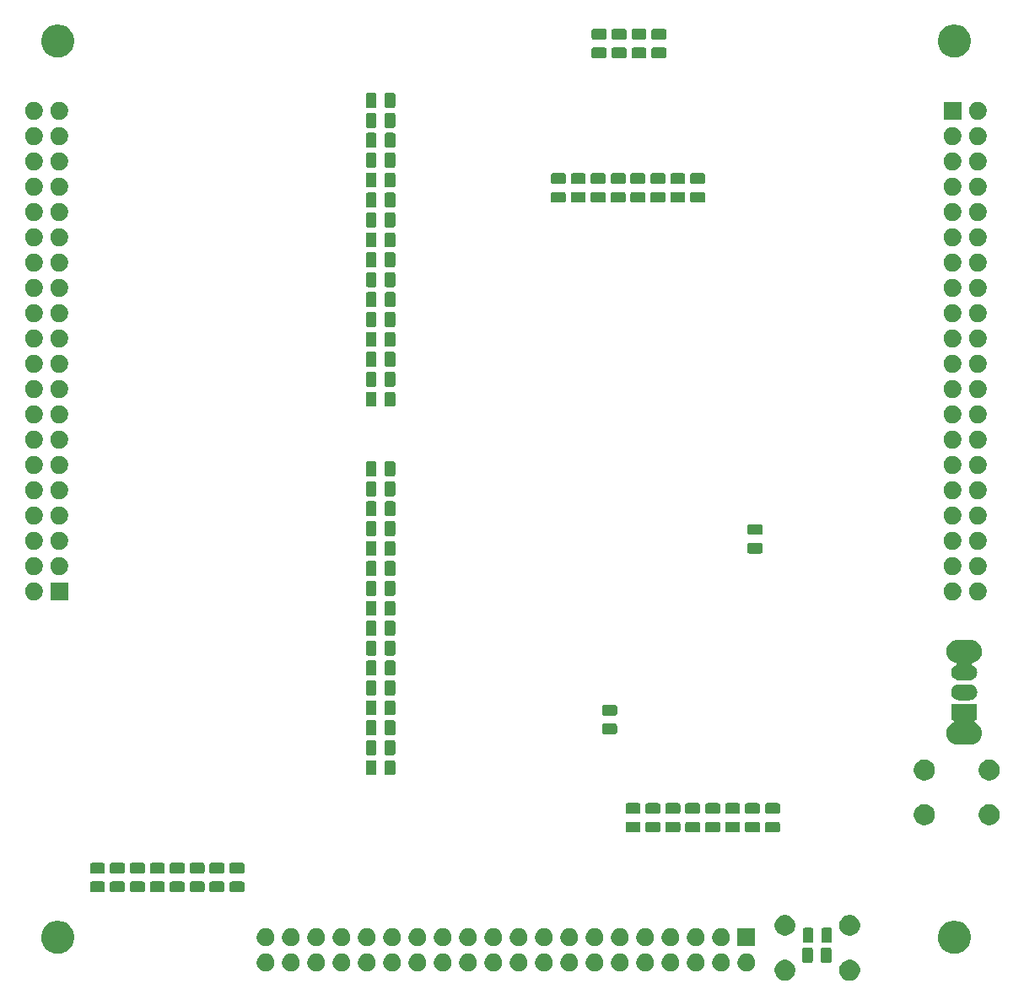
<source format=gbr>
G04 #@! TF.GenerationSoftware,KiCad,Pcbnew,(5.1.5-0-10_14)*
G04 #@! TF.CreationDate,2020-03-03T11:21:13+01:00*
G04 #@! TF.ProjectId,registers,72656769-7374-4657-9273-2e6b69636164,2*
G04 #@! TF.SameCoordinates,Original*
G04 #@! TF.FileFunction,Soldermask,Bot*
G04 #@! TF.FilePolarity,Negative*
%FSLAX46Y46*%
G04 Gerber Fmt 4.6, Leading zero omitted, Abs format (unit mm)*
G04 Created by KiCad (PCBNEW (5.1.5-0-10_14)) date 2020-03-03 11:21:13*
%MOMM*%
%LPD*%
G04 APERTURE LIST*
%ADD10C,0.100000*%
G04 APERTURE END LIST*
D10*
G36*
X184806564Y-147289389D02*
G01*
X184997833Y-147368615D01*
X184997835Y-147368616D01*
X185121517Y-147451258D01*
X185169973Y-147483635D01*
X185316365Y-147630027D01*
X185431385Y-147802167D01*
X185510611Y-147993436D01*
X185551000Y-148196484D01*
X185551000Y-148403516D01*
X185510611Y-148606564D01*
X185431385Y-148797833D01*
X185431384Y-148797835D01*
X185316365Y-148969973D01*
X185169973Y-149116365D01*
X184997835Y-149231384D01*
X184997834Y-149231385D01*
X184997833Y-149231385D01*
X184806564Y-149310611D01*
X184603516Y-149351000D01*
X184396484Y-149351000D01*
X184193436Y-149310611D01*
X184002167Y-149231385D01*
X184002166Y-149231385D01*
X184002165Y-149231384D01*
X183830027Y-149116365D01*
X183683635Y-148969973D01*
X183568616Y-148797835D01*
X183568615Y-148797833D01*
X183489389Y-148606564D01*
X183449000Y-148403516D01*
X183449000Y-148196484D01*
X183489389Y-147993436D01*
X183568615Y-147802167D01*
X183683635Y-147630027D01*
X183830027Y-147483635D01*
X183878483Y-147451258D01*
X184002165Y-147368616D01*
X184002167Y-147368615D01*
X184193436Y-147289389D01*
X184396484Y-147249000D01*
X184603516Y-147249000D01*
X184806564Y-147289389D01*
G37*
G36*
X178306564Y-147289389D02*
G01*
X178497833Y-147368615D01*
X178497835Y-147368616D01*
X178621517Y-147451258D01*
X178669973Y-147483635D01*
X178816365Y-147630027D01*
X178931385Y-147802167D01*
X179010611Y-147993436D01*
X179051000Y-148196484D01*
X179051000Y-148403516D01*
X179010611Y-148606564D01*
X178931385Y-148797833D01*
X178931384Y-148797835D01*
X178816365Y-148969973D01*
X178669973Y-149116365D01*
X178497835Y-149231384D01*
X178497834Y-149231385D01*
X178497833Y-149231385D01*
X178306564Y-149310611D01*
X178103516Y-149351000D01*
X177896484Y-149351000D01*
X177693436Y-149310611D01*
X177502167Y-149231385D01*
X177502166Y-149231385D01*
X177502165Y-149231384D01*
X177330027Y-149116365D01*
X177183635Y-148969973D01*
X177068616Y-148797835D01*
X177068615Y-148797833D01*
X176989389Y-148606564D01*
X176949000Y-148403516D01*
X176949000Y-148196484D01*
X176989389Y-147993436D01*
X177068615Y-147802167D01*
X177183635Y-147630027D01*
X177330027Y-147483635D01*
X177378483Y-147451258D01*
X177502165Y-147368616D01*
X177502167Y-147368615D01*
X177693436Y-147289389D01*
X177896484Y-147249000D01*
X178103516Y-147249000D01*
X178306564Y-147289389D01*
G37*
G36*
X169163512Y-146643927D02*
G01*
X169312812Y-146673624D01*
X169476784Y-146741544D01*
X169624354Y-146840147D01*
X169749853Y-146965646D01*
X169848456Y-147113216D01*
X169916376Y-147277188D01*
X169951000Y-147451259D01*
X169951000Y-147628741D01*
X169916376Y-147802812D01*
X169848456Y-147966784D01*
X169749853Y-148114354D01*
X169624354Y-148239853D01*
X169476784Y-148338456D01*
X169312812Y-148406376D01*
X169163512Y-148436073D01*
X169138742Y-148441000D01*
X168961258Y-148441000D01*
X168936488Y-148436073D01*
X168787188Y-148406376D01*
X168623216Y-148338456D01*
X168475646Y-148239853D01*
X168350147Y-148114354D01*
X168251544Y-147966784D01*
X168183624Y-147802812D01*
X168149000Y-147628741D01*
X168149000Y-147451259D01*
X168183624Y-147277188D01*
X168251544Y-147113216D01*
X168350147Y-146965646D01*
X168475646Y-146840147D01*
X168623216Y-146741544D01*
X168787188Y-146673624D01*
X168936488Y-146643927D01*
X168961258Y-146639000D01*
X169138742Y-146639000D01*
X169163512Y-146643927D01*
G37*
G36*
X166623512Y-146643927D02*
G01*
X166772812Y-146673624D01*
X166936784Y-146741544D01*
X167084354Y-146840147D01*
X167209853Y-146965646D01*
X167308456Y-147113216D01*
X167376376Y-147277188D01*
X167411000Y-147451259D01*
X167411000Y-147628741D01*
X167376376Y-147802812D01*
X167308456Y-147966784D01*
X167209853Y-148114354D01*
X167084354Y-148239853D01*
X166936784Y-148338456D01*
X166772812Y-148406376D01*
X166623512Y-148436073D01*
X166598742Y-148441000D01*
X166421258Y-148441000D01*
X166396488Y-148436073D01*
X166247188Y-148406376D01*
X166083216Y-148338456D01*
X165935646Y-148239853D01*
X165810147Y-148114354D01*
X165711544Y-147966784D01*
X165643624Y-147802812D01*
X165609000Y-147628741D01*
X165609000Y-147451259D01*
X165643624Y-147277188D01*
X165711544Y-147113216D01*
X165810147Y-146965646D01*
X165935646Y-146840147D01*
X166083216Y-146741544D01*
X166247188Y-146673624D01*
X166396488Y-146643927D01*
X166421258Y-146639000D01*
X166598742Y-146639000D01*
X166623512Y-146643927D01*
G37*
G36*
X164083512Y-146643927D02*
G01*
X164232812Y-146673624D01*
X164396784Y-146741544D01*
X164544354Y-146840147D01*
X164669853Y-146965646D01*
X164768456Y-147113216D01*
X164836376Y-147277188D01*
X164871000Y-147451259D01*
X164871000Y-147628741D01*
X164836376Y-147802812D01*
X164768456Y-147966784D01*
X164669853Y-148114354D01*
X164544354Y-148239853D01*
X164396784Y-148338456D01*
X164232812Y-148406376D01*
X164083512Y-148436073D01*
X164058742Y-148441000D01*
X163881258Y-148441000D01*
X163856488Y-148436073D01*
X163707188Y-148406376D01*
X163543216Y-148338456D01*
X163395646Y-148239853D01*
X163270147Y-148114354D01*
X163171544Y-147966784D01*
X163103624Y-147802812D01*
X163069000Y-147628741D01*
X163069000Y-147451259D01*
X163103624Y-147277188D01*
X163171544Y-147113216D01*
X163270147Y-146965646D01*
X163395646Y-146840147D01*
X163543216Y-146741544D01*
X163707188Y-146673624D01*
X163856488Y-146643927D01*
X163881258Y-146639000D01*
X164058742Y-146639000D01*
X164083512Y-146643927D01*
G37*
G36*
X161543512Y-146643927D02*
G01*
X161692812Y-146673624D01*
X161856784Y-146741544D01*
X162004354Y-146840147D01*
X162129853Y-146965646D01*
X162228456Y-147113216D01*
X162296376Y-147277188D01*
X162331000Y-147451259D01*
X162331000Y-147628741D01*
X162296376Y-147802812D01*
X162228456Y-147966784D01*
X162129853Y-148114354D01*
X162004354Y-148239853D01*
X161856784Y-148338456D01*
X161692812Y-148406376D01*
X161543512Y-148436073D01*
X161518742Y-148441000D01*
X161341258Y-148441000D01*
X161316488Y-148436073D01*
X161167188Y-148406376D01*
X161003216Y-148338456D01*
X160855646Y-148239853D01*
X160730147Y-148114354D01*
X160631544Y-147966784D01*
X160563624Y-147802812D01*
X160529000Y-147628741D01*
X160529000Y-147451259D01*
X160563624Y-147277188D01*
X160631544Y-147113216D01*
X160730147Y-146965646D01*
X160855646Y-146840147D01*
X161003216Y-146741544D01*
X161167188Y-146673624D01*
X161316488Y-146643927D01*
X161341258Y-146639000D01*
X161518742Y-146639000D01*
X161543512Y-146643927D01*
G37*
G36*
X159003512Y-146643927D02*
G01*
X159152812Y-146673624D01*
X159316784Y-146741544D01*
X159464354Y-146840147D01*
X159589853Y-146965646D01*
X159688456Y-147113216D01*
X159756376Y-147277188D01*
X159791000Y-147451259D01*
X159791000Y-147628741D01*
X159756376Y-147802812D01*
X159688456Y-147966784D01*
X159589853Y-148114354D01*
X159464354Y-148239853D01*
X159316784Y-148338456D01*
X159152812Y-148406376D01*
X159003512Y-148436073D01*
X158978742Y-148441000D01*
X158801258Y-148441000D01*
X158776488Y-148436073D01*
X158627188Y-148406376D01*
X158463216Y-148338456D01*
X158315646Y-148239853D01*
X158190147Y-148114354D01*
X158091544Y-147966784D01*
X158023624Y-147802812D01*
X157989000Y-147628741D01*
X157989000Y-147451259D01*
X158023624Y-147277188D01*
X158091544Y-147113216D01*
X158190147Y-146965646D01*
X158315646Y-146840147D01*
X158463216Y-146741544D01*
X158627188Y-146673624D01*
X158776488Y-146643927D01*
X158801258Y-146639000D01*
X158978742Y-146639000D01*
X159003512Y-146643927D01*
G37*
G36*
X156463512Y-146643927D02*
G01*
X156612812Y-146673624D01*
X156776784Y-146741544D01*
X156924354Y-146840147D01*
X157049853Y-146965646D01*
X157148456Y-147113216D01*
X157216376Y-147277188D01*
X157251000Y-147451259D01*
X157251000Y-147628741D01*
X157216376Y-147802812D01*
X157148456Y-147966784D01*
X157049853Y-148114354D01*
X156924354Y-148239853D01*
X156776784Y-148338456D01*
X156612812Y-148406376D01*
X156463512Y-148436073D01*
X156438742Y-148441000D01*
X156261258Y-148441000D01*
X156236488Y-148436073D01*
X156087188Y-148406376D01*
X155923216Y-148338456D01*
X155775646Y-148239853D01*
X155650147Y-148114354D01*
X155551544Y-147966784D01*
X155483624Y-147802812D01*
X155449000Y-147628741D01*
X155449000Y-147451259D01*
X155483624Y-147277188D01*
X155551544Y-147113216D01*
X155650147Y-146965646D01*
X155775646Y-146840147D01*
X155923216Y-146741544D01*
X156087188Y-146673624D01*
X156236488Y-146643927D01*
X156261258Y-146639000D01*
X156438742Y-146639000D01*
X156463512Y-146643927D01*
G37*
G36*
X153923512Y-146643927D02*
G01*
X154072812Y-146673624D01*
X154236784Y-146741544D01*
X154384354Y-146840147D01*
X154509853Y-146965646D01*
X154608456Y-147113216D01*
X154676376Y-147277188D01*
X154711000Y-147451259D01*
X154711000Y-147628741D01*
X154676376Y-147802812D01*
X154608456Y-147966784D01*
X154509853Y-148114354D01*
X154384354Y-148239853D01*
X154236784Y-148338456D01*
X154072812Y-148406376D01*
X153923512Y-148436073D01*
X153898742Y-148441000D01*
X153721258Y-148441000D01*
X153696488Y-148436073D01*
X153547188Y-148406376D01*
X153383216Y-148338456D01*
X153235646Y-148239853D01*
X153110147Y-148114354D01*
X153011544Y-147966784D01*
X152943624Y-147802812D01*
X152909000Y-147628741D01*
X152909000Y-147451259D01*
X152943624Y-147277188D01*
X153011544Y-147113216D01*
X153110147Y-146965646D01*
X153235646Y-146840147D01*
X153383216Y-146741544D01*
X153547188Y-146673624D01*
X153696488Y-146643927D01*
X153721258Y-146639000D01*
X153898742Y-146639000D01*
X153923512Y-146643927D01*
G37*
G36*
X151383512Y-146643927D02*
G01*
X151532812Y-146673624D01*
X151696784Y-146741544D01*
X151844354Y-146840147D01*
X151969853Y-146965646D01*
X152068456Y-147113216D01*
X152136376Y-147277188D01*
X152171000Y-147451259D01*
X152171000Y-147628741D01*
X152136376Y-147802812D01*
X152068456Y-147966784D01*
X151969853Y-148114354D01*
X151844354Y-148239853D01*
X151696784Y-148338456D01*
X151532812Y-148406376D01*
X151383512Y-148436073D01*
X151358742Y-148441000D01*
X151181258Y-148441000D01*
X151156488Y-148436073D01*
X151007188Y-148406376D01*
X150843216Y-148338456D01*
X150695646Y-148239853D01*
X150570147Y-148114354D01*
X150471544Y-147966784D01*
X150403624Y-147802812D01*
X150369000Y-147628741D01*
X150369000Y-147451259D01*
X150403624Y-147277188D01*
X150471544Y-147113216D01*
X150570147Y-146965646D01*
X150695646Y-146840147D01*
X150843216Y-146741544D01*
X151007188Y-146673624D01*
X151156488Y-146643927D01*
X151181258Y-146639000D01*
X151358742Y-146639000D01*
X151383512Y-146643927D01*
G37*
G36*
X148843512Y-146643927D02*
G01*
X148992812Y-146673624D01*
X149156784Y-146741544D01*
X149304354Y-146840147D01*
X149429853Y-146965646D01*
X149528456Y-147113216D01*
X149596376Y-147277188D01*
X149631000Y-147451259D01*
X149631000Y-147628741D01*
X149596376Y-147802812D01*
X149528456Y-147966784D01*
X149429853Y-148114354D01*
X149304354Y-148239853D01*
X149156784Y-148338456D01*
X148992812Y-148406376D01*
X148843512Y-148436073D01*
X148818742Y-148441000D01*
X148641258Y-148441000D01*
X148616488Y-148436073D01*
X148467188Y-148406376D01*
X148303216Y-148338456D01*
X148155646Y-148239853D01*
X148030147Y-148114354D01*
X147931544Y-147966784D01*
X147863624Y-147802812D01*
X147829000Y-147628741D01*
X147829000Y-147451259D01*
X147863624Y-147277188D01*
X147931544Y-147113216D01*
X148030147Y-146965646D01*
X148155646Y-146840147D01*
X148303216Y-146741544D01*
X148467188Y-146673624D01*
X148616488Y-146643927D01*
X148641258Y-146639000D01*
X148818742Y-146639000D01*
X148843512Y-146643927D01*
G37*
G36*
X146303512Y-146643927D02*
G01*
X146452812Y-146673624D01*
X146616784Y-146741544D01*
X146764354Y-146840147D01*
X146889853Y-146965646D01*
X146988456Y-147113216D01*
X147056376Y-147277188D01*
X147091000Y-147451259D01*
X147091000Y-147628741D01*
X147056376Y-147802812D01*
X146988456Y-147966784D01*
X146889853Y-148114354D01*
X146764354Y-148239853D01*
X146616784Y-148338456D01*
X146452812Y-148406376D01*
X146303512Y-148436073D01*
X146278742Y-148441000D01*
X146101258Y-148441000D01*
X146076488Y-148436073D01*
X145927188Y-148406376D01*
X145763216Y-148338456D01*
X145615646Y-148239853D01*
X145490147Y-148114354D01*
X145391544Y-147966784D01*
X145323624Y-147802812D01*
X145289000Y-147628741D01*
X145289000Y-147451259D01*
X145323624Y-147277188D01*
X145391544Y-147113216D01*
X145490147Y-146965646D01*
X145615646Y-146840147D01*
X145763216Y-146741544D01*
X145927188Y-146673624D01*
X146076488Y-146643927D01*
X146101258Y-146639000D01*
X146278742Y-146639000D01*
X146303512Y-146643927D01*
G37*
G36*
X143763512Y-146643927D02*
G01*
X143912812Y-146673624D01*
X144076784Y-146741544D01*
X144224354Y-146840147D01*
X144349853Y-146965646D01*
X144448456Y-147113216D01*
X144516376Y-147277188D01*
X144551000Y-147451259D01*
X144551000Y-147628741D01*
X144516376Y-147802812D01*
X144448456Y-147966784D01*
X144349853Y-148114354D01*
X144224354Y-148239853D01*
X144076784Y-148338456D01*
X143912812Y-148406376D01*
X143763512Y-148436073D01*
X143738742Y-148441000D01*
X143561258Y-148441000D01*
X143536488Y-148436073D01*
X143387188Y-148406376D01*
X143223216Y-148338456D01*
X143075646Y-148239853D01*
X142950147Y-148114354D01*
X142851544Y-147966784D01*
X142783624Y-147802812D01*
X142749000Y-147628741D01*
X142749000Y-147451259D01*
X142783624Y-147277188D01*
X142851544Y-147113216D01*
X142950147Y-146965646D01*
X143075646Y-146840147D01*
X143223216Y-146741544D01*
X143387188Y-146673624D01*
X143536488Y-146643927D01*
X143561258Y-146639000D01*
X143738742Y-146639000D01*
X143763512Y-146643927D01*
G37*
G36*
X141223512Y-146643927D02*
G01*
X141372812Y-146673624D01*
X141536784Y-146741544D01*
X141684354Y-146840147D01*
X141809853Y-146965646D01*
X141908456Y-147113216D01*
X141976376Y-147277188D01*
X142011000Y-147451259D01*
X142011000Y-147628741D01*
X141976376Y-147802812D01*
X141908456Y-147966784D01*
X141809853Y-148114354D01*
X141684354Y-148239853D01*
X141536784Y-148338456D01*
X141372812Y-148406376D01*
X141223512Y-148436073D01*
X141198742Y-148441000D01*
X141021258Y-148441000D01*
X140996488Y-148436073D01*
X140847188Y-148406376D01*
X140683216Y-148338456D01*
X140535646Y-148239853D01*
X140410147Y-148114354D01*
X140311544Y-147966784D01*
X140243624Y-147802812D01*
X140209000Y-147628741D01*
X140209000Y-147451259D01*
X140243624Y-147277188D01*
X140311544Y-147113216D01*
X140410147Y-146965646D01*
X140535646Y-146840147D01*
X140683216Y-146741544D01*
X140847188Y-146673624D01*
X140996488Y-146643927D01*
X141021258Y-146639000D01*
X141198742Y-146639000D01*
X141223512Y-146643927D01*
G37*
G36*
X138683512Y-146643927D02*
G01*
X138832812Y-146673624D01*
X138996784Y-146741544D01*
X139144354Y-146840147D01*
X139269853Y-146965646D01*
X139368456Y-147113216D01*
X139436376Y-147277188D01*
X139471000Y-147451259D01*
X139471000Y-147628741D01*
X139436376Y-147802812D01*
X139368456Y-147966784D01*
X139269853Y-148114354D01*
X139144354Y-148239853D01*
X138996784Y-148338456D01*
X138832812Y-148406376D01*
X138683512Y-148436073D01*
X138658742Y-148441000D01*
X138481258Y-148441000D01*
X138456488Y-148436073D01*
X138307188Y-148406376D01*
X138143216Y-148338456D01*
X137995646Y-148239853D01*
X137870147Y-148114354D01*
X137771544Y-147966784D01*
X137703624Y-147802812D01*
X137669000Y-147628741D01*
X137669000Y-147451259D01*
X137703624Y-147277188D01*
X137771544Y-147113216D01*
X137870147Y-146965646D01*
X137995646Y-146840147D01*
X138143216Y-146741544D01*
X138307188Y-146673624D01*
X138456488Y-146643927D01*
X138481258Y-146639000D01*
X138658742Y-146639000D01*
X138683512Y-146643927D01*
G37*
G36*
X136143512Y-146643927D02*
G01*
X136292812Y-146673624D01*
X136456784Y-146741544D01*
X136604354Y-146840147D01*
X136729853Y-146965646D01*
X136828456Y-147113216D01*
X136896376Y-147277188D01*
X136931000Y-147451259D01*
X136931000Y-147628741D01*
X136896376Y-147802812D01*
X136828456Y-147966784D01*
X136729853Y-148114354D01*
X136604354Y-148239853D01*
X136456784Y-148338456D01*
X136292812Y-148406376D01*
X136143512Y-148436073D01*
X136118742Y-148441000D01*
X135941258Y-148441000D01*
X135916488Y-148436073D01*
X135767188Y-148406376D01*
X135603216Y-148338456D01*
X135455646Y-148239853D01*
X135330147Y-148114354D01*
X135231544Y-147966784D01*
X135163624Y-147802812D01*
X135129000Y-147628741D01*
X135129000Y-147451259D01*
X135163624Y-147277188D01*
X135231544Y-147113216D01*
X135330147Y-146965646D01*
X135455646Y-146840147D01*
X135603216Y-146741544D01*
X135767188Y-146673624D01*
X135916488Y-146643927D01*
X135941258Y-146639000D01*
X136118742Y-146639000D01*
X136143512Y-146643927D01*
G37*
G36*
X133603512Y-146643927D02*
G01*
X133752812Y-146673624D01*
X133916784Y-146741544D01*
X134064354Y-146840147D01*
X134189853Y-146965646D01*
X134288456Y-147113216D01*
X134356376Y-147277188D01*
X134391000Y-147451259D01*
X134391000Y-147628741D01*
X134356376Y-147802812D01*
X134288456Y-147966784D01*
X134189853Y-148114354D01*
X134064354Y-148239853D01*
X133916784Y-148338456D01*
X133752812Y-148406376D01*
X133603512Y-148436073D01*
X133578742Y-148441000D01*
X133401258Y-148441000D01*
X133376488Y-148436073D01*
X133227188Y-148406376D01*
X133063216Y-148338456D01*
X132915646Y-148239853D01*
X132790147Y-148114354D01*
X132691544Y-147966784D01*
X132623624Y-147802812D01*
X132589000Y-147628741D01*
X132589000Y-147451259D01*
X132623624Y-147277188D01*
X132691544Y-147113216D01*
X132790147Y-146965646D01*
X132915646Y-146840147D01*
X133063216Y-146741544D01*
X133227188Y-146673624D01*
X133376488Y-146643927D01*
X133401258Y-146639000D01*
X133578742Y-146639000D01*
X133603512Y-146643927D01*
G37*
G36*
X131063512Y-146643927D02*
G01*
X131212812Y-146673624D01*
X131376784Y-146741544D01*
X131524354Y-146840147D01*
X131649853Y-146965646D01*
X131748456Y-147113216D01*
X131816376Y-147277188D01*
X131851000Y-147451259D01*
X131851000Y-147628741D01*
X131816376Y-147802812D01*
X131748456Y-147966784D01*
X131649853Y-148114354D01*
X131524354Y-148239853D01*
X131376784Y-148338456D01*
X131212812Y-148406376D01*
X131063512Y-148436073D01*
X131038742Y-148441000D01*
X130861258Y-148441000D01*
X130836488Y-148436073D01*
X130687188Y-148406376D01*
X130523216Y-148338456D01*
X130375646Y-148239853D01*
X130250147Y-148114354D01*
X130151544Y-147966784D01*
X130083624Y-147802812D01*
X130049000Y-147628741D01*
X130049000Y-147451259D01*
X130083624Y-147277188D01*
X130151544Y-147113216D01*
X130250147Y-146965646D01*
X130375646Y-146840147D01*
X130523216Y-146741544D01*
X130687188Y-146673624D01*
X130836488Y-146643927D01*
X130861258Y-146639000D01*
X131038742Y-146639000D01*
X131063512Y-146643927D01*
G37*
G36*
X128523512Y-146643927D02*
G01*
X128672812Y-146673624D01*
X128836784Y-146741544D01*
X128984354Y-146840147D01*
X129109853Y-146965646D01*
X129208456Y-147113216D01*
X129276376Y-147277188D01*
X129311000Y-147451259D01*
X129311000Y-147628741D01*
X129276376Y-147802812D01*
X129208456Y-147966784D01*
X129109853Y-148114354D01*
X128984354Y-148239853D01*
X128836784Y-148338456D01*
X128672812Y-148406376D01*
X128523512Y-148436073D01*
X128498742Y-148441000D01*
X128321258Y-148441000D01*
X128296488Y-148436073D01*
X128147188Y-148406376D01*
X127983216Y-148338456D01*
X127835646Y-148239853D01*
X127710147Y-148114354D01*
X127611544Y-147966784D01*
X127543624Y-147802812D01*
X127509000Y-147628741D01*
X127509000Y-147451259D01*
X127543624Y-147277188D01*
X127611544Y-147113216D01*
X127710147Y-146965646D01*
X127835646Y-146840147D01*
X127983216Y-146741544D01*
X128147188Y-146673624D01*
X128296488Y-146643927D01*
X128321258Y-146639000D01*
X128498742Y-146639000D01*
X128523512Y-146643927D01*
G37*
G36*
X125983512Y-146643927D02*
G01*
X126132812Y-146673624D01*
X126296784Y-146741544D01*
X126444354Y-146840147D01*
X126569853Y-146965646D01*
X126668456Y-147113216D01*
X126736376Y-147277188D01*
X126771000Y-147451259D01*
X126771000Y-147628741D01*
X126736376Y-147802812D01*
X126668456Y-147966784D01*
X126569853Y-148114354D01*
X126444354Y-148239853D01*
X126296784Y-148338456D01*
X126132812Y-148406376D01*
X125983512Y-148436073D01*
X125958742Y-148441000D01*
X125781258Y-148441000D01*
X125756488Y-148436073D01*
X125607188Y-148406376D01*
X125443216Y-148338456D01*
X125295646Y-148239853D01*
X125170147Y-148114354D01*
X125071544Y-147966784D01*
X125003624Y-147802812D01*
X124969000Y-147628741D01*
X124969000Y-147451259D01*
X125003624Y-147277188D01*
X125071544Y-147113216D01*
X125170147Y-146965646D01*
X125295646Y-146840147D01*
X125443216Y-146741544D01*
X125607188Y-146673624D01*
X125756488Y-146643927D01*
X125781258Y-146639000D01*
X125958742Y-146639000D01*
X125983512Y-146643927D01*
G37*
G36*
X171703512Y-146643927D02*
G01*
X171852812Y-146673624D01*
X172016784Y-146741544D01*
X172164354Y-146840147D01*
X172289853Y-146965646D01*
X172388456Y-147113216D01*
X172456376Y-147277188D01*
X172491000Y-147451259D01*
X172491000Y-147628741D01*
X172456376Y-147802812D01*
X172388456Y-147966784D01*
X172289853Y-148114354D01*
X172164354Y-148239853D01*
X172016784Y-148338456D01*
X171852812Y-148406376D01*
X171703512Y-148436073D01*
X171678742Y-148441000D01*
X171501258Y-148441000D01*
X171476488Y-148436073D01*
X171327188Y-148406376D01*
X171163216Y-148338456D01*
X171015646Y-148239853D01*
X170890147Y-148114354D01*
X170791544Y-147966784D01*
X170723624Y-147802812D01*
X170689000Y-147628741D01*
X170689000Y-147451259D01*
X170723624Y-147277188D01*
X170791544Y-147113216D01*
X170890147Y-146965646D01*
X171015646Y-146840147D01*
X171163216Y-146741544D01*
X171327188Y-146673624D01*
X171476488Y-146643927D01*
X171501258Y-146639000D01*
X171678742Y-146639000D01*
X171703512Y-146643927D01*
G37*
G36*
X174243512Y-146643927D02*
G01*
X174392812Y-146673624D01*
X174556784Y-146741544D01*
X174704354Y-146840147D01*
X174829853Y-146965646D01*
X174928456Y-147113216D01*
X174996376Y-147277188D01*
X175031000Y-147451259D01*
X175031000Y-147628741D01*
X174996376Y-147802812D01*
X174928456Y-147966784D01*
X174829853Y-148114354D01*
X174704354Y-148239853D01*
X174556784Y-148338456D01*
X174392812Y-148406376D01*
X174243512Y-148436073D01*
X174218742Y-148441000D01*
X174041258Y-148441000D01*
X174016488Y-148436073D01*
X173867188Y-148406376D01*
X173703216Y-148338456D01*
X173555646Y-148239853D01*
X173430147Y-148114354D01*
X173331544Y-147966784D01*
X173263624Y-147802812D01*
X173229000Y-147628741D01*
X173229000Y-147451259D01*
X173263624Y-147277188D01*
X173331544Y-147113216D01*
X173430147Y-146965646D01*
X173555646Y-146840147D01*
X173703216Y-146741544D01*
X173867188Y-146673624D01*
X174016488Y-146643927D01*
X174041258Y-146639000D01*
X174218742Y-146639000D01*
X174243512Y-146643927D01*
G37*
G36*
X182509468Y-146053565D02*
G01*
X182548138Y-146065296D01*
X182583777Y-146084346D01*
X182615017Y-146109983D01*
X182640654Y-146141223D01*
X182659704Y-146176862D01*
X182671435Y-146215532D01*
X182676000Y-146261888D01*
X182676000Y-147338112D01*
X182671435Y-147384468D01*
X182659704Y-147423138D01*
X182640654Y-147458777D01*
X182615017Y-147490017D01*
X182583777Y-147515654D01*
X182548138Y-147534704D01*
X182509468Y-147546435D01*
X182463112Y-147551000D01*
X181811888Y-147551000D01*
X181765532Y-147546435D01*
X181726862Y-147534704D01*
X181691223Y-147515654D01*
X181659983Y-147490017D01*
X181634346Y-147458777D01*
X181615296Y-147423138D01*
X181603565Y-147384468D01*
X181599000Y-147338112D01*
X181599000Y-146261888D01*
X181603565Y-146215532D01*
X181615296Y-146176862D01*
X181634346Y-146141223D01*
X181659983Y-146109983D01*
X181691223Y-146084346D01*
X181726862Y-146065296D01*
X181765532Y-146053565D01*
X181811888Y-146049000D01*
X182463112Y-146049000D01*
X182509468Y-146053565D01*
G37*
G36*
X180634468Y-146053565D02*
G01*
X180673138Y-146065296D01*
X180708777Y-146084346D01*
X180740017Y-146109983D01*
X180765654Y-146141223D01*
X180784704Y-146176862D01*
X180796435Y-146215532D01*
X180801000Y-146261888D01*
X180801000Y-147338112D01*
X180796435Y-147384468D01*
X180784704Y-147423138D01*
X180765654Y-147458777D01*
X180740017Y-147490017D01*
X180708777Y-147515654D01*
X180673138Y-147534704D01*
X180634468Y-147546435D01*
X180588112Y-147551000D01*
X179936888Y-147551000D01*
X179890532Y-147546435D01*
X179851862Y-147534704D01*
X179816223Y-147515654D01*
X179784983Y-147490017D01*
X179759346Y-147458777D01*
X179740296Y-147423138D01*
X179728565Y-147384468D01*
X179724000Y-147338112D01*
X179724000Y-146261888D01*
X179728565Y-146215532D01*
X179740296Y-146176862D01*
X179759346Y-146141223D01*
X179784983Y-146109983D01*
X179816223Y-146084346D01*
X179851862Y-146065296D01*
X179890532Y-146053565D01*
X179936888Y-146049000D01*
X180588112Y-146049000D01*
X180634468Y-146053565D01*
G37*
G36*
X195375256Y-143391298D02*
G01*
X195481579Y-143412447D01*
X195782042Y-143536903D01*
X196052451Y-143717585D01*
X196282415Y-143947549D01*
X196406747Y-144133625D01*
X196463098Y-144217960D01*
X196482882Y-144265722D01*
X196549125Y-144425647D01*
X196587553Y-144518422D01*
X196651000Y-144837389D01*
X196651000Y-145162611D01*
X196616853Y-145334278D01*
X196587553Y-145481579D01*
X196463097Y-145782042D01*
X196282415Y-146052451D01*
X196052451Y-146282415D01*
X195782042Y-146463097D01*
X195481579Y-146587553D01*
X195375256Y-146608702D01*
X195162611Y-146651000D01*
X194837389Y-146651000D01*
X194624744Y-146608702D01*
X194518421Y-146587553D01*
X194217958Y-146463097D01*
X193947549Y-146282415D01*
X193717585Y-146052451D01*
X193536903Y-145782042D01*
X193412447Y-145481579D01*
X193383147Y-145334278D01*
X193349000Y-145162611D01*
X193349000Y-144837389D01*
X193412447Y-144518422D01*
X193450876Y-144425647D01*
X193517118Y-144265722D01*
X193536902Y-144217960D01*
X193593253Y-144133625D01*
X193717585Y-143947549D01*
X193947549Y-143717585D01*
X194217958Y-143536903D01*
X194518421Y-143412447D01*
X194624744Y-143391298D01*
X194837389Y-143349000D01*
X195162611Y-143349000D01*
X195375256Y-143391298D01*
G37*
G36*
X105375256Y-143391298D02*
G01*
X105481579Y-143412447D01*
X105782042Y-143536903D01*
X106052451Y-143717585D01*
X106282415Y-143947549D01*
X106406747Y-144133625D01*
X106463098Y-144217960D01*
X106482882Y-144265722D01*
X106549125Y-144425647D01*
X106587553Y-144518422D01*
X106651000Y-144837389D01*
X106651000Y-145162611D01*
X106616853Y-145334278D01*
X106587553Y-145481579D01*
X106463097Y-145782042D01*
X106282415Y-146052451D01*
X106052451Y-146282415D01*
X105782042Y-146463097D01*
X105481579Y-146587553D01*
X105375256Y-146608702D01*
X105162611Y-146651000D01*
X104837389Y-146651000D01*
X104624744Y-146608702D01*
X104518421Y-146587553D01*
X104217958Y-146463097D01*
X103947549Y-146282415D01*
X103717585Y-146052451D01*
X103536903Y-145782042D01*
X103412447Y-145481579D01*
X103383147Y-145334278D01*
X103349000Y-145162611D01*
X103349000Y-144837389D01*
X103412447Y-144518422D01*
X103450876Y-144425647D01*
X103517118Y-144265722D01*
X103536902Y-144217960D01*
X103593253Y-144133625D01*
X103717585Y-143947549D01*
X103947549Y-143717585D01*
X104217958Y-143536903D01*
X104518421Y-143412447D01*
X104624744Y-143391298D01*
X104837389Y-143349000D01*
X105162611Y-143349000D01*
X105375256Y-143391298D01*
G37*
G36*
X131063512Y-144103927D02*
G01*
X131212812Y-144133624D01*
X131376784Y-144201544D01*
X131524354Y-144300147D01*
X131649853Y-144425646D01*
X131748456Y-144573216D01*
X131816376Y-144737188D01*
X131851000Y-144911259D01*
X131851000Y-145088741D01*
X131816376Y-145262812D01*
X131748456Y-145426784D01*
X131649853Y-145574354D01*
X131524354Y-145699853D01*
X131376784Y-145798456D01*
X131212812Y-145866376D01*
X131063512Y-145896073D01*
X131038742Y-145901000D01*
X130861258Y-145901000D01*
X130836488Y-145896073D01*
X130687188Y-145866376D01*
X130523216Y-145798456D01*
X130375646Y-145699853D01*
X130250147Y-145574354D01*
X130151544Y-145426784D01*
X130083624Y-145262812D01*
X130049000Y-145088741D01*
X130049000Y-144911259D01*
X130083624Y-144737188D01*
X130151544Y-144573216D01*
X130250147Y-144425646D01*
X130375646Y-144300147D01*
X130523216Y-144201544D01*
X130687188Y-144133624D01*
X130836488Y-144103927D01*
X130861258Y-144099000D01*
X131038742Y-144099000D01*
X131063512Y-144103927D01*
G37*
G36*
X138683512Y-144103927D02*
G01*
X138832812Y-144133624D01*
X138996784Y-144201544D01*
X139144354Y-144300147D01*
X139269853Y-144425646D01*
X139368456Y-144573216D01*
X139436376Y-144737188D01*
X139471000Y-144911259D01*
X139471000Y-145088741D01*
X139436376Y-145262812D01*
X139368456Y-145426784D01*
X139269853Y-145574354D01*
X139144354Y-145699853D01*
X138996784Y-145798456D01*
X138832812Y-145866376D01*
X138683512Y-145896073D01*
X138658742Y-145901000D01*
X138481258Y-145901000D01*
X138456488Y-145896073D01*
X138307188Y-145866376D01*
X138143216Y-145798456D01*
X137995646Y-145699853D01*
X137870147Y-145574354D01*
X137771544Y-145426784D01*
X137703624Y-145262812D01*
X137669000Y-145088741D01*
X137669000Y-144911259D01*
X137703624Y-144737188D01*
X137771544Y-144573216D01*
X137870147Y-144425646D01*
X137995646Y-144300147D01*
X138143216Y-144201544D01*
X138307188Y-144133624D01*
X138456488Y-144103927D01*
X138481258Y-144099000D01*
X138658742Y-144099000D01*
X138683512Y-144103927D01*
G37*
G36*
X133603512Y-144103927D02*
G01*
X133752812Y-144133624D01*
X133916784Y-144201544D01*
X134064354Y-144300147D01*
X134189853Y-144425646D01*
X134288456Y-144573216D01*
X134356376Y-144737188D01*
X134391000Y-144911259D01*
X134391000Y-145088741D01*
X134356376Y-145262812D01*
X134288456Y-145426784D01*
X134189853Y-145574354D01*
X134064354Y-145699853D01*
X133916784Y-145798456D01*
X133752812Y-145866376D01*
X133603512Y-145896073D01*
X133578742Y-145901000D01*
X133401258Y-145901000D01*
X133376488Y-145896073D01*
X133227188Y-145866376D01*
X133063216Y-145798456D01*
X132915646Y-145699853D01*
X132790147Y-145574354D01*
X132691544Y-145426784D01*
X132623624Y-145262812D01*
X132589000Y-145088741D01*
X132589000Y-144911259D01*
X132623624Y-144737188D01*
X132691544Y-144573216D01*
X132790147Y-144425646D01*
X132915646Y-144300147D01*
X133063216Y-144201544D01*
X133227188Y-144133624D01*
X133376488Y-144103927D01*
X133401258Y-144099000D01*
X133578742Y-144099000D01*
X133603512Y-144103927D01*
G37*
G36*
X141223512Y-144103927D02*
G01*
X141372812Y-144133624D01*
X141536784Y-144201544D01*
X141684354Y-144300147D01*
X141809853Y-144425646D01*
X141908456Y-144573216D01*
X141976376Y-144737188D01*
X142011000Y-144911259D01*
X142011000Y-145088741D01*
X141976376Y-145262812D01*
X141908456Y-145426784D01*
X141809853Y-145574354D01*
X141684354Y-145699853D01*
X141536784Y-145798456D01*
X141372812Y-145866376D01*
X141223512Y-145896073D01*
X141198742Y-145901000D01*
X141021258Y-145901000D01*
X140996488Y-145896073D01*
X140847188Y-145866376D01*
X140683216Y-145798456D01*
X140535646Y-145699853D01*
X140410147Y-145574354D01*
X140311544Y-145426784D01*
X140243624Y-145262812D01*
X140209000Y-145088741D01*
X140209000Y-144911259D01*
X140243624Y-144737188D01*
X140311544Y-144573216D01*
X140410147Y-144425646D01*
X140535646Y-144300147D01*
X140683216Y-144201544D01*
X140847188Y-144133624D01*
X140996488Y-144103927D01*
X141021258Y-144099000D01*
X141198742Y-144099000D01*
X141223512Y-144103927D01*
G37*
G36*
X136143512Y-144103927D02*
G01*
X136292812Y-144133624D01*
X136456784Y-144201544D01*
X136604354Y-144300147D01*
X136729853Y-144425646D01*
X136828456Y-144573216D01*
X136896376Y-144737188D01*
X136931000Y-144911259D01*
X136931000Y-145088741D01*
X136896376Y-145262812D01*
X136828456Y-145426784D01*
X136729853Y-145574354D01*
X136604354Y-145699853D01*
X136456784Y-145798456D01*
X136292812Y-145866376D01*
X136143512Y-145896073D01*
X136118742Y-145901000D01*
X135941258Y-145901000D01*
X135916488Y-145896073D01*
X135767188Y-145866376D01*
X135603216Y-145798456D01*
X135455646Y-145699853D01*
X135330147Y-145574354D01*
X135231544Y-145426784D01*
X135163624Y-145262812D01*
X135129000Y-145088741D01*
X135129000Y-144911259D01*
X135163624Y-144737188D01*
X135231544Y-144573216D01*
X135330147Y-144425646D01*
X135455646Y-144300147D01*
X135603216Y-144201544D01*
X135767188Y-144133624D01*
X135916488Y-144103927D01*
X135941258Y-144099000D01*
X136118742Y-144099000D01*
X136143512Y-144103927D01*
G37*
G36*
X143763512Y-144103927D02*
G01*
X143912812Y-144133624D01*
X144076784Y-144201544D01*
X144224354Y-144300147D01*
X144349853Y-144425646D01*
X144448456Y-144573216D01*
X144516376Y-144737188D01*
X144551000Y-144911259D01*
X144551000Y-145088741D01*
X144516376Y-145262812D01*
X144448456Y-145426784D01*
X144349853Y-145574354D01*
X144224354Y-145699853D01*
X144076784Y-145798456D01*
X143912812Y-145866376D01*
X143763512Y-145896073D01*
X143738742Y-145901000D01*
X143561258Y-145901000D01*
X143536488Y-145896073D01*
X143387188Y-145866376D01*
X143223216Y-145798456D01*
X143075646Y-145699853D01*
X142950147Y-145574354D01*
X142851544Y-145426784D01*
X142783624Y-145262812D01*
X142749000Y-145088741D01*
X142749000Y-144911259D01*
X142783624Y-144737188D01*
X142851544Y-144573216D01*
X142950147Y-144425646D01*
X143075646Y-144300147D01*
X143223216Y-144201544D01*
X143387188Y-144133624D01*
X143536488Y-144103927D01*
X143561258Y-144099000D01*
X143738742Y-144099000D01*
X143763512Y-144103927D01*
G37*
G36*
X146303512Y-144103927D02*
G01*
X146452812Y-144133624D01*
X146616784Y-144201544D01*
X146764354Y-144300147D01*
X146889853Y-144425646D01*
X146988456Y-144573216D01*
X147056376Y-144737188D01*
X147091000Y-144911259D01*
X147091000Y-145088741D01*
X147056376Y-145262812D01*
X146988456Y-145426784D01*
X146889853Y-145574354D01*
X146764354Y-145699853D01*
X146616784Y-145798456D01*
X146452812Y-145866376D01*
X146303512Y-145896073D01*
X146278742Y-145901000D01*
X146101258Y-145901000D01*
X146076488Y-145896073D01*
X145927188Y-145866376D01*
X145763216Y-145798456D01*
X145615646Y-145699853D01*
X145490147Y-145574354D01*
X145391544Y-145426784D01*
X145323624Y-145262812D01*
X145289000Y-145088741D01*
X145289000Y-144911259D01*
X145323624Y-144737188D01*
X145391544Y-144573216D01*
X145490147Y-144425646D01*
X145615646Y-144300147D01*
X145763216Y-144201544D01*
X145927188Y-144133624D01*
X146076488Y-144103927D01*
X146101258Y-144099000D01*
X146278742Y-144099000D01*
X146303512Y-144103927D01*
G37*
G36*
X148843512Y-144103927D02*
G01*
X148992812Y-144133624D01*
X149156784Y-144201544D01*
X149304354Y-144300147D01*
X149429853Y-144425646D01*
X149528456Y-144573216D01*
X149596376Y-144737188D01*
X149631000Y-144911259D01*
X149631000Y-145088741D01*
X149596376Y-145262812D01*
X149528456Y-145426784D01*
X149429853Y-145574354D01*
X149304354Y-145699853D01*
X149156784Y-145798456D01*
X148992812Y-145866376D01*
X148843512Y-145896073D01*
X148818742Y-145901000D01*
X148641258Y-145901000D01*
X148616488Y-145896073D01*
X148467188Y-145866376D01*
X148303216Y-145798456D01*
X148155646Y-145699853D01*
X148030147Y-145574354D01*
X147931544Y-145426784D01*
X147863624Y-145262812D01*
X147829000Y-145088741D01*
X147829000Y-144911259D01*
X147863624Y-144737188D01*
X147931544Y-144573216D01*
X148030147Y-144425646D01*
X148155646Y-144300147D01*
X148303216Y-144201544D01*
X148467188Y-144133624D01*
X148616488Y-144103927D01*
X148641258Y-144099000D01*
X148818742Y-144099000D01*
X148843512Y-144103927D01*
G37*
G36*
X151383512Y-144103927D02*
G01*
X151532812Y-144133624D01*
X151696784Y-144201544D01*
X151844354Y-144300147D01*
X151969853Y-144425646D01*
X152068456Y-144573216D01*
X152136376Y-144737188D01*
X152171000Y-144911259D01*
X152171000Y-145088741D01*
X152136376Y-145262812D01*
X152068456Y-145426784D01*
X151969853Y-145574354D01*
X151844354Y-145699853D01*
X151696784Y-145798456D01*
X151532812Y-145866376D01*
X151383512Y-145896073D01*
X151358742Y-145901000D01*
X151181258Y-145901000D01*
X151156488Y-145896073D01*
X151007188Y-145866376D01*
X150843216Y-145798456D01*
X150695646Y-145699853D01*
X150570147Y-145574354D01*
X150471544Y-145426784D01*
X150403624Y-145262812D01*
X150369000Y-145088741D01*
X150369000Y-144911259D01*
X150403624Y-144737188D01*
X150471544Y-144573216D01*
X150570147Y-144425646D01*
X150695646Y-144300147D01*
X150843216Y-144201544D01*
X151007188Y-144133624D01*
X151156488Y-144103927D01*
X151181258Y-144099000D01*
X151358742Y-144099000D01*
X151383512Y-144103927D01*
G37*
G36*
X153923512Y-144103927D02*
G01*
X154072812Y-144133624D01*
X154236784Y-144201544D01*
X154384354Y-144300147D01*
X154509853Y-144425646D01*
X154608456Y-144573216D01*
X154676376Y-144737188D01*
X154711000Y-144911259D01*
X154711000Y-145088741D01*
X154676376Y-145262812D01*
X154608456Y-145426784D01*
X154509853Y-145574354D01*
X154384354Y-145699853D01*
X154236784Y-145798456D01*
X154072812Y-145866376D01*
X153923512Y-145896073D01*
X153898742Y-145901000D01*
X153721258Y-145901000D01*
X153696488Y-145896073D01*
X153547188Y-145866376D01*
X153383216Y-145798456D01*
X153235646Y-145699853D01*
X153110147Y-145574354D01*
X153011544Y-145426784D01*
X152943624Y-145262812D01*
X152909000Y-145088741D01*
X152909000Y-144911259D01*
X152943624Y-144737188D01*
X153011544Y-144573216D01*
X153110147Y-144425646D01*
X153235646Y-144300147D01*
X153383216Y-144201544D01*
X153547188Y-144133624D01*
X153696488Y-144103927D01*
X153721258Y-144099000D01*
X153898742Y-144099000D01*
X153923512Y-144103927D01*
G37*
G36*
X156463512Y-144103927D02*
G01*
X156612812Y-144133624D01*
X156776784Y-144201544D01*
X156924354Y-144300147D01*
X157049853Y-144425646D01*
X157148456Y-144573216D01*
X157216376Y-144737188D01*
X157251000Y-144911259D01*
X157251000Y-145088741D01*
X157216376Y-145262812D01*
X157148456Y-145426784D01*
X157049853Y-145574354D01*
X156924354Y-145699853D01*
X156776784Y-145798456D01*
X156612812Y-145866376D01*
X156463512Y-145896073D01*
X156438742Y-145901000D01*
X156261258Y-145901000D01*
X156236488Y-145896073D01*
X156087188Y-145866376D01*
X155923216Y-145798456D01*
X155775646Y-145699853D01*
X155650147Y-145574354D01*
X155551544Y-145426784D01*
X155483624Y-145262812D01*
X155449000Y-145088741D01*
X155449000Y-144911259D01*
X155483624Y-144737188D01*
X155551544Y-144573216D01*
X155650147Y-144425646D01*
X155775646Y-144300147D01*
X155923216Y-144201544D01*
X156087188Y-144133624D01*
X156236488Y-144103927D01*
X156261258Y-144099000D01*
X156438742Y-144099000D01*
X156463512Y-144103927D01*
G37*
G36*
X159003512Y-144103927D02*
G01*
X159152812Y-144133624D01*
X159316784Y-144201544D01*
X159464354Y-144300147D01*
X159589853Y-144425646D01*
X159688456Y-144573216D01*
X159756376Y-144737188D01*
X159791000Y-144911259D01*
X159791000Y-145088741D01*
X159756376Y-145262812D01*
X159688456Y-145426784D01*
X159589853Y-145574354D01*
X159464354Y-145699853D01*
X159316784Y-145798456D01*
X159152812Y-145866376D01*
X159003512Y-145896073D01*
X158978742Y-145901000D01*
X158801258Y-145901000D01*
X158776488Y-145896073D01*
X158627188Y-145866376D01*
X158463216Y-145798456D01*
X158315646Y-145699853D01*
X158190147Y-145574354D01*
X158091544Y-145426784D01*
X158023624Y-145262812D01*
X157989000Y-145088741D01*
X157989000Y-144911259D01*
X158023624Y-144737188D01*
X158091544Y-144573216D01*
X158190147Y-144425646D01*
X158315646Y-144300147D01*
X158463216Y-144201544D01*
X158627188Y-144133624D01*
X158776488Y-144103927D01*
X158801258Y-144099000D01*
X158978742Y-144099000D01*
X159003512Y-144103927D01*
G37*
G36*
X161543512Y-144103927D02*
G01*
X161692812Y-144133624D01*
X161856784Y-144201544D01*
X162004354Y-144300147D01*
X162129853Y-144425646D01*
X162228456Y-144573216D01*
X162296376Y-144737188D01*
X162331000Y-144911259D01*
X162331000Y-145088741D01*
X162296376Y-145262812D01*
X162228456Y-145426784D01*
X162129853Y-145574354D01*
X162004354Y-145699853D01*
X161856784Y-145798456D01*
X161692812Y-145866376D01*
X161543512Y-145896073D01*
X161518742Y-145901000D01*
X161341258Y-145901000D01*
X161316488Y-145896073D01*
X161167188Y-145866376D01*
X161003216Y-145798456D01*
X160855646Y-145699853D01*
X160730147Y-145574354D01*
X160631544Y-145426784D01*
X160563624Y-145262812D01*
X160529000Y-145088741D01*
X160529000Y-144911259D01*
X160563624Y-144737188D01*
X160631544Y-144573216D01*
X160730147Y-144425646D01*
X160855646Y-144300147D01*
X161003216Y-144201544D01*
X161167188Y-144133624D01*
X161316488Y-144103927D01*
X161341258Y-144099000D01*
X161518742Y-144099000D01*
X161543512Y-144103927D01*
G37*
G36*
X164083512Y-144103927D02*
G01*
X164232812Y-144133624D01*
X164396784Y-144201544D01*
X164544354Y-144300147D01*
X164669853Y-144425646D01*
X164768456Y-144573216D01*
X164836376Y-144737188D01*
X164871000Y-144911259D01*
X164871000Y-145088741D01*
X164836376Y-145262812D01*
X164768456Y-145426784D01*
X164669853Y-145574354D01*
X164544354Y-145699853D01*
X164396784Y-145798456D01*
X164232812Y-145866376D01*
X164083512Y-145896073D01*
X164058742Y-145901000D01*
X163881258Y-145901000D01*
X163856488Y-145896073D01*
X163707188Y-145866376D01*
X163543216Y-145798456D01*
X163395646Y-145699853D01*
X163270147Y-145574354D01*
X163171544Y-145426784D01*
X163103624Y-145262812D01*
X163069000Y-145088741D01*
X163069000Y-144911259D01*
X163103624Y-144737188D01*
X163171544Y-144573216D01*
X163270147Y-144425646D01*
X163395646Y-144300147D01*
X163543216Y-144201544D01*
X163707188Y-144133624D01*
X163856488Y-144103927D01*
X163881258Y-144099000D01*
X164058742Y-144099000D01*
X164083512Y-144103927D01*
G37*
G36*
X166623512Y-144103927D02*
G01*
X166772812Y-144133624D01*
X166936784Y-144201544D01*
X167084354Y-144300147D01*
X167209853Y-144425646D01*
X167308456Y-144573216D01*
X167376376Y-144737188D01*
X167411000Y-144911259D01*
X167411000Y-145088741D01*
X167376376Y-145262812D01*
X167308456Y-145426784D01*
X167209853Y-145574354D01*
X167084354Y-145699853D01*
X166936784Y-145798456D01*
X166772812Y-145866376D01*
X166623512Y-145896073D01*
X166598742Y-145901000D01*
X166421258Y-145901000D01*
X166396488Y-145896073D01*
X166247188Y-145866376D01*
X166083216Y-145798456D01*
X165935646Y-145699853D01*
X165810147Y-145574354D01*
X165711544Y-145426784D01*
X165643624Y-145262812D01*
X165609000Y-145088741D01*
X165609000Y-144911259D01*
X165643624Y-144737188D01*
X165711544Y-144573216D01*
X165810147Y-144425646D01*
X165935646Y-144300147D01*
X166083216Y-144201544D01*
X166247188Y-144133624D01*
X166396488Y-144103927D01*
X166421258Y-144099000D01*
X166598742Y-144099000D01*
X166623512Y-144103927D01*
G37*
G36*
X169163512Y-144103927D02*
G01*
X169312812Y-144133624D01*
X169476784Y-144201544D01*
X169624354Y-144300147D01*
X169749853Y-144425646D01*
X169848456Y-144573216D01*
X169916376Y-144737188D01*
X169951000Y-144911259D01*
X169951000Y-145088741D01*
X169916376Y-145262812D01*
X169848456Y-145426784D01*
X169749853Y-145574354D01*
X169624354Y-145699853D01*
X169476784Y-145798456D01*
X169312812Y-145866376D01*
X169163512Y-145896073D01*
X169138742Y-145901000D01*
X168961258Y-145901000D01*
X168936488Y-145896073D01*
X168787188Y-145866376D01*
X168623216Y-145798456D01*
X168475646Y-145699853D01*
X168350147Y-145574354D01*
X168251544Y-145426784D01*
X168183624Y-145262812D01*
X168149000Y-145088741D01*
X168149000Y-144911259D01*
X168183624Y-144737188D01*
X168251544Y-144573216D01*
X168350147Y-144425646D01*
X168475646Y-144300147D01*
X168623216Y-144201544D01*
X168787188Y-144133624D01*
X168936488Y-144103927D01*
X168961258Y-144099000D01*
X169138742Y-144099000D01*
X169163512Y-144103927D01*
G37*
G36*
X171703512Y-144103927D02*
G01*
X171852812Y-144133624D01*
X172016784Y-144201544D01*
X172164354Y-144300147D01*
X172289853Y-144425646D01*
X172388456Y-144573216D01*
X172456376Y-144737188D01*
X172491000Y-144911259D01*
X172491000Y-145088741D01*
X172456376Y-145262812D01*
X172388456Y-145426784D01*
X172289853Y-145574354D01*
X172164354Y-145699853D01*
X172016784Y-145798456D01*
X171852812Y-145866376D01*
X171703512Y-145896073D01*
X171678742Y-145901000D01*
X171501258Y-145901000D01*
X171476488Y-145896073D01*
X171327188Y-145866376D01*
X171163216Y-145798456D01*
X171015646Y-145699853D01*
X170890147Y-145574354D01*
X170791544Y-145426784D01*
X170723624Y-145262812D01*
X170689000Y-145088741D01*
X170689000Y-144911259D01*
X170723624Y-144737188D01*
X170791544Y-144573216D01*
X170890147Y-144425646D01*
X171015646Y-144300147D01*
X171163216Y-144201544D01*
X171327188Y-144133624D01*
X171476488Y-144103927D01*
X171501258Y-144099000D01*
X171678742Y-144099000D01*
X171703512Y-144103927D01*
G37*
G36*
X175031000Y-145901000D02*
G01*
X173229000Y-145901000D01*
X173229000Y-144099000D01*
X175031000Y-144099000D01*
X175031000Y-145901000D01*
G37*
G36*
X128523512Y-144103927D02*
G01*
X128672812Y-144133624D01*
X128836784Y-144201544D01*
X128984354Y-144300147D01*
X129109853Y-144425646D01*
X129208456Y-144573216D01*
X129276376Y-144737188D01*
X129311000Y-144911259D01*
X129311000Y-145088741D01*
X129276376Y-145262812D01*
X129208456Y-145426784D01*
X129109853Y-145574354D01*
X128984354Y-145699853D01*
X128836784Y-145798456D01*
X128672812Y-145866376D01*
X128523512Y-145896073D01*
X128498742Y-145901000D01*
X128321258Y-145901000D01*
X128296488Y-145896073D01*
X128147188Y-145866376D01*
X127983216Y-145798456D01*
X127835646Y-145699853D01*
X127710147Y-145574354D01*
X127611544Y-145426784D01*
X127543624Y-145262812D01*
X127509000Y-145088741D01*
X127509000Y-144911259D01*
X127543624Y-144737188D01*
X127611544Y-144573216D01*
X127710147Y-144425646D01*
X127835646Y-144300147D01*
X127983216Y-144201544D01*
X128147188Y-144133624D01*
X128296488Y-144103927D01*
X128321258Y-144099000D01*
X128498742Y-144099000D01*
X128523512Y-144103927D01*
G37*
G36*
X125983512Y-144103927D02*
G01*
X126132812Y-144133624D01*
X126296784Y-144201544D01*
X126444354Y-144300147D01*
X126569853Y-144425646D01*
X126668456Y-144573216D01*
X126736376Y-144737188D01*
X126771000Y-144911259D01*
X126771000Y-145088741D01*
X126736376Y-145262812D01*
X126668456Y-145426784D01*
X126569853Y-145574354D01*
X126444354Y-145699853D01*
X126296784Y-145798456D01*
X126132812Y-145866376D01*
X125983512Y-145896073D01*
X125958742Y-145901000D01*
X125781258Y-145901000D01*
X125756488Y-145896073D01*
X125607188Y-145866376D01*
X125443216Y-145798456D01*
X125295646Y-145699853D01*
X125170147Y-145574354D01*
X125071544Y-145426784D01*
X125003624Y-145262812D01*
X124969000Y-145088741D01*
X124969000Y-144911259D01*
X125003624Y-144737188D01*
X125071544Y-144573216D01*
X125170147Y-144425646D01*
X125295646Y-144300147D01*
X125443216Y-144201544D01*
X125607188Y-144133624D01*
X125756488Y-144103927D01*
X125781258Y-144099000D01*
X125958742Y-144099000D01*
X125983512Y-144103927D01*
G37*
G36*
X182571968Y-144053565D02*
G01*
X182610638Y-144065296D01*
X182646277Y-144084346D01*
X182677517Y-144109983D01*
X182703154Y-144141223D01*
X182722204Y-144176862D01*
X182733935Y-144215532D01*
X182738500Y-144261888D01*
X182738500Y-145338112D01*
X182733935Y-145384468D01*
X182722204Y-145423138D01*
X182703154Y-145458777D01*
X182677517Y-145490017D01*
X182646277Y-145515654D01*
X182610638Y-145534704D01*
X182571968Y-145546435D01*
X182525612Y-145551000D01*
X181874388Y-145551000D01*
X181828032Y-145546435D01*
X181789362Y-145534704D01*
X181753723Y-145515654D01*
X181722483Y-145490017D01*
X181696846Y-145458777D01*
X181677796Y-145423138D01*
X181666065Y-145384468D01*
X181661500Y-145338112D01*
X181661500Y-144261888D01*
X181666065Y-144215532D01*
X181677796Y-144176862D01*
X181696846Y-144141223D01*
X181722483Y-144109983D01*
X181753723Y-144084346D01*
X181789362Y-144065296D01*
X181828032Y-144053565D01*
X181874388Y-144049000D01*
X182525612Y-144049000D01*
X182571968Y-144053565D01*
G37*
G36*
X180696968Y-144053565D02*
G01*
X180735638Y-144065296D01*
X180771277Y-144084346D01*
X180802517Y-144109983D01*
X180828154Y-144141223D01*
X180847204Y-144176862D01*
X180858935Y-144215532D01*
X180863500Y-144261888D01*
X180863500Y-145338112D01*
X180858935Y-145384468D01*
X180847204Y-145423138D01*
X180828154Y-145458777D01*
X180802517Y-145490017D01*
X180771277Y-145515654D01*
X180735638Y-145534704D01*
X180696968Y-145546435D01*
X180650612Y-145551000D01*
X179999388Y-145551000D01*
X179953032Y-145546435D01*
X179914362Y-145534704D01*
X179878723Y-145515654D01*
X179847483Y-145490017D01*
X179821846Y-145458777D01*
X179802796Y-145423138D01*
X179791065Y-145384468D01*
X179786500Y-145338112D01*
X179786500Y-144261888D01*
X179791065Y-144215532D01*
X179802796Y-144176862D01*
X179821846Y-144141223D01*
X179847483Y-144109983D01*
X179878723Y-144084346D01*
X179914362Y-144065296D01*
X179953032Y-144053565D01*
X179999388Y-144049000D01*
X180650612Y-144049000D01*
X180696968Y-144053565D01*
G37*
G36*
X178306564Y-142789389D02*
G01*
X178497833Y-142868615D01*
X178497835Y-142868616D01*
X178669973Y-142983635D01*
X178816365Y-143130027D01*
X178931385Y-143302167D01*
X179010611Y-143493436D01*
X179051000Y-143696484D01*
X179051000Y-143903516D01*
X179010611Y-144106564D01*
X178965475Y-144215532D01*
X178931384Y-144297835D01*
X178816365Y-144469973D01*
X178669973Y-144616365D01*
X178497835Y-144731384D01*
X178497834Y-144731385D01*
X178497833Y-144731385D01*
X178306564Y-144810611D01*
X178103516Y-144851000D01*
X177896484Y-144851000D01*
X177693436Y-144810611D01*
X177502167Y-144731385D01*
X177502166Y-144731385D01*
X177502165Y-144731384D01*
X177330027Y-144616365D01*
X177183635Y-144469973D01*
X177068616Y-144297835D01*
X177034525Y-144215532D01*
X176989389Y-144106564D01*
X176949000Y-143903516D01*
X176949000Y-143696484D01*
X176989389Y-143493436D01*
X177068615Y-143302167D01*
X177183635Y-143130027D01*
X177330027Y-142983635D01*
X177502165Y-142868616D01*
X177502167Y-142868615D01*
X177693436Y-142789389D01*
X177896484Y-142749000D01*
X178103516Y-142749000D01*
X178306564Y-142789389D01*
G37*
G36*
X184806564Y-142789389D02*
G01*
X184997833Y-142868615D01*
X184997835Y-142868616D01*
X185169973Y-142983635D01*
X185316365Y-143130027D01*
X185431385Y-143302167D01*
X185510611Y-143493436D01*
X185551000Y-143696484D01*
X185551000Y-143903516D01*
X185510611Y-144106564D01*
X185465475Y-144215532D01*
X185431384Y-144297835D01*
X185316365Y-144469973D01*
X185169973Y-144616365D01*
X184997835Y-144731384D01*
X184997834Y-144731385D01*
X184997833Y-144731385D01*
X184806564Y-144810611D01*
X184603516Y-144851000D01*
X184396484Y-144851000D01*
X184193436Y-144810611D01*
X184002167Y-144731385D01*
X184002166Y-144731385D01*
X184002165Y-144731384D01*
X183830027Y-144616365D01*
X183683635Y-144469973D01*
X183568616Y-144297835D01*
X183534525Y-144215532D01*
X183489389Y-144106564D01*
X183449000Y-143903516D01*
X183449000Y-143696484D01*
X183489389Y-143493436D01*
X183568615Y-143302167D01*
X183683635Y-143130027D01*
X183830027Y-142983635D01*
X184002165Y-142868616D01*
X184002167Y-142868615D01*
X184193436Y-142789389D01*
X184396484Y-142749000D01*
X184603516Y-142749000D01*
X184806564Y-142789389D01*
G37*
G36*
X123584468Y-139403565D02*
G01*
X123623138Y-139415296D01*
X123658777Y-139434346D01*
X123690017Y-139459983D01*
X123715654Y-139491223D01*
X123734704Y-139526862D01*
X123746435Y-139565532D01*
X123751000Y-139611888D01*
X123751000Y-140263112D01*
X123746435Y-140309468D01*
X123734704Y-140348138D01*
X123715654Y-140383777D01*
X123690017Y-140415017D01*
X123658777Y-140440654D01*
X123623138Y-140459704D01*
X123584468Y-140471435D01*
X123538112Y-140476000D01*
X122461888Y-140476000D01*
X122415532Y-140471435D01*
X122376862Y-140459704D01*
X122341223Y-140440654D01*
X122309983Y-140415017D01*
X122284346Y-140383777D01*
X122265296Y-140348138D01*
X122253565Y-140309468D01*
X122249000Y-140263112D01*
X122249000Y-139611888D01*
X122253565Y-139565532D01*
X122265296Y-139526862D01*
X122284346Y-139491223D01*
X122309983Y-139459983D01*
X122341223Y-139434346D01*
X122376862Y-139415296D01*
X122415532Y-139403565D01*
X122461888Y-139399000D01*
X123538112Y-139399000D01*
X123584468Y-139403565D01*
G37*
G36*
X121584468Y-139403565D02*
G01*
X121623138Y-139415296D01*
X121658777Y-139434346D01*
X121690017Y-139459983D01*
X121715654Y-139491223D01*
X121734704Y-139526862D01*
X121746435Y-139565532D01*
X121751000Y-139611888D01*
X121751000Y-140263112D01*
X121746435Y-140309468D01*
X121734704Y-140348138D01*
X121715654Y-140383777D01*
X121690017Y-140415017D01*
X121658777Y-140440654D01*
X121623138Y-140459704D01*
X121584468Y-140471435D01*
X121538112Y-140476000D01*
X120461888Y-140476000D01*
X120415532Y-140471435D01*
X120376862Y-140459704D01*
X120341223Y-140440654D01*
X120309983Y-140415017D01*
X120284346Y-140383777D01*
X120265296Y-140348138D01*
X120253565Y-140309468D01*
X120249000Y-140263112D01*
X120249000Y-139611888D01*
X120253565Y-139565532D01*
X120265296Y-139526862D01*
X120284346Y-139491223D01*
X120309983Y-139459983D01*
X120341223Y-139434346D01*
X120376862Y-139415296D01*
X120415532Y-139403565D01*
X120461888Y-139399000D01*
X121538112Y-139399000D01*
X121584468Y-139403565D01*
G37*
G36*
X119584468Y-139403565D02*
G01*
X119623138Y-139415296D01*
X119658777Y-139434346D01*
X119690017Y-139459983D01*
X119715654Y-139491223D01*
X119734704Y-139526862D01*
X119746435Y-139565532D01*
X119751000Y-139611888D01*
X119751000Y-140263112D01*
X119746435Y-140309468D01*
X119734704Y-140348138D01*
X119715654Y-140383777D01*
X119690017Y-140415017D01*
X119658777Y-140440654D01*
X119623138Y-140459704D01*
X119584468Y-140471435D01*
X119538112Y-140476000D01*
X118461888Y-140476000D01*
X118415532Y-140471435D01*
X118376862Y-140459704D01*
X118341223Y-140440654D01*
X118309983Y-140415017D01*
X118284346Y-140383777D01*
X118265296Y-140348138D01*
X118253565Y-140309468D01*
X118249000Y-140263112D01*
X118249000Y-139611888D01*
X118253565Y-139565532D01*
X118265296Y-139526862D01*
X118284346Y-139491223D01*
X118309983Y-139459983D01*
X118341223Y-139434346D01*
X118376862Y-139415296D01*
X118415532Y-139403565D01*
X118461888Y-139399000D01*
X119538112Y-139399000D01*
X119584468Y-139403565D01*
G37*
G36*
X117584468Y-139403565D02*
G01*
X117623138Y-139415296D01*
X117658777Y-139434346D01*
X117690017Y-139459983D01*
X117715654Y-139491223D01*
X117734704Y-139526862D01*
X117746435Y-139565532D01*
X117751000Y-139611888D01*
X117751000Y-140263112D01*
X117746435Y-140309468D01*
X117734704Y-140348138D01*
X117715654Y-140383777D01*
X117690017Y-140415017D01*
X117658777Y-140440654D01*
X117623138Y-140459704D01*
X117584468Y-140471435D01*
X117538112Y-140476000D01*
X116461888Y-140476000D01*
X116415532Y-140471435D01*
X116376862Y-140459704D01*
X116341223Y-140440654D01*
X116309983Y-140415017D01*
X116284346Y-140383777D01*
X116265296Y-140348138D01*
X116253565Y-140309468D01*
X116249000Y-140263112D01*
X116249000Y-139611888D01*
X116253565Y-139565532D01*
X116265296Y-139526862D01*
X116284346Y-139491223D01*
X116309983Y-139459983D01*
X116341223Y-139434346D01*
X116376862Y-139415296D01*
X116415532Y-139403565D01*
X116461888Y-139399000D01*
X117538112Y-139399000D01*
X117584468Y-139403565D01*
G37*
G36*
X115584468Y-139403565D02*
G01*
X115623138Y-139415296D01*
X115658777Y-139434346D01*
X115690017Y-139459983D01*
X115715654Y-139491223D01*
X115734704Y-139526862D01*
X115746435Y-139565532D01*
X115751000Y-139611888D01*
X115751000Y-140263112D01*
X115746435Y-140309468D01*
X115734704Y-140348138D01*
X115715654Y-140383777D01*
X115690017Y-140415017D01*
X115658777Y-140440654D01*
X115623138Y-140459704D01*
X115584468Y-140471435D01*
X115538112Y-140476000D01*
X114461888Y-140476000D01*
X114415532Y-140471435D01*
X114376862Y-140459704D01*
X114341223Y-140440654D01*
X114309983Y-140415017D01*
X114284346Y-140383777D01*
X114265296Y-140348138D01*
X114253565Y-140309468D01*
X114249000Y-140263112D01*
X114249000Y-139611888D01*
X114253565Y-139565532D01*
X114265296Y-139526862D01*
X114284346Y-139491223D01*
X114309983Y-139459983D01*
X114341223Y-139434346D01*
X114376862Y-139415296D01*
X114415532Y-139403565D01*
X114461888Y-139399000D01*
X115538112Y-139399000D01*
X115584468Y-139403565D01*
G37*
G36*
X113584468Y-139403565D02*
G01*
X113623138Y-139415296D01*
X113658777Y-139434346D01*
X113690017Y-139459983D01*
X113715654Y-139491223D01*
X113734704Y-139526862D01*
X113746435Y-139565532D01*
X113751000Y-139611888D01*
X113751000Y-140263112D01*
X113746435Y-140309468D01*
X113734704Y-140348138D01*
X113715654Y-140383777D01*
X113690017Y-140415017D01*
X113658777Y-140440654D01*
X113623138Y-140459704D01*
X113584468Y-140471435D01*
X113538112Y-140476000D01*
X112461888Y-140476000D01*
X112415532Y-140471435D01*
X112376862Y-140459704D01*
X112341223Y-140440654D01*
X112309983Y-140415017D01*
X112284346Y-140383777D01*
X112265296Y-140348138D01*
X112253565Y-140309468D01*
X112249000Y-140263112D01*
X112249000Y-139611888D01*
X112253565Y-139565532D01*
X112265296Y-139526862D01*
X112284346Y-139491223D01*
X112309983Y-139459983D01*
X112341223Y-139434346D01*
X112376862Y-139415296D01*
X112415532Y-139403565D01*
X112461888Y-139399000D01*
X113538112Y-139399000D01*
X113584468Y-139403565D01*
G37*
G36*
X111584468Y-139403565D02*
G01*
X111623138Y-139415296D01*
X111658777Y-139434346D01*
X111690017Y-139459983D01*
X111715654Y-139491223D01*
X111734704Y-139526862D01*
X111746435Y-139565532D01*
X111751000Y-139611888D01*
X111751000Y-140263112D01*
X111746435Y-140309468D01*
X111734704Y-140348138D01*
X111715654Y-140383777D01*
X111690017Y-140415017D01*
X111658777Y-140440654D01*
X111623138Y-140459704D01*
X111584468Y-140471435D01*
X111538112Y-140476000D01*
X110461888Y-140476000D01*
X110415532Y-140471435D01*
X110376862Y-140459704D01*
X110341223Y-140440654D01*
X110309983Y-140415017D01*
X110284346Y-140383777D01*
X110265296Y-140348138D01*
X110253565Y-140309468D01*
X110249000Y-140263112D01*
X110249000Y-139611888D01*
X110253565Y-139565532D01*
X110265296Y-139526862D01*
X110284346Y-139491223D01*
X110309983Y-139459983D01*
X110341223Y-139434346D01*
X110376862Y-139415296D01*
X110415532Y-139403565D01*
X110461888Y-139399000D01*
X111538112Y-139399000D01*
X111584468Y-139403565D01*
G37*
G36*
X109584468Y-139403565D02*
G01*
X109623138Y-139415296D01*
X109658777Y-139434346D01*
X109690017Y-139459983D01*
X109715654Y-139491223D01*
X109734704Y-139526862D01*
X109746435Y-139565532D01*
X109751000Y-139611888D01*
X109751000Y-140263112D01*
X109746435Y-140309468D01*
X109734704Y-140348138D01*
X109715654Y-140383777D01*
X109690017Y-140415017D01*
X109658777Y-140440654D01*
X109623138Y-140459704D01*
X109584468Y-140471435D01*
X109538112Y-140476000D01*
X108461888Y-140476000D01*
X108415532Y-140471435D01*
X108376862Y-140459704D01*
X108341223Y-140440654D01*
X108309983Y-140415017D01*
X108284346Y-140383777D01*
X108265296Y-140348138D01*
X108253565Y-140309468D01*
X108249000Y-140263112D01*
X108249000Y-139611888D01*
X108253565Y-139565532D01*
X108265296Y-139526862D01*
X108284346Y-139491223D01*
X108309983Y-139459983D01*
X108341223Y-139434346D01*
X108376862Y-139415296D01*
X108415532Y-139403565D01*
X108461888Y-139399000D01*
X109538112Y-139399000D01*
X109584468Y-139403565D01*
G37*
G36*
X119584468Y-137528565D02*
G01*
X119623138Y-137540296D01*
X119658777Y-137559346D01*
X119690017Y-137584983D01*
X119715654Y-137616223D01*
X119734704Y-137651862D01*
X119746435Y-137690532D01*
X119751000Y-137736888D01*
X119751000Y-138388112D01*
X119746435Y-138434468D01*
X119734704Y-138473138D01*
X119715654Y-138508777D01*
X119690017Y-138540017D01*
X119658777Y-138565654D01*
X119623138Y-138584704D01*
X119584468Y-138596435D01*
X119538112Y-138601000D01*
X118461888Y-138601000D01*
X118415532Y-138596435D01*
X118376862Y-138584704D01*
X118341223Y-138565654D01*
X118309983Y-138540017D01*
X118284346Y-138508777D01*
X118265296Y-138473138D01*
X118253565Y-138434468D01*
X118249000Y-138388112D01*
X118249000Y-137736888D01*
X118253565Y-137690532D01*
X118265296Y-137651862D01*
X118284346Y-137616223D01*
X118309983Y-137584983D01*
X118341223Y-137559346D01*
X118376862Y-137540296D01*
X118415532Y-137528565D01*
X118461888Y-137524000D01*
X119538112Y-137524000D01*
X119584468Y-137528565D01*
G37*
G36*
X123584468Y-137528565D02*
G01*
X123623138Y-137540296D01*
X123658777Y-137559346D01*
X123690017Y-137584983D01*
X123715654Y-137616223D01*
X123734704Y-137651862D01*
X123746435Y-137690532D01*
X123751000Y-137736888D01*
X123751000Y-138388112D01*
X123746435Y-138434468D01*
X123734704Y-138473138D01*
X123715654Y-138508777D01*
X123690017Y-138540017D01*
X123658777Y-138565654D01*
X123623138Y-138584704D01*
X123584468Y-138596435D01*
X123538112Y-138601000D01*
X122461888Y-138601000D01*
X122415532Y-138596435D01*
X122376862Y-138584704D01*
X122341223Y-138565654D01*
X122309983Y-138540017D01*
X122284346Y-138508777D01*
X122265296Y-138473138D01*
X122253565Y-138434468D01*
X122249000Y-138388112D01*
X122249000Y-137736888D01*
X122253565Y-137690532D01*
X122265296Y-137651862D01*
X122284346Y-137616223D01*
X122309983Y-137584983D01*
X122341223Y-137559346D01*
X122376862Y-137540296D01*
X122415532Y-137528565D01*
X122461888Y-137524000D01*
X123538112Y-137524000D01*
X123584468Y-137528565D01*
G37*
G36*
X113584468Y-137528565D02*
G01*
X113623138Y-137540296D01*
X113658777Y-137559346D01*
X113690017Y-137584983D01*
X113715654Y-137616223D01*
X113734704Y-137651862D01*
X113746435Y-137690532D01*
X113751000Y-137736888D01*
X113751000Y-138388112D01*
X113746435Y-138434468D01*
X113734704Y-138473138D01*
X113715654Y-138508777D01*
X113690017Y-138540017D01*
X113658777Y-138565654D01*
X113623138Y-138584704D01*
X113584468Y-138596435D01*
X113538112Y-138601000D01*
X112461888Y-138601000D01*
X112415532Y-138596435D01*
X112376862Y-138584704D01*
X112341223Y-138565654D01*
X112309983Y-138540017D01*
X112284346Y-138508777D01*
X112265296Y-138473138D01*
X112253565Y-138434468D01*
X112249000Y-138388112D01*
X112249000Y-137736888D01*
X112253565Y-137690532D01*
X112265296Y-137651862D01*
X112284346Y-137616223D01*
X112309983Y-137584983D01*
X112341223Y-137559346D01*
X112376862Y-137540296D01*
X112415532Y-137528565D01*
X112461888Y-137524000D01*
X113538112Y-137524000D01*
X113584468Y-137528565D01*
G37*
G36*
X117584468Y-137528565D02*
G01*
X117623138Y-137540296D01*
X117658777Y-137559346D01*
X117690017Y-137584983D01*
X117715654Y-137616223D01*
X117734704Y-137651862D01*
X117746435Y-137690532D01*
X117751000Y-137736888D01*
X117751000Y-138388112D01*
X117746435Y-138434468D01*
X117734704Y-138473138D01*
X117715654Y-138508777D01*
X117690017Y-138540017D01*
X117658777Y-138565654D01*
X117623138Y-138584704D01*
X117584468Y-138596435D01*
X117538112Y-138601000D01*
X116461888Y-138601000D01*
X116415532Y-138596435D01*
X116376862Y-138584704D01*
X116341223Y-138565654D01*
X116309983Y-138540017D01*
X116284346Y-138508777D01*
X116265296Y-138473138D01*
X116253565Y-138434468D01*
X116249000Y-138388112D01*
X116249000Y-137736888D01*
X116253565Y-137690532D01*
X116265296Y-137651862D01*
X116284346Y-137616223D01*
X116309983Y-137584983D01*
X116341223Y-137559346D01*
X116376862Y-137540296D01*
X116415532Y-137528565D01*
X116461888Y-137524000D01*
X117538112Y-137524000D01*
X117584468Y-137528565D01*
G37*
G36*
X111584468Y-137528565D02*
G01*
X111623138Y-137540296D01*
X111658777Y-137559346D01*
X111690017Y-137584983D01*
X111715654Y-137616223D01*
X111734704Y-137651862D01*
X111746435Y-137690532D01*
X111751000Y-137736888D01*
X111751000Y-138388112D01*
X111746435Y-138434468D01*
X111734704Y-138473138D01*
X111715654Y-138508777D01*
X111690017Y-138540017D01*
X111658777Y-138565654D01*
X111623138Y-138584704D01*
X111584468Y-138596435D01*
X111538112Y-138601000D01*
X110461888Y-138601000D01*
X110415532Y-138596435D01*
X110376862Y-138584704D01*
X110341223Y-138565654D01*
X110309983Y-138540017D01*
X110284346Y-138508777D01*
X110265296Y-138473138D01*
X110253565Y-138434468D01*
X110249000Y-138388112D01*
X110249000Y-137736888D01*
X110253565Y-137690532D01*
X110265296Y-137651862D01*
X110284346Y-137616223D01*
X110309983Y-137584983D01*
X110341223Y-137559346D01*
X110376862Y-137540296D01*
X110415532Y-137528565D01*
X110461888Y-137524000D01*
X111538112Y-137524000D01*
X111584468Y-137528565D01*
G37*
G36*
X115584468Y-137528565D02*
G01*
X115623138Y-137540296D01*
X115658777Y-137559346D01*
X115690017Y-137584983D01*
X115715654Y-137616223D01*
X115734704Y-137651862D01*
X115746435Y-137690532D01*
X115751000Y-137736888D01*
X115751000Y-138388112D01*
X115746435Y-138434468D01*
X115734704Y-138473138D01*
X115715654Y-138508777D01*
X115690017Y-138540017D01*
X115658777Y-138565654D01*
X115623138Y-138584704D01*
X115584468Y-138596435D01*
X115538112Y-138601000D01*
X114461888Y-138601000D01*
X114415532Y-138596435D01*
X114376862Y-138584704D01*
X114341223Y-138565654D01*
X114309983Y-138540017D01*
X114284346Y-138508777D01*
X114265296Y-138473138D01*
X114253565Y-138434468D01*
X114249000Y-138388112D01*
X114249000Y-137736888D01*
X114253565Y-137690532D01*
X114265296Y-137651862D01*
X114284346Y-137616223D01*
X114309983Y-137584983D01*
X114341223Y-137559346D01*
X114376862Y-137540296D01*
X114415532Y-137528565D01*
X114461888Y-137524000D01*
X115538112Y-137524000D01*
X115584468Y-137528565D01*
G37*
G36*
X109584468Y-137528565D02*
G01*
X109623138Y-137540296D01*
X109658777Y-137559346D01*
X109690017Y-137584983D01*
X109715654Y-137616223D01*
X109734704Y-137651862D01*
X109746435Y-137690532D01*
X109751000Y-137736888D01*
X109751000Y-138388112D01*
X109746435Y-138434468D01*
X109734704Y-138473138D01*
X109715654Y-138508777D01*
X109690017Y-138540017D01*
X109658777Y-138565654D01*
X109623138Y-138584704D01*
X109584468Y-138596435D01*
X109538112Y-138601000D01*
X108461888Y-138601000D01*
X108415532Y-138596435D01*
X108376862Y-138584704D01*
X108341223Y-138565654D01*
X108309983Y-138540017D01*
X108284346Y-138508777D01*
X108265296Y-138473138D01*
X108253565Y-138434468D01*
X108249000Y-138388112D01*
X108249000Y-137736888D01*
X108253565Y-137690532D01*
X108265296Y-137651862D01*
X108284346Y-137616223D01*
X108309983Y-137584983D01*
X108341223Y-137559346D01*
X108376862Y-137540296D01*
X108415532Y-137528565D01*
X108461888Y-137524000D01*
X109538112Y-137524000D01*
X109584468Y-137528565D01*
G37*
G36*
X121584468Y-137528565D02*
G01*
X121623138Y-137540296D01*
X121658777Y-137559346D01*
X121690017Y-137584983D01*
X121715654Y-137616223D01*
X121734704Y-137651862D01*
X121746435Y-137690532D01*
X121751000Y-137736888D01*
X121751000Y-138388112D01*
X121746435Y-138434468D01*
X121734704Y-138473138D01*
X121715654Y-138508777D01*
X121690017Y-138540017D01*
X121658777Y-138565654D01*
X121623138Y-138584704D01*
X121584468Y-138596435D01*
X121538112Y-138601000D01*
X120461888Y-138601000D01*
X120415532Y-138596435D01*
X120376862Y-138584704D01*
X120341223Y-138565654D01*
X120309983Y-138540017D01*
X120284346Y-138508777D01*
X120265296Y-138473138D01*
X120253565Y-138434468D01*
X120249000Y-138388112D01*
X120249000Y-137736888D01*
X120253565Y-137690532D01*
X120265296Y-137651862D01*
X120284346Y-137616223D01*
X120309983Y-137584983D01*
X120341223Y-137559346D01*
X120376862Y-137540296D01*
X120415532Y-137528565D01*
X120461888Y-137524000D01*
X121538112Y-137524000D01*
X121584468Y-137528565D01*
G37*
G36*
X173334468Y-133403565D02*
G01*
X173373138Y-133415296D01*
X173408777Y-133434346D01*
X173440017Y-133459983D01*
X173465654Y-133491223D01*
X173484704Y-133526862D01*
X173496435Y-133565532D01*
X173501000Y-133611888D01*
X173501000Y-134263112D01*
X173496435Y-134309468D01*
X173484704Y-134348138D01*
X173465654Y-134383777D01*
X173440017Y-134415017D01*
X173408777Y-134440654D01*
X173373138Y-134459704D01*
X173334468Y-134471435D01*
X173288112Y-134476000D01*
X172211888Y-134476000D01*
X172165532Y-134471435D01*
X172126862Y-134459704D01*
X172091223Y-134440654D01*
X172059983Y-134415017D01*
X172034346Y-134383777D01*
X172015296Y-134348138D01*
X172003565Y-134309468D01*
X171999000Y-134263112D01*
X171999000Y-133611888D01*
X172003565Y-133565532D01*
X172015296Y-133526862D01*
X172034346Y-133491223D01*
X172059983Y-133459983D01*
X172091223Y-133434346D01*
X172126862Y-133415296D01*
X172165532Y-133403565D01*
X172211888Y-133399000D01*
X173288112Y-133399000D01*
X173334468Y-133403565D01*
G37*
G36*
X171334468Y-133403565D02*
G01*
X171373138Y-133415296D01*
X171408777Y-133434346D01*
X171440017Y-133459983D01*
X171465654Y-133491223D01*
X171484704Y-133526862D01*
X171496435Y-133565532D01*
X171501000Y-133611888D01*
X171501000Y-134263112D01*
X171496435Y-134309468D01*
X171484704Y-134348138D01*
X171465654Y-134383777D01*
X171440017Y-134415017D01*
X171408777Y-134440654D01*
X171373138Y-134459704D01*
X171334468Y-134471435D01*
X171288112Y-134476000D01*
X170211888Y-134476000D01*
X170165532Y-134471435D01*
X170126862Y-134459704D01*
X170091223Y-134440654D01*
X170059983Y-134415017D01*
X170034346Y-134383777D01*
X170015296Y-134348138D01*
X170003565Y-134309468D01*
X169999000Y-134263112D01*
X169999000Y-133611888D01*
X170003565Y-133565532D01*
X170015296Y-133526862D01*
X170034346Y-133491223D01*
X170059983Y-133459983D01*
X170091223Y-133434346D01*
X170126862Y-133415296D01*
X170165532Y-133403565D01*
X170211888Y-133399000D01*
X171288112Y-133399000D01*
X171334468Y-133403565D01*
G37*
G36*
X163334468Y-133403565D02*
G01*
X163373138Y-133415296D01*
X163408777Y-133434346D01*
X163440017Y-133459983D01*
X163465654Y-133491223D01*
X163484704Y-133526862D01*
X163496435Y-133565532D01*
X163501000Y-133611888D01*
X163501000Y-134263112D01*
X163496435Y-134309468D01*
X163484704Y-134348138D01*
X163465654Y-134383777D01*
X163440017Y-134415017D01*
X163408777Y-134440654D01*
X163373138Y-134459704D01*
X163334468Y-134471435D01*
X163288112Y-134476000D01*
X162211888Y-134476000D01*
X162165532Y-134471435D01*
X162126862Y-134459704D01*
X162091223Y-134440654D01*
X162059983Y-134415017D01*
X162034346Y-134383777D01*
X162015296Y-134348138D01*
X162003565Y-134309468D01*
X161999000Y-134263112D01*
X161999000Y-133611888D01*
X162003565Y-133565532D01*
X162015296Y-133526862D01*
X162034346Y-133491223D01*
X162059983Y-133459983D01*
X162091223Y-133434346D01*
X162126862Y-133415296D01*
X162165532Y-133403565D01*
X162211888Y-133399000D01*
X163288112Y-133399000D01*
X163334468Y-133403565D01*
G37*
G36*
X165334468Y-133403565D02*
G01*
X165373138Y-133415296D01*
X165408777Y-133434346D01*
X165440017Y-133459983D01*
X165465654Y-133491223D01*
X165484704Y-133526862D01*
X165496435Y-133565532D01*
X165501000Y-133611888D01*
X165501000Y-134263112D01*
X165496435Y-134309468D01*
X165484704Y-134348138D01*
X165465654Y-134383777D01*
X165440017Y-134415017D01*
X165408777Y-134440654D01*
X165373138Y-134459704D01*
X165334468Y-134471435D01*
X165288112Y-134476000D01*
X164211888Y-134476000D01*
X164165532Y-134471435D01*
X164126862Y-134459704D01*
X164091223Y-134440654D01*
X164059983Y-134415017D01*
X164034346Y-134383777D01*
X164015296Y-134348138D01*
X164003565Y-134309468D01*
X163999000Y-134263112D01*
X163999000Y-133611888D01*
X164003565Y-133565532D01*
X164015296Y-133526862D01*
X164034346Y-133491223D01*
X164059983Y-133459983D01*
X164091223Y-133434346D01*
X164126862Y-133415296D01*
X164165532Y-133403565D01*
X164211888Y-133399000D01*
X165288112Y-133399000D01*
X165334468Y-133403565D01*
G37*
G36*
X167334468Y-133403565D02*
G01*
X167373138Y-133415296D01*
X167408777Y-133434346D01*
X167440017Y-133459983D01*
X167465654Y-133491223D01*
X167484704Y-133526862D01*
X167496435Y-133565532D01*
X167501000Y-133611888D01*
X167501000Y-134263112D01*
X167496435Y-134309468D01*
X167484704Y-134348138D01*
X167465654Y-134383777D01*
X167440017Y-134415017D01*
X167408777Y-134440654D01*
X167373138Y-134459704D01*
X167334468Y-134471435D01*
X167288112Y-134476000D01*
X166211888Y-134476000D01*
X166165532Y-134471435D01*
X166126862Y-134459704D01*
X166091223Y-134440654D01*
X166059983Y-134415017D01*
X166034346Y-134383777D01*
X166015296Y-134348138D01*
X166003565Y-134309468D01*
X165999000Y-134263112D01*
X165999000Y-133611888D01*
X166003565Y-133565532D01*
X166015296Y-133526862D01*
X166034346Y-133491223D01*
X166059983Y-133459983D01*
X166091223Y-133434346D01*
X166126862Y-133415296D01*
X166165532Y-133403565D01*
X166211888Y-133399000D01*
X167288112Y-133399000D01*
X167334468Y-133403565D01*
G37*
G36*
X177334468Y-133403565D02*
G01*
X177373138Y-133415296D01*
X177408777Y-133434346D01*
X177440017Y-133459983D01*
X177465654Y-133491223D01*
X177484704Y-133526862D01*
X177496435Y-133565532D01*
X177501000Y-133611888D01*
X177501000Y-134263112D01*
X177496435Y-134309468D01*
X177484704Y-134348138D01*
X177465654Y-134383777D01*
X177440017Y-134415017D01*
X177408777Y-134440654D01*
X177373138Y-134459704D01*
X177334468Y-134471435D01*
X177288112Y-134476000D01*
X176211888Y-134476000D01*
X176165532Y-134471435D01*
X176126862Y-134459704D01*
X176091223Y-134440654D01*
X176059983Y-134415017D01*
X176034346Y-134383777D01*
X176015296Y-134348138D01*
X176003565Y-134309468D01*
X175999000Y-134263112D01*
X175999000Y-133611888D01*
X176003565Y-133565532D01*
X176015296Y-133526862D01*
X176034346Y-133491223D01*
X176059983Y-133459983D01*
X176091223Y-133434346D01*
X176126862Y-133415296D01*
X176165532Y-133403565D01*
X176211888Y-133399000D01*
X177288112Y-133399000D01*
X177334468Y-133403565D01*
G37*
G36*
X169334468Y-133403565D02*
G01*
X169373138Y-133415296D01*
X169408777Y-133434346D01*
X169440017Y-133459983D01*
X169465654Y-133491223D01*
X169484704Y-133526862D01*
X169496435Y-133565532D01*
X169501000Y-133611888D01*
X169501000Y-134263112D01*
X169496435Y-134309468D01*
X169484704Y-134348138D01*
X169465654Y-134383777D01*
X169440017Y-134415017D01*
X169408777Y-134440654D01*
X169373138Y-134459704D01*
X169334468Y-134471435D01*
X169288112Y-134476000D01*
X168211888Y-134476000D01*
X168165532Y-134471435D01*
X168126862Y-134459704D01*
X168091223Y-134440654D01*
X168059983Y-134415017D01*
X168034346Y-134383777D01*
X168015296Y-134348138D01*
X168003565Y-134309468D01*
X167999000Y-134263112D01*
X167999000Y-133611888D01*
X168003565Y-133565532D01*
X168015296Y-133526862D01*
X168034346Y-133491223D01*
X168059983Y-133459983D01*
X168091223Y-133434346D01*
X168126862Y-133415296D01*
X168165532Y-133403565D01*
X168211888Y-133399000D01*
X169288112Y-133399000D01*
X169334468Y-133403565D01*
G37*
G36*
X175334468Y-133403565D02*
G01*
X175373138Y-133415296D01*
X175408777Y-133434346D01*
X175440017Y-133459983D01*
X175465654Y-133491223D01*
X175484704Y-133526862D01*
X175496435Y-133565532D01*
X175501000Y-133611888D01*
X175501000Y-134263112D01*
X175496435Y-134309468D01*
X175484704Y-134348138D01*
X175465654Y-134383777D01*
X175440017Y-134415017D01*
X175408777Y-134440654D01*
X175373138Y-134459704D01*
X175334468Y-134471435D01*
X175288112Y-134476000D01*
X174211888Y-134476000D01*
X174165532Y-134471435D01*
X174126862Y-134459704D01*
X174091223Y-134440654D01*
X174059983Y-134415017D01*
X174034346Y-134383777D01*
X174015296Y-134348138D01*
X174003565Y-134309468D01*
X173999000Y-134263112D01*
X173999000Y-133611888D01*
X174003565Y-133565532D01*
X174015296Y-133526862D01*
X174034346Y-133491223D01*
X174059983Y-133459983D01*
X174091223Y-133434346D01*
X174126862Y-133415296D01*
X174165532Y-133403565D01*
X174211888Y-133399000D01*
X175288112Y-133399000D01*
X175334468Y-133403565D01*
G37*
G36*
X192306564Y-131689389D02*
G01*
X192497833Y-131768615D01*
X192497835Y-131768616D01*
X192534702Y-131793250D01*
X192669973Y-131883635D01*
X192816365Y-132030027D01*
X192931385Y-132202167D01*
X193010611Y-132393436D01*
X193051000Y-132596484D01*
X193051000Y-132803516D01*
X193010611Y-133006564D01*
X192931385Y-133197833D01*
X192931384Y-133197835D01*
X192816365Y-133369973D01*
X192669973Y-133516365D01*
X192497835Y-133631384D01*
X192497834Y-133631385D01*
X192497833Y-133631385D01*
X192306564Y-133710611D01*
X192103516Y-133751000D01*
X191896484Y-133751000D01*
X191693436Y-133710611D01*
X191502167Y-133631385D01*
X191502166Y-133631385D01*
X191502165Y-133631384D01*
X191330027Y-133516365D01*
X191183635Y-133369973D01*
X191068616Y-133197835D01*
X191068615Y-133197833D01*
X190989389Y-133006564D01*
X190949000Y-132803516D01*
X190949000Y-132596484D01*
X190989389Y-132393436D01*
X191068615Y-132202167D01*
X191183635Y-132030027D01*
X191330027Y-131883635D01*
X191465298Y-131793250D01*
X191502165Y-131768616D01*
X191502167Y-131768615D01*
X191693436Y-131689389D01*
X191896484Y-131649000D01*
X192103516Y-131649000D01*
X192306564Y-131689389D01*
G37*
G36*
X198806564Y-131689389D02*
G01*
X198997833Y-131768615D01*
X198997835Y-131768616D01*
X199034702Y-131793250D01*
X199169973Y-131883635D01*
X199316365Y-132030027D01*
X199431385Y-132202167D01*
X199510611Y-132393436D01*
X199551000Y-132596484D01*
X199551000Y-132803516D01*
X199510611Y-133006564D01*
X199431385Y-133197833D01*
X199431384Y-133197835D01*
X199316365Y-133369973D01*
X199169973Y-133516365D01*
X198997835Y-133631384D01*
X198997834Y-133631385D01*
X198997833Y-133631385D01*
X198806564Y-133710611D01*
X198603516Y-133751000D01*
X198396484Y-133751000D01*
X198193436Y-133710611D01*
X198002167Y-133631385D01*
X198002166Y-133631385D01*
X198002165Y-133631384D01*
X197830027Y-133516365D01*
X197683635Y-133369973D01*
X197568616Y-133197835D01*
X197568615Y-133197833D01*
X197489389Y-133006564D01*
X197449000Y-132803516D01*
X197449000Y-132596484D01*
X197489389Y-132393436D01*
X197568615Y-132202167D01*
X197683635Y-132030027D01*
X197830027Y-131883635D01*
X197965298Y-131793250D01*
X198002165Y-131768616D01*
X198002167Y-131768615D01*
X198193436Y-131689389D01*
X198396484Y-131649000D01*
X198603516Y-131649000D01*
X198806564Y-131689389D01*
G37*
G36*
X175334468Y-131528565D02*
G01*
X175373138Y-131540296D01*
X175408777Y-131559346D01*
X175440017Y-131584983D01*
X175465654Y-131616223D01*
X175484704Y-131651862D01*
X175496435Y-131690532D01*
X175501000Y-131736888D01*
X175501000Y-132388112D01*
X175496435Y-132434468D01*
X175484704Y-132473138D01*
X175465654Y-132508777D01*
X175440017Y-132540017D01*
X175408777Y-132565654D01*
X175373138Y-132584704D01*
X175334468Y-132596435D01*
X175288112Y-132601000D01*
X174211888Y-132601000D01*
X174165532Y-132596435D01*
X174126862Y-132584704D01*
X174091223Y-132565654D01*
X174059983Y-132540017D01*
X174034346Y-132508777D01*
X174015296Y-132473138D01*
X174003565Y-132434468D01*
X173999000Y-132388112D01*
X173999000Y-131736888D01*
X174003565Y-131690532D01*
X174015296Y-131651862D01*
X174034346Y-131616223D01*
X174059983Y-131584983D01*
X174091223Y-131559346D01*
X174126862Y-131540296D01*
X174165532Y-131528565D01*
X174211888Y-131524000D01*
X175288112Y-131524000D01*
X175334468Y-131528565D01*
G37*
G36*
X177334468Y-131528565D02*
G01*
X177373138Y-131540296D01*
X177408777Y-131559346D01*
X177440017Y-131584983D01*
X177465654Y-131616223D01*
X177484704Y-131651862D01*
X177496435Y-131690532D01*
X177501000Y-131736888D01*
X177501000Y-132388112D01*
X177496435Y-132434468D01*
X177484704Y-132473138D01*
X177465654Y-132508777D01*
X177440017Y-132540017D01*
X177408777Y-132565654D01*
X177373138Y-132584704D01*
X177334468Y-132596435D01*
X177288112Y-132601000D01*
X176211888Y-132601000D01*
X176165532Y-132596435D01*
X176126862Y-132584704D01*
X176091223Y-132565654D01*
X176059983Y-132540017D01*
X176034346Y-132508777D01*
X176015296Y-132473138D01*
X176003565Y-132434468D01*
X175999000Y-132388112D01*
X175999000Y-131736888D01*
X176003565Y-131690532D01*
X176015296Y-131651862D01*
X176034346Y-131616223D01*
X176059983Y-131584983D01*
X176091223Y-131559346D01*
X176126862Y-131540296D01*
X176165532Y-131528565D01*
X176211888Y-131524000D01*
X177288112Y-131524000D01*
X177334468Y-131528565D01*
G37*
G36*
X163334468Y-131528565D02*
G01*
X163373138Y-131540296D01*
X163408777Y-131559346D01*
X163440017Y-131584983D01*
X163465654Y-131616223D01*
X163484704Y-131651862D01*
X163496435Y-131690532D01*
X163501000Y-131736888D01*
X163501000Y-132388112D01*
X163496435Y-132434468D01*
X163484704Y-132473138D01*
X163465654Y-132508777D01*
X163440017Y-132540017D01*
X163408777Y-132565654D01*
X163373138Y-132584704D01*
X163334468Y-132596435D01*
X163288112Y-132601000D01*
X162211888Y-132601000D01*
X162165532Y-132596435D01*
X162126862Y-132584704D01*
X162091223Y-132565654D01*
X162059983Y-132540017D01*
X162034346Y-132508777D01*
X162015296Y-132473138D01*
X162003565Y-132434468D01*
X161999000Y-132388112D01*
X161999000Y-131736888D01*
X162003565Y-131690532D01*
X162015296Y-131651862D01*
X162034346Y-131616223D01*
X162059983Y-131584983D01*
X162091223Y-131559346D01*
X162126862Y-131540296D01*
X162165532Y-131528565D01*
X162211888Y-131524000D01*
X163288112Y-131524000D01*
X163334468Y-131528565D01*
G37*
G36*
X165334468Y-131528565D02*
G01*
X165373138Y-131540296D01*
X165408777Y-131559346D01*
X165440017Y-131584983D01*
X165465654Y-131616223D01*
X165484704Y-131651862D01*
X165496435Y-131690532D01*
X165501000Y-131736888D01*
X165501000Y-132388112D01*
X165496435Y-132434468D01*
X165484704Y-132473138D01*
X165465654Y-132508777D01*
X165440017Y-132540017D01*
X165408777Y-132565654D01*
X165373138Y-132584704D01*
X165334468Y-132596435D01*
X165288112Y-132601000D01*
X164211888Y-132601000D01*
X164165532Y-132596435D01*
X164126862Y-132584704D01*
X164091223Y-132565654D01*
X164059983Y-132540017D01*
X164034346Y-132508777D01*
X164015296Y-132473138D01*
X164003565Y-132434468D01*
X163999000Y-132388112D01*
X163999000Y-131736888D01*
X164003565Y-131690532D01*
X164015296Y-131651862D01*
X164034346Y-131616223D01*
X164059983Y-131584983D01*
X164091223Y-131559346D01*
X164126862Y-131540296D01*
X164165532Y-131528565D01*
X164211888Y-131524000D01*
X165288112Y-131524000D01*
X165334468Y-131528565D01*
G37*
G36*
X173334468Y-131528565D02*
G01*
X173373138Y-131540296D01*
X173408777Y-131559346D01*
X173440017Y-131584983D01*
X173465654Y-131616223D01*
X173484704Y-131651862D01*
X173496435Y-131690532D01*
X173501000Y-131736888D01*
X173501000Y-132388112D01*
X173496435Y-132434468D01*
X173484704Y-132473138D01*
X173465654Y-132508777D01*
X173440017Y-132540017D01*
X173408777Y-132565654D01*
X173373138Y-132584704D01*
X173334468Y-132596435D01*
X173288112Y-132601000D01*
X172211888Y-132601000D01*
X172165532Y-132596435D01*
X172126862Y-132584704D01*
X172091223Y-132565654D01*
X172059983Y-132540017D01*
X172034346Y-132508777D01*
X172015296Y-132473138D01*
X172003565Y-132434468D01*
X171999000Y-132388112D01*
X171999000Y-131736888D01*
X172003565Y-131690532D01*
X172015296Y-131651862D01*
X172034346Y-131616223D01*
X172059983Y-131584983D01*
X172091223Y-131559346D01*
X172126862Y-131540296D01*
X172165532Y-131528565D01*
X172211888Y-131524000D01*
X173288112Y-131524000D01*
X173334468Y-131528565D01*
G37*
G36*
X167334468Y-131528565D02*
G01*
X167373138Y-131540296D01*
X167408777Y-131559346D01*
X167440017Y-131584983D01*
X167465654Y-131616223D01*
X167484704Y-131651862D01*
X167496435Y-131690532D01*
X167501000Y-131736888D01*
X167501000Y-132388112D01*
X167496435Y-132434468D01*
X167484704Y-132473138D01*
X167465654Y-132508777D01*
X167440017Y-132540017D01*
X167408777Y-132565654D01*
X167373138Y-132584704D01*
X167334468Y-132596435D01*
X167288112Y-132601000D01*
X166211888Y-132601000D01*
X166165532Y-132596435D01*
X166126862Y-132584704D01*
X166091223Y-132565654D01*
X166059983Y-132540017D01*
X166034346Y-132508777D01*
X166015296Y-132473138D01*
X166003565Y-132434468D01*
X165999000Y-132388112D01*
X165999000Y-131736888D01*
X166003565Y-131690532D01*
X166015296Y-131651862D01*
X166034346Y-131616223D01*
X166059983Y-131584983D01*
X166091223Y-131559346D01*
X166126862Y-131540296D01*
X166165532Y-131528565D01*
X166211888Y-131524000D01*
X167288112Y-131524000D01*
X167334468Y-131528565D01*
G37*
G36*
X171334468Y-131528565D02*
G01*
X171373138Y-131540296D01*
X171408777Y-131559346D01*
X171440017Y-131584983D01*
X171465654Y-131616223D01*
X171484704Y-131651862D01*
X171496435Y-131690532D01*
X171501000Y-131736888D01*
X171501000Y-132388112D01*
X171496435Y-132434468D01*
X171484704Y-132473138D01*
X171465654Y-132508777D01*
X171440017Y-132540017D01*
X171408777Y-132565654D01*
X171373138Y-132584704D01*
X171334468Y-132596435D01*
X171288112Y-132601000D01*
X170211888Y-132601000D01*
X170165532Y-132596435D01*
X170126862Y-132584704D01*
X170091223Y-132565654D01*
X170059983Y-132540017D01*
X170034346Y-132508777D01*
X170015296Y-132473138D01*
X170003565Y-132434468D01*
X169999000Y-132388112D01*
X169999000Y-131736888D01*
X170003565Y-131690532D01*
X170015296Y-131651862D01*
X170034346Y-131616223D01*
X170059983Y-131584983D01*
X170091223Y-131559346D01*
X170126862Y-131540296D01*
X170165532Y-131528565D01*
X170211888Y-131524000D01*
X171288112Y-131524000D01*
X171334468Y-131528565D01*
G37*
G36*
X169334468Y-131528565D02*
G01*
X169373138Y-131540296D01*
X169408777Y-131559346D01*
X169440017Y-131584983D01*
X169465654Y-131616223D01*
X169484704Y-131651862D01*
X169496435Y-131690532D01*
X169501000Y-131736888D01*
X169501000Y-132388112D01*
X169496435Y-132434468D01*
X169484704Y-132473138D01*
X169465654Y-132508777D01*
X169440017Y-132540017D01*
X169408777Y-132565654D01*
X169373138Y-132584704D01*
X169334468Y-132596435D01*
X169288112Y-132601000D01*
X168211888Y-132601000D01*
X168165532Y-132596435D01*
X168126862Y-132584704D01*
X168091223Y-132565654D01*
X168059983Y-132540017D01*
X168034346Y-132508777D01*
X168015296Y-132473138D01*
X168003565Y-132434468D01*
X167999000Y-132388112D01*
X167999000Y-131736888D01*
X168003565Y-131690532D01*
X168015296Y-131651862D01*
X168034346Y-131616223D01*
X168059983Y-131584983D01*
X168091223Y-131559346D01*
X168126862Y-131540296D01*
X168165532Y-131528565D01*
X168211888Y-131524000D01*
X169288112Y-131524000D01*
X169334468Y-131528565D01*
G37*
G36*
X198806564Y-127189389D02*
G01*
X198997833Y-127268615D01*
X198997835Y-127268616D01*
X199092191Y-127331663D01*
X199169973Y-127383635D01*
X199316365Y-127530027D01*
X199431385Y-127702167D01*
X199510611Y-127893436D01*
X199551000Y-128096484D01*
X199551000Y-128303516D01*
X199510611Y-128506564D01*
X199449948Y-128653017D01*
X199431384Y-128697835D01*
X199316365Y-128869973D01*
X199169973Y-129016365D01*
X198997835Y-129131384D01*
X198997834Y-129131385D01*
X198997833Y-129131385D01*
X198806564Y-129210611D01*
X198603516Y-129251000D01*
X198396484Y-129251000D01*
X198193436Y-129210611D01*
X198002167Y-129131385D01*
X198002166Y-129131385D01*
X198002165Y-129131384D01*
X197830027Y-129016365D01*
X197683635Y-128869973D01*
X197568616Y-128697835D01*
X197550052Y-128653017D01*
X197489389Y-128506564D01*
X197449000Y-128303516D01*
X197449000Y-128096484D01*
X197489389Y-127893436D01*
X197568615Y-127702167D01*
X197683635Y-127530027D01*
X197830027Y-127383635D01*
X197907809Y-127331663D01*
X198002165Y-127268616D01*
X198002167Y-127268615D01*
X198193436Y-127189389D01*
X198396484Y-127149000D01*
X198603516Y-127149000D01*
X198806564Y-127189389D01*
G37*
G36*
X192306564Y-127189389D02*
G01*
X192497833Y-127268615D01*
X192497835Y-127268616D01*
X192592191Y-127331663D01*
X192669973Y-127383635D01*
X192816365Y-127530027D01*
X192931385Y-127702167D01*
X193010611Y-127893436D01*
X193051000Y-128096484D01*
X193051000Y-128303516D01*
X193010611Y-128506564D01*
X192949948Y-128653017D01*
X192931384Y-128697835D01*
X192816365Y-128869973D01*
X192669973Y-129016365D01*
X192497835Y-129131384D01*
X192497834Y-129131385D01*
X192497833Y-129131385D01*
X192306564Y-129210611D01*
X192103516Y-129251000D01*
X191896484Y-129251000D01*
X191693436Y-129210611D01*
X191502167Y-129131385D01*
X191502166Y-129131385D01*
X191502165Y-129131384D01*
X191330027Y-129016365D01*
X191183635Y-128869973D01*
X191068616Y-128697835D01*
X191050052Y-128653017D01*
X190989389Y-128506564D01*
X190949000Y-128303516D01*
X190949000Y-128096484D01*
X190989389Y-127893436D01*
X191068615Y-127702167D01*
X191183635Y-127530027D01*
X191330027Y-127383635D01*
X191407809Y-127331663D01*
X191502165Y-127268616D01*
X191502167Y-127268615D01*
X191693436Y-127189389D01*
X191896484Y-127149000D01*
X192103516Y-127149000D01*
X192306564Y-127189389D01*
G37*
G36*
X138727468Y-127216565D02*
G01*
X138766138Y-127228296D01*
X138801777Y-127247346D01*
X138833017Y-127272983D01*
X138858654Y-127304223D01*
X138877704Y-127339862D01*
X138889435Y-127378532D01*
X138894000Y-127424888D01*
X138894000Y-128501112D01*
X138889435Y-128547468D01*
X138877704Y-128586138D01*
X138858654Y-128621777D01*
X138833017Y-128653017D01*
X138801777Y-128678654D01*
X138766138Y-128697704D01*
X138727468Y-128709435D01*
X138681112Y-128714000D01*
X138029888Y-128714000D01*
X137983532Y-128709435D01*
X137944862Y-128697704D01*
X137909223Y-128678654D01*
X137877983Y-128653017D01*
X137852346Y-128621777D01*
X137833296Y-128586138D01*
X137821565Y-128547468D01*
X137817000Y-128501112D01*
X137817000Y-127424888D01*
X137821565Y-127378532D01*
X137833296Y-127339862D01*
X137852346Y-127304223D01*
X137877983Y-127272983D01*
X137909223Y-127247346D01*
X137944862Y-127228296D01*
X137983532Y-127216565D01*
X138029888Y-127212000D01*
X138681112Y-127212000D01*
X138727468Y-127216565D01*
G37*
G36*
X136852468Y-127216565D02*
G01*
X136891138Y-127228296D01*
X136926777Y-127247346D01*
X136958017Y-127272983D01*
X136983654Y-127304223D01*
X137002704Y-127339862D01*
X137014435Y-127378532D01*
X137019000Y-127424888D01*
X137019000Y-128501112D01*
X137014435Y-128547468D01*
X137002704Y-128586138D01*
X136983654Y-128621777D01*
X136958017Y-128653017D01*
X136926777Y-128678654D01*
X136891138Y-128697704D01*
X136852468Y-128709435D01*
X136806112Y-128714000D01*
X136154888Y-128714000D01*
X136108532Y-128709435D01*
X136069862Y-128697704D01*
X136034223Y-128678654D01*
X136002983Y-128653017D01*
X135977346Y-128621777D01*
X135958296Y-128586138D01*
X135946565Y-128547468D01*
X135942000Y-128501112D01*
X135942000Y-127424888D01*
X135946565Y-127378532D01*
X135958296Y-127339862D01*
X135977346Y-127304223D01*
X136002983Y-127272983D01*
X136034223Y-127247346D01*
X136069862Y-127228296D01*
X136108532Y-127216565D01*
X136154888Y-127212000D01*
X136806112Y-127212000D01*
X136852468Y-127216565D01*
G37*
G36*
X136852468Y-125216565D02*
G01*
X136891138Y-125228296D01*
X136926777Y-125247346D01*
X136958017Y-125272983D01*
X136983654Y-125304223D01*
X137002704Y-125339862D01*
X137014435Y-125378532D01*
X137019000Y-125424888D01*
X137019000Y-126501112D01*
X137014435Y-126547468D01*
X137002704Y-126586138D01*
X136983654Y-126621777D01*
X136958017Y-126653017D01*
X136926777Y-126678654D01*
X136891138Y-126697704D01*
X136852468Y-126709435D01*
X136806112Y-126714000D01*
X136154888Y-126714000D01*
X136108532Y-126709435D01*
X136069862Y-126697704D01*
X136034223Y-126678654D01*
X136002983Y-126653017D01*
X135977346Y-126621777D01*
X135958296Y-126586138D01*
X135946565Y-126547468D01*
X135942000Y-126501112D01*
X135942000Y-125424888D01*
X135946565Y-125378532D01*
X135958296Y-125339862D01*
X135977346Y-125304223D01*
X136002983Y-125272983D01*
X136034223Y-125247346D01*
X136069862Y-125228296D01*
X136108532Y-125216565D01*
X136154888Y-125212000D01*
X136806112Y-125212000D01*
X136852468Y-125216565D01*
G37*
G36*
X138727468Y-125216565D02*
G01*
X138766138Y-125228296D01*
X138801777Y-125247346D01*
X138833017Y-125272983D01*
X138858654Y-125304223D01*
X138877704Y-125339862D01*
X138889435Y-125378532D01*
X138894000Y-125424888D01*
X138894000Y-126501112D01*
X138889435Y-126547468D01*
X138877704Y-126586138D01*
X138858654Y-126621777D01*
X138833017Y-126653017D01*
X138801777Y-126678654D01*
X138766138Y-126697704D01*
X138727468Y-126709435D01*
X138681112Y-126714000D01*
X138029888Y-126714000D01*
X137983532Y-126709435D01*
X137944862Y-126697704D01*
X137909223Y-126678654D01*
X137877983Y-126653017D01*
X137852346Y-126621777D01*
X137833296Y-126586138D01*
X137821565Y-126547468D01*
X137817000Y-126501112D01*
X137817000Y-125424888D01*
X137821565Y-125378532D01*
X137833296Y-125339862D01*
X137852346Y-125304223D01*
X137877983Y-125272983D01*
X137909223Y-125247346D01*
X137944862Y-125228296D01*
X137983532Y-125216565D01*
X138029888Y-125212000D01*
X138681112Y-125212000D01*
X138727468Y-125216565D01*
G37*
G36*
X197301000Y-123201000D02*
G01*
X197160445Y-123201000D01*
X197136059Y-123203402D01*
X197112610Y-123210515D01*
X197090999Y-123222066D01*
X197072057Y-123237611D01*
X197056512Y-123256553D01*
X197044961Y-123278164D01*
X197037848Y-123301613D01*
X197035446Y-123325999D01*
X197037848Y-123350385D01*
X197044961Y-123373834D01*
X197056512Y-123395445D01*
X197072057Y-123414387D01*
X197090999Y-123429932D01*
X197101521Y-123436238D01*
X197292555Y-123538347D01*
X197467818Y-123682182D01*
X197611653Y-123857445D01*
X197718529Y-124057398D01*
X197718530Y-124057400D01*
X197784346Y-124274365D01*
X197806569Y-124500000D01*
X197785942Y-124709435D01*
X197784346Y-124725634D01*
X197718529Y-124942602D01*
X197611653Y-125142555D01*
X197467818Y-125317818D01*
X197292555Y-125461653D01*
X197092602Y-125568529D01*
X197092600Y-125568530D01*
X196875635Y-125634346D01*
X196819271Y-125639897D01*
X196706545Y-125651000D01*
X195293455Y-125651000D01*
X195180729Y-125639897D01*
X195124365Y-125634346D01*
X194907400Y-125568530D01*
X194907398Y-125568529D01*
X194707445Y-125461653D01*
X194532182Y-125317818D01*
X194388347Y-125142555D01*
X194281471Y-124942602D01*
X194215654Y-124725634D01*
X194214059Y-124709435D01*
X194193431Y-124500000D01*
X194215654Y-124274365D01*
X194281470Y-124057400D01*
X194281471Y-124057398D01*
X194388347Y-123857445D01*
X194532182Y-123682182D01*
X194707445Y-123538347D01*
X194898479Y-123436238D01*
X194918853Y-123422625D01*
X194936180Y-123405298D01*
X194949794Y-123384923D01*
X194959172Y-123362285D01*
X194963952Y-123338251D01*
X194963952Y-123313747D01*
X194959172Y-123289714D01*
X194949794Y-123267075D01*
X194936181Y-123246701D01*
X194918854Y-123229374D01*
X194898479Y-123215760D01*
X194875841Y-123206382D01*
X194851807Y-123201602D01*
X194839555Y-123201000D01*
X194699000Y-123201000D01*
X194699000Y-121599000D01*
X197301000Y-121599000D01*
X197301000Y-123201000D01*
G37*
G36*
X136852468Y-123216565D02*
G01*
X136891138Y-123228296D01*
X136926777Y-123247346D01*
X136958017Y-123272983D01*
X136983654Y-123304223D01*
X137002704Y-123339862D01*
X137014435Y-123378532D01*
X137019000Y-123424888D01*
X137019000Y-124501112D01*
X137014435Y-124547468D01*
X137002704Y-124586138D01*
X136983654Y-124621777D01*
X136958017Y-124653017D01*
X136926777Y-124678654D01*
X136891138Y-124697704D01*
X136852468Y-124709435D01*
X136806112Y-124714000D01*
X136154888Y-124714000D01*
X136108532Y-124709435D01*
X136069862Y-124697704D01*
X136034223Y-124678654D01*
X136002983Y-124653017D01*
X135977346Y-124621777D01*
X135958296Y-124586138D01*
X135946565Y-124547468D01*
X135942000Y-124501112D01*
X135942000Y-123424888D01*
X135946565Y-123378532D01*
X135958296Y-123339862D01*
X135977346Y-123304223D01*
X136002983Y-123272983D01*
X136034223Y-123247346D01*
X136069862Y-123228296D01*
X136108532Y-123216565D01*
X136154888Y-123212000D01*
X136806112Y-123212000D01*
X136852468Y-123216565D01*
G37*
G36*
X138727468Y-123216565D02*
G01*
X138766138Y-123228296D01*
X138801777Y-123247346D01*
X138833017Y-123272983D01*
X138858654Y-123304223D01*
X138877704Y-123339862D01*
X138889435Y-123378532D01*
X138894000Y-123424888D01*
X138894000Y-124501112D01*
X138889435Y-124547468D01*
X138877704Y-124586138D01*
X138858654Y-124621777D01*
X138833017Y-124653017D01*
X138801777Y-124678654D01*
X138766138Y-124697704D01*
X138727468Y-124709435D01*
X138681112Y-124714000D01*
X138029888Y-124714000D01*
X137983532Y-124709435D01*
X137944862Y-124697704D01*
X137909223Y-124678654D01*
X137877983Y-124653017D01*
X137852346Y-124621777D01*
X137833296Y-124586138D01*
X137821565Y-124547468D01*
X137817000Y-124501112D01*
X137817000Y-123424888D01*
X137821565Y-123378532D01*
X137833296Y-123339862D01*
X137852346Y-123304223D01*
X137877983Y-123272983D01*
X137909223Y-123247346D01*
X137944862Y-123228296D01*
X137983532Y-123216565D01*
X138029888Y-123212000D01*
X138681112Y-123212000D01*
X138727468Y-123216565D01*
G37*
G36*
X160984468Y-123541065D02*
G01*
X161023138Y-123552796D01*
X161058777Y-123571846D01*
X161090017Y-123597483D01*
X161115654Y-123628723D01*
X161134704Y-123664362D01*
X161146435Y-123703032D01*
X161151000Y-123749388D01*
X161151000Y-124400612D01*
X161146435Y-124446968D01*
X161134704Y-124485638D01*
X161115654Y-124521277D01*
X161090017Y-124552517D01*
X161058777Y-124578154D01*
X161023138Y-124597204D01*
X160984468Y-124608935D01*
X160938112Y-124613500D01*
X159861888Y-124613500D01*
X159815532Y-124608935D01*
X159776862Y-124597204D01*
X159741223Y-124578154D01*
X159709983Y-124552517D01*
X159684346Y-124521277D01*
X159665296Y-124485638D01*
X159653565Y-124446968D01*
X159649000Y-124400612D01*
X159649000Y-123749388D01*
X159653565Y-123703032D01*
X159665296Y-123664362D01*
X159684346Y-123628723D01*
X159709983Y-123597483D01*
X159741223Y-123571846D01*
X159776862Y-123552796D01*
X159815532Y-123541065D01*
X159861888Y-123536500D01*
X160938112Y-123536500D01*
X160984468Y-123541065D01*
G37*
G36*
X160984468Y-121666065D02*
G01*
X161023138Y-121677796D01*
X161058777Y-121696846D01*
X161090017Y-121722483D01*
X161115654Y-121753723D01*
X161134704Y-121789362D01*
X161146435Y-121828032D01*
X161151000Y-121874388D01*
X161151000Y-122525612D01*
X161146435Y-122571968D01*
X161134704Y-122610638D01*
X161115654Y-122646277D01*
X161090017Y-122677517D01*
X161058777Y-122703154D01*
X161023138Y-122722204D01*
X160984468Y-122733935D01*
X160938112Y-122738500D01*
X159861888Y-122738500D01*
X159815532Y-122733935D01*
X159776862Y-122722204D01*
X159741223Y-122703154D01*
X159709983Y-122677517D01*
X159684346Y-122646277D01*
X159665296Y-122610638D01*
X159653565Y-122571968D01*
X159649000Y-122525612D01*
X159649000Y-121874388D01*
X159653565Y-121828032D01*
X159665296Y-121789362D01*
X159684346Y-121753723D01*
X159709983Y-121722483D01*
X159741223Y-121696846D01*
X159776862Y-121677796D01*
X159815532Y-121666065D01*
X159861888Y-121661500D01*
X160938112Y-121661500D01*
X160984468Y-121666065D01*
G37*
G36*
X138727468Y-121216565D02*
G01*
X138766138Y-121228296D01*
X138801777Y-121247346D01*
X138833017Y-121272983D01*
X138858654Y-121304223D01*
X138877704Y-121339862D01*
X138889435Y-121378532D01*
X138894000Y-121424888D01*
X138894000Y-122501112D01*
X138889435Y-122547468D01*
X138877704Y-122586138D01*
X138858654Y-122621777D01*
X138833017Y-122653017D01*
X138801777Y-122678654D01*
X138766138Y-122697704D01*
X138727468Y-122709435D01*
X138681112Y-122714000D01*
X138029888Y-122714000D01*
X137983532Y-122709435D01*
X137944862Y-122697704D01*
X137909223Y-122678654D01*
X137877983Y-122653017D01*
X137852346Y-122621777D01*
X137833296Y-122586138D01*
X137821565Y-122547468D01*
X137817000Y-122501112D01*
X137817000Y-121424888D01*
X137821565Y-121378532D01*
X137833296Y-121339862D01*
X137852346Y-121304223D01*
X137877983Y-121272983D01*
X137909223Y-121247346D01*
X137944862Y-121228296D01*
X137983532Y-121216565D01*
X138029888Y-121212000D01*
X138681112Y-121212000D01*
X138727468Y-121216565D01*
G37*
G36*
X136852468Y-121216565D02*
G01*
X136891138Y-121228296D01*
X136926777Y-121247346D01*
X136958017Y-121272983D01*
X136983654Y-121304223D01*
X137002704Y-121339862D01*
X137014435Y-121378532D01*
X137019000Y-121424888D01*
X137019000Y-122501112D01*
X137014435Y-122547468D01*
X137002704Y-122586138D01*
X136983654Y-122621777D01*
X136958017Y-122653017D01*
X136926777Y-122678654D01*
X136891138Y-122697704D01*
X136852468Y-122709435D01*
X136806112Y-122714000D01*
X136154888Y-122714000D01*
X136108532Y-122709435D01*
X136069862Y-122697704D01*
X136034223Y-122678654D01*
X136002983Y-122653017D01*
X135977346Y-122621777D01*
X135958296Y-122586138D01*
X135946565Y-122547468D01*
X135942000Y-122501112D01*
X135942000Y-121424888D01*
X135946565Y-121378532D01*
X135958296Y-121339862D01*
X135977346Y-121304223D01*
X136002983Y-121272983D01*
X136034223Y-121247346D01*
X136069862Y-121228296D01*
X136108532Y-121216565D01*
X136154888Y-121212000D01*
X136806112Y-121212000D01*
X136852468Y-121216565D01*
G37*
G36*
X196578571Y-119602863D02*
G01*
X196657023Y-119610590D01*
X196757682Y-119641125D01*
X196808013Y-119656392D01*
X196947165Y-119730771D01*
X197069133Y-119830867D01*
X197169229Y-119952835D01*
X197243608Y-120091987D01*
X197243608Y-120091988D01*
X197289410Y-120242977D01*
X197304875Y-120400000D01*
X197289410Y-120557023D01*
X197280578Y-120586138D01*
X197243608Y-120708013D01*
X197169229Y-120847165D01*
X197069133Y-120969133D01*
X196947165Y-121069229D01*
X196808013Y-121143608D01*
X196757682Y-121158875D01*
X196657023Y-121189410D01*
X196578571Y-121197137D01*
X196539346Y-121201000D01*
X195460654Y-121201000D01*
X195421429Y-121197137D01*
X195342977Y-121189410D01*
X195242318Y-121158875D01*
X195191987Y-121143608D01*
X195052835Y-121069229D01*
X194930867Y-120969133D01*
X194830771Y-120847165D01*
X194756392Y-120708013D01*
X194719422Y-120586138D01*
X194710590Y-120557023D01*
X194695125Y-120400000D01*
X194710590Y-120242977D01*
X194756392Y-120091988D01*
X194756392Y-120091987D01*
X194830771Y-119952835D01*
X194930867Y-119830867D01*
X195052835Y-119730771D01*
X195191987Y-119656392D01*
X195242318Y-119641125D01*
X195342977Y-119610590D01*
X195421429Y-119602863D01*
X195460654Y-119599000D01*
X196539346Y-119599000D01*
X196578571Y-119602863D01*
G37*
G36*
X138727468Y-119216565D02*
G01*
X138766138Y-119228296D01*
X138801777Y-119247346D01*
X138833017Y-119272983D01*
X138858654Y-119304223D01*
X138877704Y-119339862D01*
X138889435Y-119378532D01*
X138894000Y-119424888D01*
X138894000Y-120501112D01*
X138889435Y-120547468D01*
X138877704Y-120586138D01*
X138858654Y-120621777D01*
X138833017Y-120653017D01*
X138801777Y-120678654D01*
X138766138Y-120697704D01*
X138727468Y-120709435D01*
X138681112Y-120714000D01*
X138029888Y-120714000D01*
X137983532Y-120709435D01*
X137944862Y-120697704D01*
X137909223Y-120678654D01*
X137877983Y-120653017D01*
X137852346Y-120621777D01*
X137833296Y-120586138D01*
X137821565Y-120547468D01*
X137817000Y-120501112D01*
X137817000Y-119424888D01*
X137821565Y-119378532D01*
X137833296Y-119339862D01*
X137852346Y-119304223D01*
X137877983Y-119272983D01*
X137909223Y-119247346D01*
X137944862Y-119228296D01*
X137983532Y-119216565D01*
X138029888Y-119212000D01*
X138681112Y-119212000D01*
X138727468Y-119216565D01*
G37*
G36*
X136852468Y-119216565D02*
G01*
X136891138Y-119228296D01*
X136926777Y-119247346D01*
X136958017Y-119272983D01*
X136983654Y-119304223D01*
X137002704Y-119339862D01*
X137014435Y-119378532D01*
X137019000Y-119424888D01*
X137019000Y-120501112D01*
X137014435Y-120547468D01*
X137002704Y-120586138D01*
X136983654Y-120621777D01*
X136958017Y-120653017D01*
X136926777Y-120678654D01*
X136891138Y-120697704D01*
X136852468Y-120709435D01*
X136806112Y-120714000D01*
X136154888Y-120714000D01*
X136108532Y-120709435D01*
X136069862Y-120697704D01*
X136034223Y-120678654D01*
X136002983Y-120653017D01*
X135977346Y-120621777D01*
X135958296Y-120586138D01*
X135946565Y-120547468D01*
X135942000Y-120501112D01*
X135942000Y-119424888D01*
X135946565Y-119378532D01*
X135958296Y-119339862D01*
X135977346Y-119304223D01*
X136002983Y-119272983D01*
X136034223Y-119247346D01*
X136069862Y-119228296D01*
X136108532Y-119216565D01*
X136154888Y-119212000D01*
X136806112Y-119212000D01*
X136852468Y-119216565D01*
G37*
G36*
X196819271Y-115160103D02*
G01*
X196875635Y-115165654D01*
X197092600Y-115231470D01*
X197092602Y-115231471D01*
X197292555Y-115338347D01*
X197467818Y-115482182D01*
X197611653Y-115657445D01*
X197718529Y-115857398D01*
X197718530Y-115857400D01*
X197784346Y-116074365D01*
X197806569Y-116300000D01*
X197784346Y-116525635D01*
X197727206Y-116714000D01*
X197718529Y-116742602D01*
X197611653Y-116942555D01*
X197467818Y-117117818D01*
X197292555Y-117261653D01*
X197092602Y-117368529D01*
X197092600Y-117368530D01*
X196875635Y-117434346D01*
X196875631Y-117434346D01*
X196873516Y-117434988D01*
X196853803Y-117438909D01*
X196831164Y-117448285D01*
X196810790Y-117461899D01*
X196793462Y-117479225D01*
X196779848Y-117499599D01*
X196770470Y-117522238D01*
X196765689Y-117546271D01*
X196765689Y-117570775D01*
X196770469Y-117594809D01*
X196779845Y-117617448D01*
X196793459Y-117637822D01*
X196810785Y-117655150D01*
X196831161Y-117668765D01*
X196947165Y-117730771D01*
X197069133Y-117830867D01*
X197169229Y-117952835D01*
X197243608Y-118091987D01*
X197243608Y-118091988D01*
X197289410Y-118242977D01*
X197304875Y-118400000D01*
X197289410Y-118557023D01*
X197280578Y-118586138D01*
X197243608Y-118708013D01*
X197169229Y-118847165D01*
X197069133Y-118969133D01*
X196947165Y-119069229D01*
X196808013Y-119143608D01*
X196757682Y-119158875D01*
X196657023Y-119189410D01*
X196578571Y-119197137D01*
X196539346Y-119201000D01*
X195460654Y-119201000D01*
X195421429Y-119197137D01*
X195342977Y-119189410D01*
X195242318Y-119158875D01*
X195191987Y-119143608D01*
X195052835Y-119069229D01*
X194930867Y-118969133D01*
X194830771Y-118847165D01*
X194756392Y-118708013D01*
X194719422Y-118586138D01*
X194710590Y-118557023D01*
X194695125Y-118400000D01*
X194710590Y-118242977D01*
X194756392Y-118091988D01*
X194756392Y-118091987D01*
X194830771Y-117952835D01*
X194930867Y-117830867D01*
X195052835Y-117730771D01*
X195168839Y-117668765D01*
X195189213Y-117655151D01*
X195206540Y-117637824D01*
X195220154Y-117617450D01*
X195229531Y-117594811D01*
X195234311Y-117570777D01*
X195234311Y-117546273D01*
X195229530Y-117522240D01*
X195220153Y-117499601D01*
X195206539Y-117479227D01*
X195189212Y-117461900D01*
X195168838Y-117448286D01*
X195146199Y-117438909D01*
X195126484Y-117434988D01*
X195124369Y-117434346D01*
X195124365Y-117434346D01*
X194907400Y-117368530D01*
X194907398Y-117368529D01*
X194707445Y-117261653D01*
X194532182Y-117117818D01*
X194388347Y-116942555D01*
X194281471Y-116742602D01*
X194272795Y-116714000D01*
X194215654Y-116525635D01*
X194193431Y-116300000D01*
X194215654Y-116074365D01*
X194281470Y-115857400D01*
X194281471Y-115857398D01*
X194388347Y-115657445D01*
X194532182Y-115482182D01*
X194707445Y-115338347D01*
X194907398Y-115231471D01*
X194907400Y-115231470D01*
X195124365Y-115165654D01*
X195180729Y-115160103D01*
X195293455Y-115149000D01*
X196706545Y-115149000D01*
X196819271Y-115160103D01*
G37*
G36*
X136852468Y-117216565D02*
G01*
X136891138Y-117228296D01*
X136926777Y-117247346D01*
X136958017Y-117272983D01*
X136983654Y-117304223D01*
X137002704Y-117339862D01*
X137014435Y-117378532D01*
X137019000Y-117424888D01*
X137019000Y-118501112D01*
X137014435Y-118547468D01*
X137002704Y-118586138D01*
X136983654Y-118621777D01*
X136958017Y-118653017D01*
X136926777Y-118678654D01*
X136891138Y-118697704D01*
X136852468Y-118709435D01*
X136806112Y-118714000D01*
X136154888Y-118714000D01*
X136108532Y-118709435D01*
X136069862Y-118697704D01*
X136034223Y-118678654D01*
X136002983Y-118653017D01*
X135977346Y-118621777D01*
X135958296Y-118586138D01*
X135946565Y-118547468D01*
X135942000Y-118501112D01*
X135942000Y-117424888D01*
X135946565Y-117378532D01*
X135958296Y-117339862D01*
X135977346Y-117304223D01*
X136002983Y-117272983D01*
X136034223Y-117247346D01*
X136069862Y-117228296D01*
X136108532Y-117216565D01*
X136154888Y-117212000D01*
X136806112Y-117212000D01*
X136852468Y-117216565D01*
G37*
G36*
X138727468Y-117216565D02*
G01*
X138766138Y-117228296D01*
X138801777Y-117247346D01*
X138833017Y-117272983D01*
X138858654Y-117304223D01*
X138877704Y-117339862D01*
X138889435Y-117378532D01*
X138894000Y-117424888D01*
X138894000Y-118501112D01*
X138889435Y-118547468D01*
X138877704Y-118586138D01*
X138858654Y-118621777D01*
X138833017Y-118653017D01*
X138801777Y-118678654D01*
X138766138Y-118697704D01*
X138727468Y-118709435D01*
X138681112Y-118714000D01*
X138029888Y-118714000D01*
X137983532Y-118709435D01*
X137944862Y-118697704D01*
X137909223Y-118678654D01*
X137877983Y-118653017D01*
X137852346Y-118621777D01*
X137833296Y-118586138D01*
X137821565Y-118547468D01*
X137817000Y-118501112D01*
X137817000Y-117424888D01*
X137821565Y-117378532D01*
X137833296Y-117339862D01*
X137852346Y-117304223D01*
X137877983Y-117272983D01*
X137909223Y-117247346D01*
X137944862Y-117228296D01*
X137983532Y-117216565D01*
X138029888Y-117212000D01*
X138681112Y-117212000D01*
X138727468Y-117216565D01*
G37*
G36*
X136852468Y-115216565D02*
G01*
X136891138Y-115228296D01*
X136926777Y-115247346D01*
X136958017Y-115272983D01*
X136983654Y-115304223D01*
X137002704Y-115339862D01*
X137014435Y-115378532D01*
X137019000Y-115424888D01*
X137019000Y-116501112D01*
X137014435Y-116547468D01*
X137002704Y-116586138D01*
X136983654Y-116621777D01*
X136958017Y-116653017D01*
X136926777Y-116678654D01*
X136891138Y-116697704D01*
X136852468Y-116709435D01*
X136806112Y-116714000D01*
X136154888Y-116714000D01*
X136108532Y-116709435D01*
X136069862Y-116697704D01*
X136034223Y-116678654D01*
X136002983Y-116653017D01*
X135977346Y-116621777D01*
X135958296Y-116586138D01*
X135946565Y-116547468D01*
X135942000Y-116501112D01*
X135942000Y-115424888D01*
X135946565Y-115378532D01*
X135958296Y-115339862D01*
X135977346Y-115304223D01*
X136002983Y-115272983D01*
X136034223Y-115247346D01*
X136069862Y-115228296D01*
X136108532Y-115216565D01*
X136154888Y-115212000D01*
X136806112Y-115212000D01*
X136852468Y-115216565D01*
G37*
G36*
X138727468Y-115216565D02*
G01*
X138766138Y-115228296D01*
X138801777Y-115247346D01*
X138833017Y-115272983D01*
X138858654Y-115304223D01*
X138877704Y-115339862D01*
X138889435Y-115378532D01*
X138894000Y-115424888D01*
X138894000Y-116501112D01*
X138889435Y-116547468D01*
X138877704Y-116586138D01*
X138858654Y-116621777D01*
X138833017Y-116653017D01*
X138801777Y-116678654D01*
X138766138Y-116697704D01*
X138727468Y-116709435D01*
X138681112Y-116714000D01*
X138029888Y-116714000D01*
X137983532Y-116709435D01*
X137944862Y-116697704D01*
X137909223Y-116678654D01*
X137877983Y-116653017D01*
X137852346Y-116621777D01*
X137833296Y-116586138D01*
X137821565Y-116547468D01*
X137817000Y-116501112D01*
X137817000Y-115424888D01*
X137821565Y-115378532D01*
X137833296Y-115339862D01*
X137852346Y-115304223D01*
X137877983Y-115272983D01*
X137909223Y-115247346D01*
X137944862Y-115228296D01*
X137983532Y-115216565D01*
X138029888Y-115212000D01*
X138681112Y-115212000D01*
X138727468Y-115216565D01*
G37*
G36*
X136852468Y-113216565D02*
G01*
X136891138Y-113228296D01*
X136926777Y-113247346D01*
X136958017Y-113272983D01*
X136983654Y-113304223D01*
X137002704Y-113339862D01*
X137014435Y-113378532D01*
X137019000Y-113424888D01*
X137019000Y-114501112D01*
X137014435Y-114547468D01*
X137002704Y-114586138D01*
X136983654Y-114621777D01*
X136958017Y-114653017D01*
X136926777Y-114678654D01*
X136891138Y-114697704D01*
X136852468Y-114709435D01*
X136806112Y-114714000D01*
X136154888Y-114714000D01*
X136108532Y-114709435D01*
X136069862Y-114697704D01*
X136034223Y-114678654D01*
X136002983Y-114653017D01*
X135977346Y-114621777D01*
X135958296Y-114586138D01*
X135946565Y-114547468D01*
X135942000Y-114501112D01*
X135942000Y-113424888D01*
X135946565Y-113378532D01*
X135958296Y-113339862D01*
X135977346Y-113304223D01*
X136002983Y-113272983D01*
X136034223Y-113247346D01*
X136069862Y-113228296D01*
X136108532Y-113216565D01*
X136154888Y-113212000D01*
X136806112Y-113212000D01*
X136852468Y-113216565D01*
G37*
G36*
X138727468Y-113216565D02*
G01*
X138766138Y-113228296D01*
X138801777Y-113247346D01*
X138833017Y-113272983D01*
X138858654Y-113304223D01*
X138877704Y-113339862D01*
X138889435Y-113378532D01*
X138894000Y-113424888D01*
X138894000Y-114501112D01*
X138889435Y-114547468D01*
X138877704Y-114586138D01*
X138858654Y-114621777D01*
X138833017Y-114653017D01*
X138801777Y-114678654D01*
X138766138Y-114697704D01*
X138727468Y-114709435D01*
X138681112Y-114714000D01*
X138029888Y-114714000D01*
X137983532Y-114709435D01*
X137944862Y-114697704D01*
X137909223Y-114678654D01*
X137877983Y-114653017D01*
X137852346Y-114621777D01*
X137833296Y-114586138D01*
X137821565Y-114547468D01*
X137817000Y-114501112D01*
X137817000Y-113424888D01*
X137821565Y-113378532D01*
X137833296Y-113339862D01*
X137852346Y-113304223D01*
X137877983Y-113272983D01*
X137909223Y-113247346D01*
X137944862Y-113228296D01*
X137983532Y-113216565D01*
X138029888Y-113212000D01*
X138681112Y-113212000D01*
X138727468Y-113216565D01*
G37*
G36*
X138727468Y-111216565D02*
G01*
X138766138Y-111228296D01*
X138801777Y-111247346D01*
X138833017Y-111272983D01*
X138858654Y-111304223D01*
X138877704Y-111339862D01*
X138889435Y-111378532D01*
X138894000Y-111424888D01*
X138894000Y-112501112D01*
X138889435Y-112547468D01*
X138877704Y-112586138D01*
X138858654Y-112621777D01*
X138833017Y-112653017D01*
X138801777Y-112678654D01*
X138766138Y-112697704D01*
X138727468Y-112709435D01*
X138681112Y-112714000D01*
X138029888Y-112714000D01*
X137983532Y-112709435D01*
X137944862Y-112697704D01*
X137909223Y-112678654D01*
X137877983Y-112653017D01*
X137852346Y-112621777D01*
X137833296Y-112586138D01*
X137821565Y-112547468D01*
X137817000Y-112501112D01*
X137817000Y-111424888D01*
X137821565Y-111378532D01*
X137833296Y-111339862D01*
X137852346Y-111304223D01*
X137877983Y-111272983D01*
X137909223Y-111247346D01*
X137944862Y-111228296D01*
X137983532Y-111216565D01*
X138029888Y-111212000D01*
X138681112Y-111212000D01*
X138727468Y-111216565D01*
G37*
G36*
X136852468Y-111216565D02*
G01*
X136891138Y-111228296D01*
X136926777Y-111247346D01*
X136958017Y-111272983D01*
X136983654Y-111304223D01*
X137002704Y-111339862D01*
X137014435Y-111378532D01*
X137019000Y-111424888D01*
X137019000Y-112501112D01*
X137014435Y-112547468D01*
X137002704Y-112586138D01*
X136983654Y-112621777D01*
X136958017Y-112653017D01*
X136926777Y-112678654D01*
X136891138Y-112697704D01*
X136852468Y-112709435D01*
X136806112Y-112714000D01*
X136154888Y-112714000D01*
X136108532Y-112709435D01*
X136069862Y-112697704D01*
X136034223Y-112678654D01*
X136002983Y-112653017D01*
X135977346Y-112621777D01*
X135958296Y-112586138D01*
X135946565Y-112547468D01*
X135942000Y-112501112D01*
X135942000Y-111424888D01*
X135946565Y-111378532D01*
X135958296Y-111339862D01*
X135977346Y-111304223D01*
X136002983Y-111272983D01*
X136034223Y-111247346D01*
X136069862Y-111228296D01*
X136108532Y-111216565D01*
X136154888Y-111212000D01*
X136806112Y-111212000D01*
X136852468Y-111216565D01*
G37*
G36*
X102729512Y-109363927D02*
G01*
X102878812Y-109393624D01*
X103042784Y-109461544D01*
X103190354Y-109560147D01*
X103315853Y-109685646D01*
X103414456Y-109833216D01*
X103482376Y-109997188D01*
X103517000Y-110171259D01*
X103517000Y-110348741D01*
X103482376Y-110522812D01*
X103414456Y-110686784D01*
X103315853Y-110834354D01*
X103190354Y-110959853D01*
X103042784Y-111058456D01*
X102878812Y-111126376D01*
X102729512Y-111156073D01*
X102704742Y-111161000D01*
X102527258Y-111161000D01*
X102502488Y-111156073D01*
X102353188Y-111126376D01*
X102189216Y-111058456D01*
X102041646Y-110959853D01*
X101916147Y-110834354D01*
X101817544Y-110686784D01*
X101749624Y-110522812D01*
X101715000Y-110348741D01*
X101715000Y-110171259D01*
X101749624Y-109997188D01*
X101817544Y-109833216D01*
X101916147Y-109685646D01*
X102041646Y-109560147D01*
X102189216Y-109461544D01*
X102353188Y-109393624D01*
X102502488Y-109363927D01*
X102527258Y-109359000D01*
X102704742Y-109359000D01*
X102729512Y-109363927D01*
G37*
G36*
X106057000Y-111161000D02*
G01*
X104255000Y-111161000D01*
X104255000Y-109359000D01*
X106057000Y-109359000D01*
X106057000Y-111161000D01*
G37*
G36*
X194931512Y-109363927D02*
G01*
X195080812Y-109393624D01*
X195244784Y-109461544D01*
X195392354Y-109560147D01*
X195517853Y-109685646D01*
X195616456Y-109833216D01*
X195684376Y-109997188D01*
X195719000Y-110171259D01*
X195719000Y-110348741D01*
X195684376Y-110522812D01*
X195616456Y-110686784D01*
X195517853Y-110834354D01*
X195392354Y-110959853D01*
X195244784Y-111058456D01*
X195080812Y-111126376D01*
X194931512Y-111156073D01*
X194906742Y-111161000D01*
X194729258Y-111161000D01*
X194704488Y-111156073D01*
X194555188Y-111126376D01*
X194391216Y-111058456D01*
X194243646Y-110959853D01*
X194118147Y-110834354D01*
X194019544Y-110686784D01*
X193951624Y-110522812D01*
X193917000Y-110348741D01*
X193917000Y-110171259D01*
X193951624Y-109997188D01*
X194019544Y-109833216D01*
X194118147Y-109685646D01*
X194243646Y-109560147D01*
X194391216Y-109461544D01*
X194555188Y-109393624D01*
X194704488Y-109363927D01*
X194729258Y-109359000D01*
X194906742Y-109359000D01*
X194931512Y-109363927D01*
G37*
G36*
X197471512Y-109363927D02*
G01*
X197620812Y-109393624D01*
X197784784Y-109461544D01*
X197932354Y-109560147D01*
X198057853Y-109685646D01*
X198156456Y-109833216D01*
X198224376Y-109997188D01*
X198259000Y-110171259D01*
X198259000Y-110348741D01*
X198224376Y-110522812D01*
X198156456Y-110686784D01*
X198057853Y-110834354D01*
X197932354Y-110959853D01*
X197784784Y-111058456D01*
X197620812Y-111126376D01*
X197471512Y-111156073D01*
X197446742Y-111161000D01*
X197269258Y-111161000D01*
X197244488Y-111156073D01*
X197095188Y-111126376D01*
X196931216Y-111058456D01*
X196783646Y-110959853D01*
X196658147Y-110834354D01*
X196559544Y-110686784D01*
X196491624Y-110522812D01*
X196457000Y-110348741D01*
X196457000Y-110171259D01*
X196491624Y-109997188D01*
X196559544Y-109833216D01*
X196658147Y-109685646D01*
X196783646Y-109560147D01*
X196931216Y-109461544D01*
X197095188Y-109393624D01*
X197244488Y-109363927D01*
X197269258Y-109359000D01*
X197446742Y-109359000D01*
X197471512Y-109363927D01*
G37*
G36*
X138727468Y-109216565D02*
G01*
X138766138Y-109228296D01*
X138801777Y-109247346D01*
X138833017Y-109272983D01*
X138858654Y-109304223D01*
X138877704Y-109339862D01*
X138889435Y-109378532D01*
X138894000Y-109424888D01*
X138894000Y-110501112D01*
X138889435Y-110547468D01*
X138877704Y-110586138D01*
X138858654Y-110621777D01*
X138833017Y-110653017D01*
X138801777Y-110678654D01*
X138766138Y-110697704D01*
X138727468Y-110709435D01*
X138681112Y-110714000D01*
X138029888Y-110714000D01*
X137983532Y-110709435D01*
X137944862Y-110697704D01*
X137909223Y-110678654D01*
X137877983Y-110653017D01*
X137852346Y-110621777D01*
X137833296Y-110586138D01*
X137821565Y-110547468D01*
X137817000Y-110501112D01*
X137817000Y-109424888D01*
X137821565Y-109378532D01*
X137833296Y-109339862D01*
X137852346Y-109304223D01*
X137877983Y-109272983D01*
X137909223Y-109247346D01*
X137944862Y-109228296D01*
X137983532Y-109216565D01*
X138029888Y-109212000D01*
X138681112Y-109212000D01*
X138727468Y-109216565D01*
G37*
G36*
X136852468Y-109216565D02*
G01*
X136891138Y-109228296D01*
X136926777Y-109247346D01*
X136958017Y-109272983D01*
X136983654Y-109304223D01*
X137002704Y-109339862D01*
X137014435Y-109378532D01*
X137019000Y-109424888D01*
X137019000Y-110501112D01*
X137014435Y-110547468D01*
X137002704Y-110586138D01*
X136983654Y-110621777D01*
X136958017Y-110653017D01*
X136926777Y-110678654D01*
X136891138Y-110697704D01*
X136852468Y-110709435D01*
X136806112Y-110714000D01*
X136154888Y-110714000D01*
X136108532Y-110709435D01*
X136069862Y-110697704D01*
X136034223Y-110678654D01*
X136002983Y-110653017D01*
X135977346Y-110621777D01*
X135958296Y-110586138D01*
X135946565Y-110547468D01*
X135942000Y-110501112D01*
X135942000Y-109424888D01*
X135946565Y-109378532D01*
X135958296Y-109339862D01*
X135977346Y-109304223D01*
X136002983Y-109272983D01*
X136034223Y-109247346D01*
X136069862Y-109228296D01*
X136108532Y-109216565D01*
X136154888Y-109212000D01*
X136806112Y-109212000D01*
X136852468Y-109216565D01*
G37*
G36*
X136852468Y-107216565D02*
G01*
X136891138Y-107228296D01*
X136926777Y-107247346D01*
X136958017Y-107272983D01*
X136983654Y-107304223D01*
X137002704Y-107339862D01*
X137014435Y-107378532D01*
X137019000Y-107424888D01*
X137019000Y-108501112D01*
X137014435Y-108547468D01*
X137002704Y-108586138D01*
X136983654Y-108621777D01*
X136958017Y-108653017D01*
X136926777Y-108678654D01*
X136891138Y-108697704D01*
X136852468Y-108709435D01*
X136806112Y-108714000D01*
X136154888Y-108714000D01*
X136108532Y-108709435D01*
X136069862Y-108697704D01*
X136034223Y-108678654D01*
X136002983Y-108653017D01*
X135977346Y-108621777D01*
X135958296Y-108586138D01*
X135946565Y-108547468D01*
X135942000Y-108501112D01*
X135942000Y-107424888D01*
X135946565Y-107378532D01*
X135958296Y-107339862D01*
X135977346Y-107304223D01*
X136002983Y-107272983D01*
X136034223Y-107247346D01*
X136069862Y-107228296D01*
X136108532Y-107216565D01*
X136154888Y-107212000D01*
X136806112Y-107212000D01*
X136852468Y-107216565D01*
G37*
G36*
X138727468Y-107216565D02*
G01*
X138766138Y-107228296D01*
X138801777Y-107247346D01*
X138833017Y-107272983D01*
X138858654Y-107304223D01*
X138877704Y-107339862D01*
X138889435Y-107378532D01*
X138894000Y-107424888D01*
X138894000Y-108501112D01*
X138889435Y-108547468D01*
X138877704Y-108586138D01*
X138858654Y-108621777D01*
X138833017Y-108653017D01*
X138801777Y-108678654D01*
X138766138Y-108697704D01*
X138727468Y-108709435D01*
X138681112Y-108714000D01*
X138029888Y-108714000D01*
X137983532Y-108709435D01*
X137944862Y-108697704D01*
X137909223Y-108678654D01*
X137877983Y-108653017D01*
X137852346Y-108621777D01*
X137833296Y-108586138D01*
X137821565Y-108547468D01*
X137817000Y-108501112D01*
X137817000Y-107424888D01*
X137821565Y-107378532D01*
X137833296Y-107339862D01*
X137852346Y-107304223D01*
X137877983Y-107272983D01*
X137909223Y-107247346D01*
X137944862Y-107228296D01*
X137983532Y-107216565D01*
X138029888Y-107212000D01*
X138681112Y-107212000D01*
X138727468Y-107216565D01*
G37*
G36*
X102729512Y-106823927D02*
G01*
X102878812Y-106853624D01*
X103042784Y-106921544D01*
X103190354Y-107020147D01*
X103315853Y-107145646D01*
X103414456Y-107293216D01*
X103482376Y-107457188D01*
X103517000Y-107631259D01*
X103517000Y-107808741D01*
X103482376Y-107982812D01*
X103414456Y-108146784D01*
X103315853Y-108294354D01*
X103190354Y-108419853D01*
X103042784Y-108518456D01*
X102878812Y-108586376D01*
X102729512Y-108616073D01*
X102704742Y-108621000D01*
X102527258Y-108621000D01*
X102502488Y-108616073D01*
X102353188Y-108586376D01*
X102189216Y-108518456D01*
X102041646Y-108419853D01*
X101916147Y-108294354D01*
X101817544Y-108146784D01*
X101749624Y-107982812D01*
X101715000Y-107808741D01*
X101715000Y-107631259D01*
X101749624Y-107457188D01*
X101817544Y-107293216D01*
X101916147Y-107145646D01*
X102041646Y-107020147D01*
X102189216Y-106921544D01*
X102353188Y-106853624D01*
X102502488Y-106823927D01*
X102527258Y-106819000D01*
X102704742Y-106819000D01*
X102729512Y-106823927D01*
G37*
G36*
X105269512Y-106823927D02*
G01*
X105418812Y-106853624D01*
X105582784Y-106921544D01*
X105730354Y-107020147D01*
X105855853Y-107145646D01*
X105954456Y-107293216D01*
X106022376Y-107457188D01*
X106057000Y-107631259D01*
X106057000Y-107808741D01*
X106022376Y-107982812D01*
X105954456Y-108146784D01*
X105855853Y-108294354D01*
X105730354Y-108419853D01*
X105582784Y-108518456D01*
X105418812Y-108586376D01*
X105269512Y-108616073D01*
X105244742Y-108621000D01*
X105067258Y-108621000D01*
X105042488Y-108616073D01*
X104893188Y-108586376D01*
X104729216Y-108518456D01*
X104581646Y-108419853D01*
X104456147Y-108294354D01*
X104357544Y-108146784D01*
X104289624Y-107982812D01*
X104255000Y-107808741D01*
X104255000Y-107631259D01*
X104289624Y-107457188D01*
X104357544Y-107293216D01*
X104456147Y-107145646D01*
X104581646Y-107020147D01*
X104729216Y-106921544D01*
X104893188Y-106853624D01*
X105042488Y-106823927D01*
X105067258Y-106819000D01*
X105244742Y-106819000D01*
X105269512Y-106823927D01*
G37*
G36*
X194931512Y-106823927D02*
G01*
X195080812Y-106853624D01*
X195244784Y-106921544D01*
X195392354Y-107020147D01*
X195517853Y-107145646D01*
X195616456Y-107293216D01*
X195684376Y-107457188D01*
X195719000Y-107631259D01*
X195719000Y-107808741D01*
X195684376Y-107982812D01*
X195616456Y-108146784D01*
X195517853Y-108294354D01*
X195392354Y-108419853D01*
X195244784Y-108518456D01*
X195080812Y-108586376D01*
X194931512Y-108616073D01*
X194906742Y-108621000D01*
X194729258Y-108621000D01*
X194704488Y-108616073D01*
X194555188Y-108586376D01*
X194391216Y-108518456D01*
X194243646Y-108419853D01*
X194118147Y-108294354D01*
X194019544Y-108146784D01*
X193951624Y-107982812D01*
X193917000Y-107808741D01*
X193917000Y-107631259D01*
X193951624Y-107457188D01*
X194019544Y-107293216D01*
X194118147Y-107145646D01*
X194243646Y-107020147D01*
X194391216Y-106921544D01*
X194555188Y-106853624D01*
X194704488Y-106823927D01*
X194729258Y-106819000D01*
X194906742Y-106819000D01*
X194931512Y-106823927D01*
G37*
G36*
X197471512Y-106823927D02*
G01*
X197620812Y-106853624D01*
X197784784Y-106921544D01*
X197932354Y-107020147D01*
X198057853Y-107145646D01*
X198156456Y-107293216D01*
X198224376Y-107457188D01*
X198259000Y-107631259D01*
X198259000Y-107808741D01*
X198224376Y-107982812D01*
X198156456Y-108146784D01*
X198057853Y-108294354D01*
X197932354Y-108419853D01*
X197784784Y-108518456D01*
X197620812Y-108586376D01*
X197471512Y-108616073D01*
X197446742Y-108621000D01*
X197269258Y-108621000D01*
X197244488Y-108616073D01*
X197095188Y-108586376D01*
X196931216Y-108518456D01*
X196783646Y-108419853D01*
X196658147Y-108294354D01*
X196559544Y-108146784D01*
X196491624Y-107982812D01*
X196457000Y-107808741D01*
X196457000Y-107631259D01*
X196491624Y-107457188D01*
X196559544Y-107293216D01*
X196658147Y-107145646D01*
X196783646Y-107020147D01*
X196931216Y-106921544D01*
X197095188Y-106853624D01*
X197244488Y-106823927D01*
X197269258Y-106819000D01*
X197446742Y-106819000D01*
X197471512Y-106823927D01*
G37*
G36*
X138727468Y-105216565D02*
G01*
X138766138Y-105228296D01*
X138801777Y-105247346D01*
X138833017Y-105272983D01*
X138858654Y-105304223D01*
X138877704Y-105339862D01*
X138889435Y-105378532D01*
X138894000Y-105424888D01*
X138894000Y-106501112D01*
X138889435Y-106547468D01*
X138877704Y-106586138D01*
X138858654Y-106621777D01*
X138833017Y-106653017D01*
X138801777Y-106678654D01*
X138766138Y-106697704D01*
X138727468Y-106709435D01*
X138681112Y-106714000D01*
X138029888Y-106714000D01*
X137983532Y-106709435D01*
X137944862Y-106697704D01*
X137909223Y-106678654D01*
X137877983Y-106653017D01*
X137852346Y-106621777D01*
X137833296Y-106586138D01*
X137821565Y-106547468D01*
X137817000Y-106501112D01*
X137817000Y-105424888D01*
X137821565Y-105378532D01*
X137833296Y-105339862D01*
X137852346Y-105304223D01*
X137877983Y-105272983D01*
X137909223Y-105247346D01*
X137944862Y-105228296D01*
X137983532Y-105216565D01*
X138029888Y-105212000D01*
X138681112Y-105212000D01*
X138727468Y-105216565D01*
G37*
G36*
X136852468Y-105216565D02*
G01*
X136891138Y-105228296D01*
X136926777Y-105247346D01*
X136958017Y-105272983D01*
X136983654Y-105304223D01*
X137002704Y-105339862D01*
X137014435Y-105378532D01*
X137019000Y-105424888D01*
X137019000Y-106501112D01*
X137014435Y-106547468D01*
X137002704Y-106586138D01*
X136983654Y-106621777D01*
X136958017Y-106653017D01*
X136926777Y-106678654D01*
X136891138Y-106697704D01*
X136852468Y-106709435D01*
X136806112Y-106714000D01*
X136154888Y-106714000D01*
X136108532Y-106709435D01*
X136069862Y-106697704D01*
X136034223Y-106678654D01*
X136002983Y-106653017D01*
X135977346Y-106621777D01*
X135958296Y-106586138D01*
X135946565Y-106547468D01*
X135942000Y-106501112D01*
X135942000Y-105424888D01*
X135946565Y-105378532D01*
X135958296Y-105339862D01*
X135977346Y-105304223D01*
X136002983Y-105272983D01*
X136034223Y-105247346D01*
X136069862Y-105228296D01*
X136108532Y-105216565D01*
X136154888Y-105212000D01*
X136806112Y-105212000D01*
X136852468Y-105216565D01*
G37*
G36*
X175584468Y-105403565D02*
G01*
X175623138Y-105415296D01*
X175658777Y-105434346D01*
X175690017Y-105459983D01*
X175715654Y-105491223D01*
X175734704Y-105526862D01*
X175746435Y-105565532D01*
X175751000Y-105611888D01*
X175751000Y-106263112D01*
X175746435Y-106309468D01*
X175734704Y-106348138D01*
X175715654Y-106383777D01*
X175690017Y-106415017D01*
X175658777Y-106440654D01*
X175623138Y-106459704D01*
X175584468Y-106471435D01*
X175538112Y-106476000D01*
X174461888Y-106476000D01*
X174415532Y-106471435D01*
X174376862Y-106459704D01*
X174341223Y-106440654D01*
X174309983Y-106415017D01*
X174284346Y-106383777D01*
X174265296Y-106348138D01*
X174253565Y-106309468D01*
X174249000Y-106263112D01*
X174249000Y-105611888D01*
X174253565Y-105565532D01*
X174265296Y-105526862D01*
X174284346Y-105491223D01*
X174309983Y-105459983D01*
X174341223Y-105434346D01*
X174376862Y-105415296D01*
X174415532Y-105403565D01*
X174461888Y-105399000D01*
X175538112Y-105399000D01*
X175584468Y-105403565D01*
G37*
G36*
X194931512Y-104283927D02*
G01*
X195080812Y-104313624D01*
X195244784Y-104381544D01*
X195392354Y-104480147D01*
X195517853Y-104605646D01*
X195616456Y-104753216D01*
X195684376Y-104917188D01*
X195719000Y-105091259D01*
X195719000Y-105268741D01*
X195684376Y-105442812D01*
X195616456Y-105606784D01*
X195517853Y-105754354D01*
X195392354Y-105879853D01*
X195244784Y-105978456D01*
X195080812Y-106046376D01*
X194931512Y-106076073D01*
X194906742Y-106081000D01*
X194729258Y-106081000D01*
X194704488Y-106076073D01*
X194555188Y-106046376D01*
X194391216Y-105978456D01*
X194243646Y-105879853D01*
X194118147Y-105754354D01*
X194019544Y-105606784D01*
X193951624Y-105442812D01*
X193917000Y-105268741D01*
X193917000Y-105091259D01*
X193951624Y-104917188D01*
X194019544Y-104753216D01*
X194118147Y-104605646D01*
X194243646Y-104480147D01*
X194391216Y-104381544D01*
X194555188Y-104313624D01*
X194704488Y-104283927D01*
X194729258Y-104279000D01*
X194906742Y-104279000D01*
X194931512Y-104283927D01*
G37*
G36*
X197471512Y-104283927D02*
G01*
X197620812Y-104313624D01*
X197784784Y-104381544D01*
X197932354Y-104480147D01*
X198057853Y-104605646D01*
X198156456Y-104753216D01*
X198224376Y-104917188D01*
X198259000Y-105091259D01*
X198259000Y-105268741D01*
X198224376Y-105442812D01*
X198156456Y-105606784D01*
X198057853Y-105754354D01*
X197932354Y-105879853D01*
X197784784Y-105978456D01*
X197620812Y-106046376D01*
X197471512Y-106076073D01*
X197446742Y-106081000D01*
X197269258Y-106081000D01*
X197244488Y-106076073D01*
X197095188Y-106046376D01*
X196931216Y-105978456D01*
X196783646Y-105879853D01*
X196658147Y-105754354D01*
X196559544Y-105606784D01*
X196491624Y-105442812D01*
X196457000Y-105268741D01*
X196457000Y-105091259D01*
X196491624Y-104917188D01*
X196559544Y-104753216D01*
X196658147Y-104605646D01*
X196783646Y-104480147D01*
X196931216Y-104381544D01*
X197095188Y-104313624D01*
X197244488Y-104283927D01*
X197269258Y-104279000D01*
X197446742Y-104279000D01*
X197471512Y-104283927D01*
G37*
G36*
X102729512Y-104283927D02*
G01*
X102878812Y-104313624D01*
X103042784Y-104381544D01*
X103190354Y-104480147D01*
X103315853Y-104605646D01*
X103414456Y-104753216D01*
X103482376Y-104917188D01*
X103517000Y-105091259D01*
X103517000Y-105268741D01*
X103482376Y-105442812D01*
X103414456Y-105606784D01*
X103315853Y-105754354D01*
X103190354Y-105879853D01*
X103042784Y-105978456D01*
X102878812Y-106046376D01*
X102729512Y-106076073D01*
X102704742Y-106081000D01*
X102527258Y-106081000D01*
X102502488Y-106076073D01*
X102353188Y-106046376D01*
X102189216Y-105978456D01*
X102041646Y-105879853D01*
X101916147Y-105754354D01*
X101817544Y-105606784D01*
X101749624Y-105442812D01*
X101715000Y-105268741D01*
X101715000Y-105091259D01*
X101749624Y-104917188D01*
X101817544Y-104753216D01*
X101916147Y-104605646D01*
X102041646Y-104480147D01*
X102189216Y-104381544D01*
X102353188Y-104313624D01*
X102502488Y-104283927D01*
X102527258Y-104279000D01*
X102704742Y-104279000D01*
X102729512Y-104283927D01*
G37*
G36*
X105269512Y-104283927D02*
G01*
X105418812Y-104313624D01*
X105582784Y-104381544D01*
X105730354Y-104480147D01*
X105855853Y-104605646D01*
X105954456Y-104753216D01*
X106022376Y-104917188D01*
X106057000Y-105091259D01*
X106057000Y-105268741D01*
X106022376Y-105442812D01*
X105954456Y-105606784D01*
X105855853Y-105754354D01*
X105730354Y-105879853D01*
X105582784Y-105978456D01*
X105418812Y-106046376D01*
X105269512Y-106076073D01*
X105244742Y-106081000D01*
X105067258Y-106081000D01*
X105042488Y-106076073D01*
X104893188Y-106046376D01*
X104729216Y-105978456D01*
X104581646Y-105879853D01*
X104456147Y-105754354D01*
X104357544Y-105606784D01*
X104289624Y-105442812D01*
X104255000Y-105268741D01*
X104255000Y-105091259D01*
X104289624Y-104917188D01*
X104357544Y-104753216D01*
X104456147Y-104605646D01*
X104581646Y-104480147D01*
X104729216Y-104381544D01*
X104893188Y-104313624D01*
X105042488Y-104283927D01*
X105067258Y-104279000D01*
X105244742Y-104279000D01*
X105269512Y-104283927D01*
G37*
G36*
X136852468Y-103216565D02*
G01*
X136891138Y-103228296D01*
X136926777Y-103247346D01*
X136958017Y-103272983D01*
X136983654Y-103304223D01*
X137002704Y-103339862D01*
X137014435Y-103378532D01*
X137019000Y-103424888D01*
X137019000Y-104501112D01*
X137014435Y-104547468D01*
X137002704Y-104586138D01*
X136983654Y-104621777D01*
X136958017Y-104653017D01*
X136926777Y-104678654D01*
X136891138Y-104697704D01*
X136852468Y-104709435D01*
X136806112Y-104714000D01*
X136154888Y-104714000D01*
X136108532Y-104709435D01*
X136069862Y-104697704D01*
X136034223Y-104678654D01*
X136002983Y-104653017D01*
X135977346Y-104621777D01*
X135958296Y-104586138D01*
X135946565Y-104547468D01*
X135942000Y-104501112D01*
X135942000Y-103424888D01*
X135946565Y-103378532D01*
X135958296Y-103339862D01*
X135977346Y-103304223D01*
X136002983Y-103272983D01*
X136034223Y-103247346D01*
X136069862Y-103228296D01*
X136108532Y-103216565D01*
X136154888Y-103212000D01*
X136806112Y-103212000D01*
X136852468Y-103216565D01*
G37*
G36*
X138727468Y-103216565D02*
G01*
X138766138Y-103228296D01*
X138801777Y-103247346D01*
X138833017Y-103272983D01*
X138858654Y-103304223D01*
X138877704Y-103339862D01*
X138889435Y-103378532D01*
X138894000Y-103424888D01*
X138894000Y-104501112D01*
X138889435Y-104547468D01*
X138877704Y-104586138D01*
X138858654Y-104621777D01*
X138833017Y-104653017D01*
X138801777Y-104678654D01*
X138766138Y-104697704D01*
X138727468Y-104709435D01*
X138681112Y-104714000D01*
X138029888Y-104714000D01*
X137983532Y-104709435D01*
X137944862Y-104697704D01*
X137909223Y-104678654D01*
X137877983Y-104653017D01*
X137852346Y-104621777D01*
X137833296Y-104586138D01*
X137821565Y-104547468D01*
X137817000Y-104501112D01*
X137817000Y-103424888D01*
X137821565Y-103378532D01*
X137833296Y-103339862D01*
X137852346Y-103304223D01*
X137877983Y-103272983D01*
X137909223Y-103247346D01*
X137944862Y-103228296D01*
X137983532Y-103216565D01*
X138029888Y-103212000D01*
X138681112Y-103212000D01*
X138727468Y-103216565D01*
G37*
G36*
X175584468Y-103528565D02*
G01*
X175623138Y-103540296D01*
X175658777Y-103559346D01*
X175690017Y-103584983D01*
X175715654Y-103616223D01*
X175734704Y-103651862D01*
X175746435Y-103690532D01*
X175751000Y-103736888D01*
X175751000Y-104388112D01*
X175746435Y-104434468D01*
X175734704Y-104473138D01*
X175715654Y-104508777D01*
X175690017Y-104540017D01*
X175658777Y-104565654D01*
X175623138Y-104584704D01*
X175584468Y-104596435D01*
X175538112Y-104601000D01*
X174461888Y-104601000D01*
X174415532Y-104596435D01*
X174376862Y-104584704D01*
X174341223Y-104565654D01*
X174309983Y-104540017D01*
X174284346Y-104508777D01*
X174265296Y-104473138D01*
X174253565Y-104434468D01*
X174249000Y-104388112D01*
X174249000Y-103736888D01*
X174253565Y-103690532D01*
X174265296Y-103651862D01*
X174284346Y-103616223D01*
X174309983Y-103584983D01*
X174341223Y-103559346D01*
X174376862Y-103540296D01*
X174415532Y-103528565D01*
X174461888Y-103524000D01*
X175538112Y-103524000D01*
X175584468Y-103528565D01*
G37*
G36*
X197471512Y-101743927D02*
G01*
X197620812Y-101773624D01*
X197784784Y-101841544D01*
X197932354Y-101940147D01*
X198057853Y-102065646D01*
X198156456Y-102213216D01*
X198224376Y-102377188D01*
X198259000Y-102551259D01*
X198259000Y-102728741D01*
X198224376Y-102902812D01*
X198156456Y-103066784D01*
X198057853Y-103214354D01*
X197932354Y-103339853D01*
X197784784Y-103438456D01*
X197620812Y-103506376D01*
X197471512Y-103536073D01*
X197446742Y-103541000D01*
X197269258Y-103541000D01*
X197244488Y-103536073D01*
X197095188Y-103506376D01*
X196931216Y-103438456D01*
X196783646Y-103339853D01*
X196658147Y-103214354D01*
X196559544Y-103066784D01*
X196491624Y-102902812D01*
X196457000Y-102728741D01*
X196457000Y-102551259D01*
X196491624Y-102377188D01*
X196559544Y-102213216D01*
X196658147Y-102065646D01*
X196783646Y-101940147D01*
X196931216Y-101841544D01*
X197095188Y-101773624D01*
X197244488Y-101743927D01*
X197269258Y-101739000D01*
X197446742Y-101739000D01*
X197471512Y-101743927D01*
G37*
G36*
X194931512Y-101743927D02*
G01*
X195080812Y-101773624D01*
X195244784Y-101841544D01*
X195392354Y-101940147D01*
X195517853Y-102065646D01*
X195616456Y-102213216D01*
X195684376Y-102377188D01*
X195719000Y-102551259D01*
X195719000Y-102728741D01*
X195684376Y-102902812D01*
X195616456Y-103066784D01*
X195517853Y-103214354D01*
X195392354Y-103339853D01*
X195244784Y-103438456D01*
X195080812Y-103506376D01*
X194931512Y-103536073D01*
X194906742Y-103541000D01*
X194729258Y-103541000D01*
X194704488Y-103536073D01*
X194555188Y-103506376D01*
X194391216Y-103438456D01*
X194243646Y-103339853D01*
X194118147Y-103214354D01*
X194019544Y-103066784D01*
X193951624Y-102902812D01*
X193917000Y-102728741D01*
X193917000Y-102551259D01*
X193951624Y-102377188D01*
X194019544Y-102213216D01*
X194118147Y-102065646D01*
X194243646Y-101940147D01*
X194391216Y-101841544D01*
X194555188Y-101773624D01*
X194704488Y-101743927D01*
X194729258Y-101739000D01*
X194906742Y-101739000D01*
X194931512Y-101743927D01*
G37*
G36*
X102729512Y-101743927D02*
G01*
X102878812Y-101773624D01*
X103042784Y-101841544D01*
X103190354Y-101940147D01*
X103315853Y-102065646D01*
X103414456Y-102213216D01*
X103482376Y-102377188D01*
X103517000Y-102551259D01*
X103517000Y-102728741D01*
X103482376Y-102902812D01*
X103414456Y-103066784D01*
X103315853Y-103214354D01*
X103190354Y-103339853D01*
X103042784Y-103438456D01*
X102878812Y-103506376D01*
X102729512Y-103536073D01*
X102704742Y-103541000D01*
X102527258Y-103541000D01*
X102502488Y-103536073D01*
X102353188Y-103506376D01*
X102189216Y-103438456D01*
X102041646Y-103339853D01*
X101916147Y-103214354D01*
X101817544Y-103066784D01*
X101749624Y-102902812D01*
X101715000Y-102728741D01*
X101715000Y-102551259D01*
X101749624Y-102377188D01*
X101817544Y-102213216D01*
X101916147Y-102065646D01*
X102041646Y-101940147D01*
X102189216Y-101841544D01*
X102353188Y-101773624D01*
X102502488Y-101743927D01*
X102527258Y-101739000D01*
X102704742Y-101739000D01*
X102729512Y-101743927D01*
G37*
G36*
X105269512Y-101743927D02*
G01*
X105418812Y-101773624D01*
X105582784Y-101841544D01*
X105730354Y-101940147D01*
X105855853Y-102065646D01*
X105954456Y-102213216D01*
X106022376Y-102377188D01*
X106057000Y-102551259D01*
X106057000Y-102728741D01*
X106022376Y-102902812D01*
X105954456Y-103066784D01*
X105855853Y-103214354D01*
X105730354Y-103339853D01*
X105582784Y-103438456D01*
X105418812Y-103506376D01*
X105269512Y-103536073D01*
X105244742Y-103541000D01*
X105067258Y-103541000D01*
X105042488Y-103536073D01*
X104893188Y-103506376D01*
X104729216Y-103438456D01*
X104581646Y-103339853D01*
X104456147Y-103214354D01*
X104357544Y-103066784D01*
X104289624Y-102902812D01*
X104255000Y-102728741D01*
X104255000Y-102551259D01*
X104289624Y-102377188D01*
X104357544Y-102213216D01*
X104456147Y-102065646D01*
X104581646Y-101940147D01*
X104729216Y-101841544D01*
X104893188Y-101773624D01*
X105042488Y-101743927D01*
X105067258Y-101739000D01*
X105244742Y-101739000D01*
X105269512Y-101743927D01*
G37*
G36*
X136852468Y-101216565D02*
G01*
X136891138Y-101228296D01*
X136926777Y-101247346D01*
X136958017Y-101272983D01*
X136983654Y-101304223D01*
X137002704Y-101339862D01*
X137014435Y-101378532D01*
X137019000Y-101424888D01*
X137019000Y-102501112D01*
X137014435Y-102547468D01*
X137002704Y-102586138D01*
X136983654Y-102621777D01*
X136958017Y-102653017D01*
X136926777Y-102678654D01*
X136891138Y-102697704D01*
X136852468Y-102709435D01*
X136806112Y-102714000D01*
X136154888Y-102714000D01*
X136108532Y-102709435D01*
X136069862Y-102697704D01*
X136034223Y-102678654D01*
X136002983Y-102653017D01*
X135977346Y-102621777D01*
X135958296Y-102586138D01*
X135946565Y-102547468D01*
X135942000Y-102501112D01*
X135942000Y-101424888D01*
X135946565Y-101378532D01*
X135958296Y-101339862D01*
X135977346Y-101304223D01*
X136002983Y-101272983D01*
X136034223Y-101247346D01*
X136069862Y-101228296D01*
X136108532Y-101216565D01*
X136154888Y-101212000D01*
X136806112Y-101212000D01*
X136852468Y-101216565D01*
G37*
G36*
X138727468Y-101216565D02*
G01*
X138766138Y-101228296D01*
X138801777Y-101247346D01*
X138833017Y-101272983D01*
X138858654Y-101304223D01*
X138877704Y-101339862D01*
X138889435Y-101378532D01*
X138894000Y-101424888D01*
X138894000Y-102501112D01*
X138889435Y-102547468D01*
X138877704Y-102586138D01*
X138858654Y-102621777D01*
X138833017Y-102653017D01*
X138801777Y-102678654D01*
X138766138Y-102697704D01*
X138727468Y-102709435D01*
X138681112Y-102714000D01*
X138029888Y-102714000D01*
X137983532Y-102709435D01*
X137944862Y-102697704D01*
X137909223Y-102678654D01*
X137877983Y-102653017D01*
X137852346Y-102621777D01*
X137833296Y-102586138D01*
X137821565Y-102547468D01*
X137817000Y-102501112D01*
X137817000Y-101424888D01*
X137821565Y-101378532D01*
X137833296Y-101339862D01*
X137852346Y-101304223D01*
X137877983Y-101272983D01*
X137909223Y-101247346D01*
X137944862Y-101228296D01*
X137983532Y-101216565D01*
X138029888Y-101212000D01*
X138681112Y-101212000D01*
X138727468Y-101216565D01*
G37*
G36*
X194931512Y-99203927D02*
G01*
X195080812Y-99233624D01*
X195244784Y-99301544D01*
X195392354Y-99400147D01*
X195517853Y-99525646D01*
X195616456Y-99673216D01*
X195684376Y-99837188D01*
X195719000Y-100011259D01*
X195719000Y-100188741D01*
X195684376Y-100362812D01*
X195616456Y-100526784D01*
X195517853Y-100674354D01*
X195392354Y-100799853D01*
X195244784Y-100898456D01*
X195080812Y-100966376D01*
X194931512Y-100996073D01*
X194906742Y-101001000D01*
X194729258Y-101001000D01*
X194704488Y-100996073D01*
X194555188Y-100966376D01*
X194391216Y-100898456D01*
X194243646Y-100799853D01*
X194118147Y-100674354D01*
X194019544Y-100526784D01*
X193951624Y-100362812D01*
X193917000Y-100188741D01*
X193917000Y-100011259D01*
X193951624Y-99837188D01*
X194019544Y-99673216D01*
X194118147Y-99525646D01*
X194243646Y-99400147D01*
X194391216Y-99301544D01*
X194555188Y-99233624D01*
X194704488Y-99203927D01*
X194729258Y-99199000D01*
X194906742Y-99199000D01*
X194931512Y-99203927D01*
G37*
G36*
X197471512Y-99203927D02*
G01*
X197620812Y-99233624D01*
X197784784Y-99301544D01*
X197932354Y-99400147D01*
X198057853Y-99525646D01*
X198156456Y-99673216D01*
X198224376Y-99837188D01*
X198259000Y-100011259D01*
X198259000Y-100188741D01*
X198224376Y-100362812D01*
X198156456Y-100526784D01*
X198057853Y-100674354D01*
X197932354Y-100799853D01*
X197784784Y-100898456D01*
X197620812Y-100966376D01*
X197471512Y-100996073D01*
X197446742Y-101001000D01*
X197269258Y-101001000D01*
X197244488Y-100996073D01*
X197095188Y-100966376D01*
X196931216Y-100898456D01*
X196783646Y-100799853D01*
X196658147Y-100674354D01*
X196559544Y-100526784D01*
X196491624Y-100362812D01*
X196457000Y-100188741D01*
X196457000Y-100011259D01*
X196491624Y-99837188D01*
X196559544Y-99673216D01*
X196658147Y-99525646D01*
X196783646Y-99400147D01*
X196931216Y-99301544D01*
X197095188Y-99233624D01*
X197244488Y-99203927D01*
X197269258Y-99199000D01*
X197446742Y-99199000D01*
X197471512Y-99203927D01*
G37*
G36*
X105269512Y-99203927D02*
G01*
X105418812Y-99233624D01*
X105582784Y-99301544D01*
X105730354Y-99400147D01*
X105855853Y-99525646D01*
X105954456Y-99673216D01*
X106022376Y-99837188D01*
X106057000Y-100011259D01*
X106057000Y-100188741D01*
X106022376Y-100362812D01*
X105954456Y-100526784D01*
X105855853Y-100674354D01*
X105730354Y-100799853D01*
X105582784Y-100898456D01*
X105418812Y-100966376D01*
X105269512Y-100996073D01*
X105244742Y-101001000D01*
X105067258Y-101001000D01*
X105042488Y-100996073D01*
X104893188Y-100966376D01*
X104729216Y-100898456D01*
X104581646Y-100799853D01*
X104456147Y-100674354D01*
X104357544Y-100526784D01*
X104289624Y-100362812D01*
X104255000Y-100188741D01*
X104255000Y-100011259D01*
X104289624Y-99837188D01*
X104357544Y-99673216D01*
X104456147Y-99525646D01*
X104581646Y-99400147D01*
X104729216Y-99301544D01*
X104893188Y-99233624D01*
X105042488Y-99203927D01*
X105067258Y-99199000D01*
X105244742Y-99199000D01*
X105269512Y-99203927D01*
G37*
G36*
X102729512Y-99203927D02*
G01*
X102878812Y-99233624D01*
X103042784Y-99301544D01*
X103190354Y-99400147D01*
X103315853Y-99525646D01*
X103414456Y-99673216D01*
X103482376Y-99837188D01*
X103517000Y-100011259D01*
X103517000Y-100188741D01*
X103482376Y-100362812D01*
X103414456Y-100526784D01*
X103315853Y-100674354D01*
X103190354Y-100799853D01*
X103042784Y-100898456D01*
X102878812Y-100966376D01*
X102729512Y-100996073D01*
X102704742Y-101001000D01*
X102527258Y-101001000D01*
X102502488Y-100996073D01*
X102353188Y-100966376D01*
X102189216Y-100898456D01*
X102041646Y-100799853D01*
X101916147Y-100674354D01*
X101817544Y-100526784D01*
X101749624Y-100362812D01*
X101715000Y-100188741D01*
X101715000Y-100011259D01*
X101749624Y-99837188D01*
X101817544Y-99673216D01*
X101916147Y-99525646D01*
X102041646Y-99400147D01*
X102189216Y-99301544D01*
X102353188Y-99233624D01*
X102502488Y-99203927D01*
X102527258Y-99199000D01*
X102704742Y-99199000D01*
X102729512Y-99203927D01*
G37*
G36*
X136852468Y-99216565D02*
G01*
X136891138Y-99228296D01*
X136926777Y-99247346D01*
X136958017Y-99272983D01*
X136983654Y-99304223D01*
X137002704Y-99339862D01*
X137014435Y-99378532D01*
X137019000Y-99424888D01*
X137019000Y-100501112D01*
X137014435Y-100547468D01*
X137002704Y-100586138D01*
X136983654Y-100621777D01*
X136958017Y-100653017D01*
X136926777Y-100678654D01*
X136891138Y-100697704D01*
X136852468Y-100709435D01*
X136806112Y-100714000D01*
X136154888Y-100714000D01*
X136108532Y-100709435D01*
X136069862Y-100697704D01*
X136034223Y-100678654D01*
X136002983Y-100653017D01*
X135977346Y-100621777D01*
X135958296Y-100586138D01*
X135946565Y-100547468D01*
X135942000Y-100501112D01*
X135942000Y-99424888D01*
X135946565Y-99378532D01*
X135958296Y-99339862D01*
X135977346Y-99304223D01*
X136002983Y-99272983D01*
X136034223Y-99247346D01*
X136069862Y-99228296D01*
X136108532Y-99216565D01*
X136154888Y-99212000D01*
X136806112Y-99212000D01*
X136852468Y-99216565D01*
G37*
G36*
X138727468Y-99216565D02*
G01*
X138766138Y-99228296D01*
X138801777Y-99247346D01*
X138833017Y-99272983D01*
X138858654Y-99304223D01*
X138877704Y-99339862D01*
X138889435Y-99378532D01*
X138894000Y-99424888D01*
X138894000Y-100501112D01*
X138889435Y-100547468D01*
X138877704Y-100586138D01*
X138858654Y-100621777D01*
X138833017Y-100653017D01*
X138801777Y-100678654D01*
X138766138Y-100697704D01*
X138727468Y-100709435D01*
X138681112Y-100714000D01*
X138029888Y-100714000D01*
X137983532Y-100709435D01*
X137944862Y-100697704D01*
X137909223Y-100678654D01*
X137877983Y-100653017D01*
X137852346Y-100621777D01*
X137833296Y-100586138D01*
X137821565Y-100547468D01*
X137817000Y-100501112D01*
X137817000Y-99424888D01*
X137821565Y-99378532D01*
X137833296Y-99339862D01*
X137852346Y-99304223D01*
X137877983Y-99272983D01*
X137909223Y-99247346D01*
X137944862Y-99228296D01*
X137983532Y-99216565D01*
X138029888Y-99212000D01*
X138681112Y-99212000D01*
X138727468Y-99216565D01*
G37*
G36*
X136852468Y-97216565D02*
G01*
X136891138Y-97228296D01*
X136926777Y-97247346D01*
X136958017Y-97272983D01*
X136983654Y-97304223D01*
X137002704Y-97339862D01*
X137014435Y-97378532D01*
X137019000Y-97424888D01*
X137019000Y-98501112D01*
X137014435Y-98547468D01*
X137002704Y-98586138D01*
X136983654Y-98621777D01*
X136958017Y-98653017D01*
X136926777Y-98678654D01*
X136891138Y-98697704D01*
X136852468Y-98709435D01*
X136806112Y-98714000D01*
X136154888Y-98714000D01*
X136108532Y-98709435D01*
X136069862Y-98697704D01*
X136034223Y-98678654D01*
X136002983Y-98653017D01*
X135977346Y-98621777D01*
X135958296Y-98586138D01*
X135946565Y-98547468D01*
X135942000Y-98501112D01*
X135942000Y-97424888D01*
X135946565Y-97378532D01*
X135958296Y-97339862D01*
X135977346Y-97304223D01*
X136002983Y-97272983D01*
X136034223Y-97247346D01*
X136069862Y-97228296D01*
X136108532Y-97216565D01*
X136154888Y-97212000D01*
X136806112Y-97212000D01*
X136852468Y-97216565D01*
G37*
G36*
X138727468Y-97216565D02*
G01*
X138766138Y-97228296D01*
X138801777Y-97247346D01*
X138833017Y-97272983D01*
X138858654Y-97304223D01*
X138877704Y-97339862D01*
X138889435Y-97378532D01*
X138894000Y-97424888D01*
X138894000Y-98501112D01*
X138889435Y-98547468D01*
X138877704Y-98586138D01*
X138858654Y-98621777D01*
X138833017Y-98653017D01*
X138801777Y-98678654D01*
X138766138Y-98697704D01*
X138727468Y-98709435D01*
X138681112Y-98714000D01*
X138029888Y-98714000D01*
X137983532Y-98709435D01*
X137944862Y-98697704D01*
X137909223Y-98678654D01*
X137877983Y-98653017D01*
X137852346Y-98621777D01*
X137833296Y-98586138D01*
X137821565Y-98547468D01*
X137817000Y-98501112D01*
X137817000Y-97424888D01*
X137821565Y-97378532D01*
X137833296Y-97339862D01*
X137852346Y-97304223D01*
X137877983Y-97272983D01*
X137909223Y-97247346D01*
X137944862Y-97228296D01*
X137983532Y-97216565D01*
X138029888Y-97212000D01*
X138681112Y-97212000D01*
X138727468Y-97216565D01*
G37*
G36*
X102729512Y-96663927D02*
G01*
X102878812Y-96693624D01*
X103042784Y-96761544D01*
X103190354Y-96860147D01*
X103315853Y-96985646D01*
X103414456Y-97133216D01*
X103482376Y-97297188D01*
X103517000Y-97471259D01*
X103517000Y-97648741D01*
X103482376Y-97822812D01*
X103414456Y-97986784D01*
X103315853Y-98134354D01*
X103190354Y-98259853D01*
X103042784Y-98358456D01*
X102878812Y-98426376D01*
X102729512Y-98456073D01*
X102704742Y-98461000D01*
X102527258Y-98461000D01*
X102502488Y-98456073D01*
X102353188Y-98426376D01*
X102189216Y-98358456D01*
X102041646Y-98259853D01*
X101916147Y-98134354D01*
X101817544Y-97986784D01*
X101749624Y-97822812D01*
X101715000Y-97648741D01*
X101715000Y-97471259D01*
X101749624Y-97297188D01*
X101817544Y-97133216D01*
X101916147Y-96985646D01*
X102041646Y-96860147D01*
X102189216Y-96761544D01*
X102353188Y-96693624D01*
X102502488Y-96663927D01*
X102527258Y-96659000D01*
X102704742Y-96659000D01*
X102729512Y-96663927D01*
G37*
G36*
X197471512Y-96663927D02*
G01*
X197620812Y-96693624D01*
X197784784Y-96761544D01*
X197932354Y-96860147D01*
X198057853Y-96985646D01*
X198156456Y-97133216D01*
X198224376Y-97297188D01*
X198259000Y-97471259D01*
X198259000Y-97648741D01*
X198224376Y-97822812D01*
X198156456Y-97986784D01*
X198057853Y-98134354D01*
X197932354Y-98259853D01*
X197784784Y-98358456D01*
X197620812Y-98426376D01*
X197471512Y-98456073D01*
X197446742Y-98461000D01*
X197269258Y-98461000D01*
X197244488Y-98456073D01*
X197095188Y-98426376D01*
X196931216Y-98358456D01*
X196783646Y-98259853D01*
X196658147Y-98134354D01*
X196559544Y-97986784D01*
X196491624Y-97822812D01*
X196457000Y-97648741D01*
X196457000Y-97471259D01*
X196491624Y-97297188D01*
X196559544Y-97133216D01*
X196658147Y-96985646D01*
X196783646Y-96860147D01*
X196931216Y-96761544D01*
X197095188Y-96693624D01*
X197244488Y-96663927D01*
X197269258Y-96659000D01*
X197446742Y-96659000D01*
X197471512Y-96663927D01*
G37*
G36*
X194931512Y-96663927D02*
G01*
X195080812Y-96693624D01*
X195244784Y-96761544D01*
X195392354Y-96860147D01*
X195517853Y-96985646D01*
X195616456Y-97133216D01*
X195684376Y-97297188D01*
X195719000Y-97471259D01*
X195719000Y-97648741D01*
X195684376Y-97822812D01*
X195616456Y-97986784D01*
X195517853Y-98134354D01*
X195392354Y-98259853D01*
X195244784Y-98358456D01*
X195080812Y-98426376D01*
X194931512Y-98456073D01*
X194906742Y-98461000D01*
X194729258Y-98461000D01*
X194704488Y-98456073D01*
X194555188Y-98426376D01*
X194391216Y-98358456D01*
X194243646Y-98259853D01*
X194118147Y-98134354D01*
X194019544Y-97986784D01*
X193951624Y-97822812D01*
X193917000Y-97648741D01*
X193917000Y-97471259D01*
X193951624Y-97297188D01*
X194019544Y-97133216D01*
X194118147Y-96985646D01*
X194243646Y-96860147D01*
X194391216Y-96761544D01*
X194555188Y-96693624D01*
X194704488Y-96663927D01*
X194729258Y-96659000D01*
X194906742Y-96659000D01*
X194931512Y-96663927D01*
G37*
G36*
X105269512Y-96663927D02*
G01*
X105418812Y-96693624D01*
X105582784Y-96761544D01*
X105730354Y-96860147D01*
X105855853Y-96985646D01*
X105954456Y-97133216D01*
X106022376Y-97297188D01*
X106057000Y-97471259D01*
X106057000Y-97648741D01*
X106022376Y-97822812D01*
X105954456Y-97986784D01*
X105855853Y-98134354D01*
X105730354Y-98259853D01*
X105582784Y-98358456D01*
X105418812Y-98426376D01*
X105269512Y-98456073D01*
X105244742Y-98461000D01*
X105067258Y-98461000D01*
X105042488Y-98456073D01*
X104893188Y-98426376D01*
X104729216Y-98358456D01*
X104581646Y-98259853D01*
X104456147Y-98134354D01*
X104357544Y-97986784D01*
X104289624Y-97822812D01*
X104255000Y-97648741D01*
X104255000Y-97471259D01*
X104289624Y-97297188D01*
X104357544Y-97133216D01*
X104456147Y-96985646D01*
X104581646Y-96860147D01*
X104729216Y-96761544D01*
X104893188Y-96693624D01*
X105042488Y-96663927D01*
X105067258Y-96659000D01*
X105244742Y-96659000D01*
X105269512Y-96663927D01*
G37*
G36*
X194931512Y-94123927D02*
G01*
X195080812Y-94153624D01*
X195244784Y-94221544D01*
X195392354Y-94320147D01*
X195517853Y-94445646D01*
X195616456Y-94593216D01*
X195684376Y-94757188D01*
X195719000Y-94931259D01*
X195719000Y-95108741D01*
X195684376Y-95282812D01*
X195616456Y-95446784D01*
X195517853Y-95594354D01*
X195392354Y-95719853D01*
X195244784Y-95818456D01*
X195080812Y-95886376D01*
X194931512Y-95916073D01*
X194906742Y-95921000D01*
X194729258Y-95921000D01*
X194704488Y-95916073D01*
X194555188Y-95886376D01*
X194391216Y-95818456D01*
X194243646Y-95719853D01*
X194118147Y-95594354D01*
X194019544Y-95446784D01*
X193951624Y-95282812D01*
X193917000Y-95108741D01*
X193917000Y-94931259D01*
X193951624Y-94757188D01*
X194019544Y-94593216D01*
X194118147Y-94445646D01*
X194243646Y-94320147D01*
X194391216Y-94221544D01*
X194555188Y-94153624D01*
X194704488Y-94123927D01*
X194729258Y-94119000D01*
X194906742Y-94119000D01*
X194931512Y-94123927D01*
G37*
G36*
X197471512Y-94123927D02*
G01*
X197620812Y-94153624D01*
X197784784Y-94221544D01*
X197932354Y-94320147D01*
X198057853Y-94445646D01*
X198156456Y-94593216D01*
X198224376Y-94757188D01*
X198259000Y-94931259D01*
X198259000Y-95108741D01*
X198224376Y-95282812D01*
X198156456Y-95446784D01*
X198057853Y-95594354D01*
X197932354Y-95719853D01*
X197784784Y-95818456D01*
X197620812Y-95886376D01*
X197471512Y-95916073D01*
X197446742Y-95921000D01*
X197269258Y-95921000D01*
X197244488Y-95916073D01*
X197095188Y-95886376D01*
X196931216Y-95818456D01*
X196783646Y-95719853D01*
X196658147Y-95594354D01*
X196559544Y-95446784D01*
X196491624Y-95282812D01*
X196457000Y-95108741D01*
X196457000Y-94931259D01*
X196491624Y-94757188D01*
X196559544Y-94593216D01*
X196658147Y-94445646D01*
X196783646Y-94320147D01*
X196931216Y-94221544D01*
X197095188Y-94153624D01*
X197244488Y-94123927D01*
X197269258Y-94119000D01*
X197446742Y-94119000D01*
X197471512Y-94123927D01*
G37*
G36*
X105269512Y-94123927D02*
G01*
X105418812Y-94153624D01*
X105582784Y-94221544D01*
X105730354Y-94320147D01*
X105855853Y-94445646D01*
X105954456Y-94593216D01*
X106022376Y-94757188D01*
X106057000Y-94931259D01*
X106057000Y-95108741D01*
X106022376Y-95282812D01*
X105954456Y-95446784D01*
X105855853Y-95594354D01*
X105730354Y-95719853D01*
X105582784Y-95818456D01*
X105418812Y-95886376D01*
X105269512Y-95916073D01*
X105244742Y-95921000D01*
X105067258Y-95921000D01*
X105042488Y-95916073D01*
X104893188Y-95886376D01*
X104729216Y-95818456D01*
X104581646Y-95719853D01*
X104456147Y-95594354D01*
X104357544Y-95446784D01*
X104289624Y-95282812D01*
X104255000Y-95108741D01*
X104255000Y-94931259D01*
X104289624Y-94757188D01*
X104357544Y-94593216D01*
X104456147Y-94445646D01*
X104581646Y-94320147D01*
X104729216Y-94221544D01*
X104893188Y-94153624D01*
X105042488Y-94123927D01*
X105067258Y-94119000D01*
X105244742Y-94119000D01*
X105269512Y-94123927D01*
G37*
G36*
X102729512Y-94123927D02*
G01*
X102878812Y-94153624D01*
X103042784Y-94221544D01*
X103190354Y-94320147D01*
X103315853Y-94445646D01*
X103414456Y-94593216D01*
X103482376Y-94757188D01*
X103517000Y-94931259D01*
X103517000Y-95108741D01*
X103482376Y-95282812D01*
X103414456Y-95446784D01*
X103315853Y-95594354D01*
X103190354Y-95719853D01*
X103042784Y-95818456D01*
X102878812Y-95886376D01*
X102729512Y-95916073D01*
X102704742Y-95921000D01*
X102527258Y-95921000D01*
X102502488Y-95916073D01*
X102353188Y-95886376D01*
X102189216Y-95818456D01*
X102041646Y-95719853D01*
X101916147Y-95594354D01*
X101817544Y-95446784D01*
X101749624Y-95282812D01*
X101715000Y-95108741D01*
X101715000Y-94931259D01*
X101749624Y-94757188D01*
X101817544Y-94593216D01*
X101916147Y-94445646D01*
X102041646Y-94320147D01*
X102189216Y-94221544D01*
X102353188Y-94153624D01*
X102502488Y-94123927D01*
X102527258Y-94119000D01*
X102704742Y-94119000D01*
X102729512Y-94123927D01*
G37*
G36*
X102729512Y-91583927D02*
G01*
X102878812Y-91613624D01*
X103042784Y-91681544D01*
X103190354Y-91780147D01*
X103315853Y-91905646D01*
X103414456Y-92053216D01*
X103482376Y-92217188D01*
X103517000Y-92391259D01*
X103517000Y-92568741D01*
X103482376Y-92742812D01*
X103414456Y-92906784D01*
X103315853Y-93054354D01*
X103190354Y-93179853D01*
X103042784Y-93278456D01*
X102878812Y-93346376D01*
X102729512Y-93376073D01*
X102704742Y-93381000D01*
X102527258Y-93381000D01*
X102502488Y-93376073D01*
X102353188Y-93346376D01*
X102189216Y-93278456D01*
X102041646Y-93179853D01*
X101916147Y-93054354D01*
X101817544Y-92906784D01*
X101749624Y-92742812D01*
X101715000Y-92568741D01*
X101715000Y-92391259D01*
X101749624Y-92217188D01*
X101817544Y-92053216D01*
X101916147Y-91905646D01*
X102041646Y-91780147D01*
X102189216Y-91681544D01*
X102353188Y-91613624D01*
X102502488Y-91583927D01*
X102527258Y-91579000D01*
X102704742Y-91579000D01*
X102729512Y-91583927D01*
G37*
G36*
X105269512Y-91583927D02*
G01*
X105418812Y-91613624D01*
X105582784Y-91681544D01*
X105730354Y-91780147D01*
X105855853Y-91905646D01*
X105954456Y-92053216D01*
X106022376Y-92217188D01*
X106057000Y-92391259D01*
X106057000Y-92568741D01*
X106022376Y-92742812D01*
X105954456Y-92906784D01*
X105855853Y-93054354D01*
X105730354Y-93179853D01*
X105582784Y-93278456D01*
X105418812Y-93346376D01*
X105269512Y-93376073D01*
X105244742Y-93381000D01*
X105067258Y-93381000D01*
X105042488Y-93376073D01*
X104893188Y-93346376D01*
X104729216Y-93278456D01*
X104581646Y-93179853D01*
X104456147Y-93054354D01*
X104357544Y-92906784D01*
X104289624Y-92742812D01*
X104255000Y-92568741D01*
X104255000Y-92391259D01*
X104289624Y-92217188D01*
X104357544Y-92053216D01*
X104456147Y-91905646D01*
X104581646Y-91780147D01*
X104729216Y-91681544D01*
X104893188Y-91613624D01*
X105042488Y-91583927D01*
X105067258Y-91579000D01*
X105244742Y-91579000D01*
X105269512Y-91583927D01*
G37*
G36*
X194931512Y-91583927D02*
G01*
X195080812Y-91613624D01*
X195244784Y-91681544D01*
X195392354Y-91780147D01*
X195517853Y-91905646D01*
X195616456Y-92053216D01*
X195684376Y-92217188D01*
X195719000Y-92391259D01*
X195719000Y-92568741D01*
X195684376Y-92742812D01*
X195616456Y-92906784D01*
X195517853Y-93054354D01*
X195392354Y-93179853D01*
X195244784Y-93278456D01*
X195080812Y-93346376D01*
X194931512Y-93376073D01*
X194906742Y-93381000D01*
X194729258Y-93381000D01*
X194704488Y-93376073D01*
X194555188Y-93346376D01*
X194391216Y-93278456D01*
X194243646Y-93179853D01*
X194118147Y-93054354D01*
X194019544Y-92906784D01*
X193951624Y-92742812D01*
X193917000Y-92568741D01*
X193917000Y-92391259D01*
X193951624Y-92217188D01*
X194019544Y-92053216D01*
X194118147Y-91905646D01*
X194243646Y-91780147D01*
X194391216Y-91681544D01*
X194555188Y-91613624D01*
X194704488Y-91583927D01*
X194729258Y-91579000D01*
X194906742Y-91579000D01*
X194931512Y-91583927D01*
G37*
G36*
X197471512Y-91583927D02*
G01*
X197620812Y-91613624D01*
X197784784Y-91681544D01*
X197932354Y-91780147D01*
X198057853Y-91905646D01*
X198156456Y-92053216D01*
X198224376Y-92217188D01*
X198259000Y-92391259D01*
X198259000Y-92568741D01*
X198224376Y-92742812D01*
X198156456Y-92906784D01*
X198057853Y-93054354D01*
X197932354Y-93179853D01*
X197784784Y-93278456D01*
X197620812Y-93346376D01*
X197471512Y-93376073D01*
X197446742Y-93381000D01*
X197269258Y-93381000D01*
X197244488Y-93376073D01*
X197095188Y-93346376D01*
X196931216Y-93278456D01*
X196783646Y-93179853D01*
X196658147Y-93054354D01*
X196559544Y-92906784D01*
X196491624Y-92742812D01*
X196457000Y-92568741D01*
X196457000Y-92391259D01*
X196491624Y-92217188D01*
X196559544Y-92053216D01*
X196658147Y-91905646D01*
X196783646Y-91780147D01*
X196931216Y-91681544D01*
X197095188Y-91613624D01*
X197244488Y-91583927D01*
X197269258Y-91579000D01*
X197446742Y-91579000D01*
X197471512Y-91583927D01*
G37*
G36*
X138727468Y-90216565D02*
G01*
X138766138Y-90228296D01*
X138801777Y-90247346D01*
X138833017Y-90272983D01*
X138858654Y-90304223D01*
X138877704Y-90339862D01*
X138889435Y-90378532D01*
X138894000Y-90424888D01*
X138894000Y-91501112D01*
X138889435Y-91547468D01*
X138877704Y-91586138D01*
X138858654Y-91621777D01*
X138833017Y-91653017D01*
X138801777Y-91678654D01*
X138766138Y-91697704D01*
X138727468Y-91709435D01*
X138681112Y-91714000D01*
X138029888Y-91714000D01*
X137983532Y-91709435D01*
X137944862Y-91697704D01*
X137909223Y-91678654D01*
X137877983Y-91653017D01*
X137852346Y-91621777D01*
X137833296Y-91586138D01*
X137821565Y-91547468D01*
X137817000Y-91501112D01*
X137817000Y-90424888D01*
X137821565Y-90378532D01*
X137833296Y-90339862D01*
X137852346Y-90304223D01*
X137877983Y-90272983D01*
X137909223Y-90247346D01*
X137944862Y-90228296D01*
X137983532Y-90216565D01*
X138029888Y-90212000D01*
X138681112Y-90212000D01*
X138727468Y-90216565D01*
G37*
G36*
X136852468Y-90216565D02*
G01*
X136891138Y-90228296D01*
X136926777Y-90247346D01*
X136958017Y-90272983D01*
X136983654Y-90304223D01*
X137002704Y-90339862D01*
X137014435Y-90378532D01*
X137019000Y-90424888D01*
X137019000Y-91501112D01*
X137014435Y-91547468D01*
X137002704Y-91586138D01*
X136983654Y-91621777D01*
X136958017Y-91653017D01*
X136926777Y-91678654D01*
X136891138Y-91697704D01*
X136852468Y-91709435D01*
X136806112Y-91714000D01*
X136154888Y-91714000D01*
X136108532Y-91709435D01*
X136069862Y-91697704D01*
X136034223Y-91678654D01*
X136002983Y-91653017D01*
X135977346Y-91621777D01*
X135958296Y-91586138D01*
X135946565Y-91547468D01*
X135942000Y-91501112D01*
X135942000Y-90424888D01*
X135946565Y-90378532D01*
X135958296Y-90339862D01*
X135977346Y-90304223D01*
X136002983Y-90272983D01*
X136034223Y-90247346D01*
X136069862Y-90228296D01*
X136108532Y-90216565D01*
X136154888Y-90212000D01*
X136806112Y-90212000D01*
X136852468Y-90216565D01*
G37*
G36*
X105269512Y-89043927D02*
G01*
X105418812Y-89073624D01*
X105582784Y-89141544D01*
X105730354Y-89240147D01*
X105855853Y-89365646D01*
X105954456Y-89513216D01*
X106022376Y-89677188D01*
X106057000Y-89851259D01*
X106057000Y-90028741D01*
X106022376Y-90202812D01*
X105954456Y-90366784D01*
X105855853Y-90514354D01*
X105730354Y-90639853D01*
X105582784Y-90738456D01*
X105418812Y-90806376D01*
X105269512Y-90836073D01*
X105244742Y-90841000D01*
X105067258Y-90841000D01*
X105042488Y-90836073D01*
X104893188Y-90806376D01*
X104729216Y-90738456D01*
X104581646Y-90639853D01*
X104456147Y-90514354D01*
X104357544Y-90366784D01*
X104289624Y-90202812D01*
X104255000Y-90028741D01*
X104255000Y-89851259D01*
X104289624Y-89677188D01*
X104357544Y-89513216D01*
X104456147Y-89365646D01*
X104581646Y-89240147D01*
X104729216Y-89141544D01*
X104893188Y-89073624D01*
X105042488Y-89043927D01*
X105067258Y-89039000D01*
X105244742Y-89039000D01*
X105269512Y-89043927D01*
G37*
G36*
X102729512Y-89043927D02*
G01*
X102878812Y-89073624D01*
X103042784Y-89141544D01*
X103190354Y-89240147D01*
X103315853Y-89365646D01*
X103414456Y-89513216D01*
X103482376Y-89677188D01*
X103517000Y-89851259D01*
X103517000Y-90028741D01*
X103482376Y-90202812D01*
X103414456Y-90366784D01*
X103315853Y-90514354D01*
X103190354Y-90639853D01*
X103042784Y-90738456D01*
X102878812Y-90806376D01*
X102729512Y-90836073D01*
X102704742Y-90841000D01*
X102527258Y-90841000D01*
X102502488Y-90836073D01*
X102353188Y-90806376D01*
X102189216Y-90738456D01*
X102041646Y-90639853D01*
X101916147Y-90514354D01*
X101817544Y-90366784D01*
X101749624Y-90202812D01*
X101715000Y-90028741D01*
X101715000Y-89851259D01*
X101749624Y-89677188D01*
X101817544Y-89513216D01*
X101916147Y-89365646D01*
X102041646Y-89240147D01*
X102189216Y-89141544D01*
X102353188Y-89073624D01*
X102502488Y-89043927D01*
X102527258Y-89039000D01*
X102704742Y-89039000D01*
X102729512Y-89043927D01*
G37*
G36*
X197471512Y-89043927D02*
G01*
X197620812Y-89073624D01*
X197784784Y-89141544D01*
X197932354Y-89240147D01*
X198057853Y-89365646D01*
X198156456Y-89513216D01*
X198224376Y-89677188D01*
X198259000Y-89851259D01*
X198259000Y-90028741D01*
X198224376Y-90202812D01*
X198156456Y-90366784D01*
X198057853Y-90514354D01*
X197932354Y-90639853D01*
X197784784Y-90738456D01*
X197620812Y-90806376D01*
X197471512Y-90836073D01*
X197446742Y-90841000D01*
X197269258Y-90841000D01*
X197244488Y-90836073D01*
X197095188Y-90806376D01*
X196931216Y-90738456D01*
X196783646Y-90639853D01*
X196658147Y-90514354D01*
X196559544Y-90366784D01*
X196491624Y-90202812D01*
X196457000Y-90028741D01*
X196457000Y-89851259D01*
X196491624Y-89677188D01*
X196559544Y-89513216D01*
X196658147Y-89365646D01*
X196783646Y-89240147D01*
X196931216Y-89141544D01*
X197095188Y-89073624D01*
X197244488Y-89043927D01*
X197269258Y-89039000D01*
X197446742Y-89039000D01*
X197471512Y-89043927D01*
G37*
G36*
X194931512Y-89043927D02*
G01*
X195080812Y-89073624D01*
X195244784Y-89141544D01*
X195392354Y-89240147D01*
X195517853Y-89365646D01*
X195616456Y-89513216D01*
X195684376Y-89677188D01*
X195719000Y-89851259D01*
X195719000Y-90028741D01*
X195684376Y-90202812D01*
X195616456Y-90366784D01*
X195517853Y-90514354D01*
X195392354Y-90639853D01*
X195244784Y-90738456D01*
X195080812Y-90806376D01*
X194931512Y-90836073D01*
X194906742Y-90841000D01*
X194729258Y-90841000D01*
X194704488Y-90836073D01*
X194555188Y-90806376D01*
X194391216Y-90738456D01*
X194243646Y-90639853D01*
X194118147Y-90514354D01*
X194019544Y-90366784D01*
X193951624Y-90202812D01*
X193917000Y-90028741D01*
X193917000Y-89851259D01*
X193951624Y-89677188D01*
X194019544Y-89513216D01*
X194118147Y-89365646D01*
X194243646Y-89240147D01*
X194391216Y-89141544D01*
X194555188Y-89073624D01*
X194704488Y-89043927D01*
X194729258Y-89039000D01*
X194906742Y-89039000D01*
X194931512Y-89043927D01*
G37*
G36*
X138727468Y-88216565D02*
G01*
X138766138Y-88228296D01*
X138801777Y-88247346D01*
X138833017Y-88272983D01*
X138858654Y-88304223D01*
X138877704Y-88339862D01*
X138889435Y-88378532D01*
X138894000Y-88424888D01*
X138894000Y-89501112D01*
X138889435Y-89547468D01*
X138877704Y-89586138D01*
X138858654Y-89621777D01*
X138833017Y-89653017D01*
X138801777Y-89678654D01*
X138766138Y-89697704D01*
X138727468Y-89709435D01*
X138681112Y-89714000D01*
X138029888Y-89714000D01*
X137983532Y-89709435D01*
X137944862Y-89697704D01*
X137909223Y-89678654D01*
X137877983Y-89653017D01*
X137852346Y-89621777D01*
X137833296Y-89586138D01*
X137821565Y-89547468D01*
X137817000Y-89501112D01*
X137817000Y-88424888D01*
X137821565Y-88378532D01*
X137833296Y-88339862D01*
X137852346Y-88304223D01*
X137877983Y-88272983D01*
X137909223Y-88247346D01*
X137944862Y-88228296D01*
X137983532Y-88216565D01*
X138029888Y-88212000D01*
X138681112Y-88212000D01*
X138727468Y-88216565D01*
G37*
G36*
X136852468Y-88216565D02*
G01*
X136891138Y-88228296D01*
X136926777Y-88247346D01*
X136958017Y-88272983D01*
X136983654Y-88304223D01*
X137002704Y-88339862D01*
X137014435Y-88378532D01*
X137019000Y-88424888D01*
X137019000Y-89501112D01*
X137014435Y-89547468D01*
X137002704Y-89586138D01*
X136983654Y-89621777D01*
X136958017Y-89653017D01*
X136926777Y-89678654D01*
X136891138Y-89697704D01*
X136852468Y-89709435D01*
X136806112Y-89714000D01*
X136154888Y-89714000D01*
X136108532Y-89709435D01*
X136069862Y-89697704D01*
X136034223Y-89678654D01*
X136002983Y-89653017D01*
X135977346Y-89621777D01*
X135958296Y-89586138D01*
X135946565Y-89547468D01*
X135942000Y-89501112D01*
X135942000Y-88424888D01*
X135946565Y-88378532D01*
X135958296Y-88339862D01*
X135977346Y-88304223D01*
X136002983Y-88272983D01*
X136034223Y-88247346D01*
X136069862Y-88228296D01*
X136108532Y-88216565D01*
X136154888Y-88212000D01*
X136806112Y-88212000D01*
X136852468Y-88216565D01*
G37*
G36*
X105269512Y-86503927D02*
G01*
X105418812Y-86533624D01*
X105582784Y-86601544D01*
X105730354Y-86700147D01*
X105855853Y-86825646D01*
X105954456Y-86973216D01*
X106022376Y-87137188D01*
X106057000Y-87311259D01*
X106057000Y-87488741D01*
X106022376Y-87662812D01*
X105954456Y-87826784D01*
X105855853Y-87974354D01*
X105730354Y-88099853D01*
X105582784Y-88198456D01*
X105418812Y-88266376D01*
X105269512Y-88296073D01*
X105244742Y-88301000D01*
X105067258Y-88301000D01*
X105042488Y-88296073D01*
X104893188Y-88266376D01*
X104729216Y-88198456D01*
X104581646Y-88099853D01*
X104456147Y-87974354D01*
X104357544Y-87826784D01*
X104289624Y-87662812D01*
X104255000Y-87488741D01*
X104255000Y-87311259D01*
X104289624Y-87137188D01*
X104357544Y-86973216D01*
X104456147Y-86825646D01*
X104581646Y-86700147D01*
X104729216Y-86601544D01*
X104893188Y-86533624D01*
X105042488Y-86503927D01*
X105067258Y-86499000D01*
X105244742Y-86499000D01*
X105269512Y-86503927D01*
G37*
G36*
X194931512Y-86503927D02*
G01*
X195080812Y-86533624D01*
X195244784Y-86601544D01*
X195392354Y-86700147D01*
X195517853Y-86825646D01*
X195616456Y-86973216D01*
X195684376Y-87137188D01*
X195719000Y-87311259D01*
X195719000Y-87488741D01*
X195684376Y-87662812D01*
X195616456Y-87826784D01*
X195517853Y-87974354D01*
X195392354Y-88099853D01*
X195244784Y-88198456D01*
X195080812Y-88266376D01*
X194931512Y-88296073D01*
X194906742Y-88301000D01*
X194729258Y-88301000D01*
X194704488Y-88296073D01*
X194555188Y-88266376D01*
X194391216Y-88198456D01*
X194243646Y-88099853D01*
X194118147Y-87974354D01*
X194019544Y-87826784D01*
X193951624Y-87662812D01*
X193917000Y-87488741D01*
X193917000Y-87311259D01*
X193951624Y-87137188D01*
X194019544Y-86973216D01*
X194118147Y-86825646D01*
X194243646Y-86700147D01*
X194391216Y-86601544D01*
X194555188Y-86533624D01*
X194704488Y-86503927D01*
X194729258Y-86499000D01*
X194906742Y-86499000D01*
X194931512Y-86503927D01*
G37*
G36*
X102729512Y-86503927D02*
G01*
X102878812Y-86533624D01*
X103042784Y-86601544D01*
X103190354Y-86700147D01*
X103315853Y-86825646D01*
X103414456Y-86973216D01*
X103482376Y-87137188D01*
X103517000Y-87311259D01*
X103517000Y-87488741D01*
X103482376Y-87662812D01*
X103414456Y-87826784D01*
X103315853Y-87974354D01*
X103190354Y-88099853D01*
X103042784Y-88198456D01*
X102878812Y-88266376D01*
X102729512Y-88296073D01*
X102704742Y-88301000D01*
X102527258Y-88301000D01*
X102502488Y-88296073D01*
X102353188Y-88266376D01*
X102189216Y-88198456D01*
X102041646Y-88099853D01*
X101916147Y-87974354D01*
X101817544Y-87826784D01*
X101749624Y-87662812D01*
X101715000Y-87488741D01*
X101715000Y-87311259D01*
X101749624Y-87137188D01*
X101817544Y-86973216D01*
X101916147Y-86825646D01*
X102041646Y-86700147D01*
X102189216Y-86601544D01*
X102353188Y-86533624D01*
X102502488Y-86503927D01*
X102527258Y-86499000D01*
X102704742Y-86499000D01*
X102729512Y-86503927D01*
G37*
G36*
X197471512Y-86503927D02*
G01*
X197620812Y-86533624D01*
X197784784Y-86601544D01*
X197932354Y-86700147D01*
X198057853Y-86825646D01*
X198156456Y-86973216D01*
X198224376Y-87137188D01*
X198259000Y-87311259D01*
X198259000Y-87488741D01*
X198224376Y-87662812D01*
X198156456Y-87826784D01*
X198057853Y-87974354D01*
X197932354Y-88099853D01*
X197784784Y-88198456D01*
X197620812Y-88266376D01*
X197471512Y-88296073D01*
X197446742Y-88301000D01*
X197269258Y-88301000D01*
X197244488Y-88296073D01*
X197095188Y-88266376D01*
X196931216Y-88198456D01*
X196783646Y-88099853D01*
X196658147Y-87974354D01*
X196559544Y-87826784D01*
X196491624Y-87662812D01*
X196457000Y-87488741D01*
X196457000Y-87311259D01*
X196491624Y-87137188D01*
X196559544Y-86973216D01*
X196658147Y-86825646D01*
X196783646Y-86700147D01*
X196931216Y-86601544D01*
X197095188Y-86533624D01*
X197244488Y-86503927D01*
X197269258Y-86499000D01*
X197446742Y-86499000D01*
X197471512Y-86503927D01*
G37*
G36*
X138727468Y-86216565D02*
G01*
X138766138Y-86228296D01*
X138801777Y-86247346D01*
X138833017Y-86272983D01*
X138858654Y-86304223D01*
X138877704Y-86339862D01*
X138889435Y-86378532D01*
X138894000Y-86424888D01*
X138894000Y-87501112D01*
X138889435Y-87547468D01*
X138877704Y-87586138D01*
X138858654Y-87621777D01*
X138833017Y-87653017D01*
X138801777Y-87678654D01*
X138766138Y-87697704D01*
X138727468Y-87709435D01*
X138681112Y-87714000D01*
X138029888Y-87714000D01*
X137983532Y-87709435D01*
X137944862Y-87697704D01*
X137909223Y-87678654D01*
X137877983Y-87653017D01*
X137852346Y-87621777D01*
X137833296Y-87586138D01*
X137821565Y-87547468D01*
X137817000Y-87501112D01*
X137817000Y-86424888D01*
X137821565Y-86378532D01*
X137833296Y-86339862D01*
X137852346Y-86304223D01*
X137877983Y-86272983D01*
X137909223Y-86247346D01*
X137944862Y-86228296D01*
X137983532Y-86216565D01*
X138029888Y-86212000D01*
X138681112Y-86212000D01*
X138727468Y-86216565D01*
G37*
G36*
X136852468Y-86216565D02*
G01*
X136891138Y-86228296D01*
X136926777Y-86247346D01*
X136958017Y-86272983D01*
X136983654Y-86304223D01*
X137002704Y-86339862D01*
X137014435Y-86378532D01*
X137019000Y-86424888D01*
X137019000Y-87501112D01*
X137014435Y-87547468D01*
X137002704Y-87586138D01*
X136983654Y-87621777D01*
X136958017Y-87653017D01*
X136926777Y-87678654D01*
X136891138Y-87697704D01*
X136852468Y-87709435D01*
X136806112Y-87714000D01*
X136154888Y-87714000D01*
X136108532Y-87709435D01*
X136069862Y-87697704D01*
X136034223Y-87678654D01*
X136002983Y-87653017D01*
X135977346Y-87621777D01*
X135958296Y-87586138D01*
X135946565Y-87547468D01*
X135942000Y-87501112D01*
X135942000Y-86424888D01*
X135946565Y-86378532D01*
X135958296Y-86339862D01*
X135977346Y-86304223D01*
X136002983Y-86272983D01*
X136034223Y-86247346D01*
X136069862Y-86228296D01*
X136108532Y-86216565D01*
X136154888Y-86212000D01*
X136806112Y-86212000D01*
X136852468Y-86216565D01*
G37*
G36*
X102729512Y-83963927D02*
G01*
X102878812Y-83993624D01*
X103042784Y-84061544D01*
X103190354Y-84160147D01*
X103315853Y-84285646D01*
X103414456Y-84433216D01*
X103482376Y-84597188D01*
X103517000Y-84771259D01*
X103517000Y-84948741D01*
X103482376Y-85122812D01*
X103414456Y-85286784D01*
X103315853Y-85434354D01*
X103190354Y-85559853D01*
X103042784Y-85658456D01*
X102878812Y-85726376D01*
X102729512Y-85756073D01*
X102704742Y-85761000D01*
X102527258Y-85761000D01*
X102502488Y-85756073D01*
X102353188Y-85726376D01*
X102189216Y-85658456D01*
X102041646Y-85559853D01*
X101916147Y-85434354D01*
X101817544Y-85286784D01*
X101749624Y-85122812D01*
X101715000Y-84948741D01*
X101715000Y-84771259D01*
X101749624Y-84597188D01*
X101817544Y-84433216D01*
X101916147Y-84285646D01*
X102041646Y-84160147D01*
X102189216Y-84061544D01*
X102353188Y-83993624D01*
X102502488Y-83963927D01*
X102527258Y-83959000D01*
X102704742Y-83959000D01*
X102729512Y-83963927D01*
G37*
G36*
X105269512Y-83963927D02*
G01*
X105418812Y-83993624D01*
X105582784Y-84061544D01*
X105730354Y-84160147D01*
X105855853Y-84285646D01*
X105954456Y-84433216D01*
X106022376Y-84597188D01*
X106057000Y-84771259D01*
X106057000Y-84948741D01*
X106022376Y-85122812D01*
X105954456Y-85286784D01*
X105855853Y-85434354D01*
X105730354Y-85559853D01*
X105582784Y-85658456D01*
X105418812Y-85726376D01*
X105269512Y-85756073D01*
X105244742Y-85761000D01*
X105067258Y-85761000D01*
X105042488Y-85756073D01*
X104893188Y-85726376D01*
X104729216Y-85658456D01*
X104581646Y-85559853D01*
X104456147Y-85434354D01*
X104357544Y-85286784D01*
X104289624Y-85122812D01*
X104255000Y-84948741D01*
X104255000Y-84771259D01*
X104289624Y-84597188D01*
X104357544Y-84433216D01*
X104456147Y-84285646D01*
X104581646Y-84160147D01*
X104729216Y-84061544D01*
X104893188Y-83993624D01*
X105042488Y-83963927D01*
X105067258Y-83959000D01*
X105244742Y-83959000D01*
X105269512Y-83963927D01*
G37*
G36*
X197471512Y-83963927D02*
G01*
X197620812Y-83993624D01*
X197784784Y-84061544D01*
X197932354Y-84160147D01*
X198057853Y-84285646D01*
X198156456Y-84433216D01*
X198224376Y-84597188D01*
X198259000Y-84771259D01*
X198259000Y-84948741D01*
X198224376Y-85122812D01*
X198156456Y-85286784D01*
X198057853Y-85434354D01*
X197932354Y-85559853D01*
X197784784Y-85658456D01*
X197620812Y-85726376D01*
X197471512Y-85756073D01*
X197446742Y-85761000D01*
X197269258Y-85761000D01*
X197244488Y-85756073D01*
X197095188Y-85726376D01*
X196931216Y-85658456D01*
X196783646Y-85559853D01*
X196658147Y-85434354D01*
X196559544Y-85286784D01*
X196491624Y-85122812D01*
X196457000Y-84948741D01*
X196457000Y-84771259D01*
X196491624Y-84597188D01*
X196559544Y-84433216D01*
X196658147Y-84285646D01*
X196783646Y-84160147D01*
X196931216Y-84061544D01*
X197095188Y-83993624D01*
X197244488Y-83963927D01*
X197269258Y-83959000D01*
X197446742Y-83959000D01*
X197471512Y-83963927D01*
G37*
G36*
X194931512Y-83963927D02*
G01*
X195080812Y-83993624D01*
X195244784Y-84061544D01*
X195392354Y-84160147D01*
X195517853Y-84285646D01*
X195616456Y-84433216D01*
X195684376Y-84597188D01*
X195719000Y-84771259D01*
X195719000Y-84948741D01*
X195684376Y-85122812D01*
X195616456Y-85286784D01*
X195517853Y-85434354D01*
X195392354Y-85559853D01*
X195244784Y-85658456D01*
X195080812Y-85726376D01*
X194931512Y-85756073D01*
X194906742Y-85761000D01*
X194729258Y-85761000D01*
X194704488Y-85756073D01*
X194555188Y-85726376D01*
X194391216Y-85658456D01*
X194243646Y-85559853D01*
X194118147Y-85434354D01*
X194019544Y-85286784D01*
X193951624Y-85122812D01*
X193917000Y-84948741D01*
X193917000Y-84771259D01*
X193951624Y-84597188D01*
X194019544Y-84433216D01*
X194118147Y-84285646D01*
X194243646Y-84160147D01*
X194391216Y-84061544D01*
X194555188Y-83993624D01*
X194704488Y-83963927D01*
X194729258Y-83959000D01*
X194906742Y-83959000D01*
X194931512Y-83963927D01*
G37*
G36*
X136852468Y-84216565D02*
G01*
X136891138Y-84228296D01*
X136926777Y-84247346D01*
X136958017Y-84272983D01*
X136983654Y-84304223D01*
X137002704Y-84339862D01*
X137014435Y-84378532D01*
X137019000Y-84424888D01*
X137019000Y-85501112D01*
X137014435Y-85547468D01*
X137002704Y-85586138D01*
X136983654Y-85621777D01*
X136958017Y-85653017D01*
X136926777Y-85678654D01*
X136891138Y-85697704D01*
X136852468Y-85709435D01*
X136806112Y-85714000D01*
X136154888Y-85714000D01*
X136108532Y-85709435D01*
X136069862Y-85697704D01*
X136034223Y-85678654D01*
X136002983Y-85653017D01*
X135977346Y-85621777D01*
X135958296Y-85586138D01*
X135946565Y-85547468D01*
X135942000Y-85501112D01*
X135942000Y-84424888D01*
X135946565Y-84378532D01*
X135958296Y-84339862D01*
X135977346Y-84304223D01*
X136002983Y-84272983D01*
X136034223Y-84247346D01*
X136069862Y-84228296D01*
X136108532Y-84216565D01*
X136154888Y-84212000D01*
X136806112Y-84212000D01*
X136852468Y-84216565D01*
G37*
G36*
X138727468Y-84216565D02*
G01*
X138766138Y-84228296D01*
X138801777Y-84247346D01*
X138833017Y-84272983D01*
X138858654Y-84304223D01*
X138877704Y-84339862D01*
X138889435Y-84378532D01*
X138894000Y-84424888D01*
X138894000Y-85501112D01*
X138889435Y-85547468D01*
X138877704Y-85586138D01*
X138858654Y-85621777D01*
X138833017Y-85653017D01*
X138801777Y-85678654D01*
X138766138Y-85697704D01*
X138727468Y-85709435D01*
X138681112Y-85714000D01*
X138029888Y-85714000D01*
X137983532Y-85709435D01*
X137944862Y-85697704D01*
X137909223Y-85678654D01*
X137877983Y-85653017D01*
X137852346Y-85621777D01*
X137833296Y-85586138D01*
X137821565Y-85547468D01*
X137817000Y-85501112D01*
X137817000Y-84424888D01*
X137821565Y-84378532D01*
X137833296Y-84339862D01*
X137852346Y-84304223D01*
X137877983Y-84272983D01*
X137909223Y-84247346D01*
X137944862Y-84228296D01*
X137983532Y-84216565D01*
X138029888Y-84212000D01*
X138681112Y-84212000D01*
X138727468Y-84216565D01*
G37*
G36*
X136852468Y-82216565D02*
G01*
X136891138Y-82228296D01*
X136926777Y-82247346D01*
X136958017Y-82272983D01*
X136983654Y-82304223D01*
X137002704Y-82339862D01*
X137014435Y-82378532D01*
X137019000Y-82424888D01*
X137019000Y-83501112D01*
X137014435Y-83547468D01*
X137002704Y-83586138D01*
X136983654Y-83621777D01*
X136958017Y-83653017D01*
X136926777Y-83678654D01*
X136891138Y-83697704D01*
X136852468Y-83709435D01*
X136806112Y-83714000D01*
X136154888Y-83714000D01*
X136108532Y-83709435D01*
X136069862Y-83697704D01*
X136034223Y-83678654D01*
X136002983Y-83653017D01*
X135977346Y-83621777D01*
X135958296Y-83586138D01*
X135946565Y-83547468D01*
X135942000Y-83501112D01*
X135942000Y-82424888D01*
X135946565Y-82378532D01*
X135958296Y-82339862D01*
X135977346Y-82304223D01*
X136002983Y-82272983D01*
X136034223Y-82247346D01*
X136069862Y-82228296D01*
X136108532Y-82216565D01*
X136154888Y-82212000D01*
X136806112Y-82212000D01*
X136852468Y-82216565D01*
G37*
G36*
X138727468Y-82216565D02*
G01*
X138766138Y-82228296D01*
X138801777Y-82247346D01*
X138833017Y-82272983D01*
X138858654Y-82304223D01*
X138877704Y-82339862D01*
X138889435Y-82378532D01*
X138894000Y-82424888D01*
X138894000Y-83501112D01*
X138889435Y-83547468D01*
X138877704Y-83586138D01*
X138858654Y-83621777D01*
X138833017Y-83653017D01*
X138801777Y-83678654D01*
X138766138Y-83697704D01*
X138727468Y-83709435D01*
X138681112Y-83714000D01*
X138029888Y-83714000D01*
X137983532Y-83709435D01*
X137944862Y-83697704D01*
X137909223Y-83678654D01*
X137877983Y-83653017D01*
X137852346Y-83621777D01*
X137833296Y-83586138D01*
X137821565Y-83547468D01*
X137817000Y-83501112D01*
X137817000Y-82424888D01*
X137821565Y-82378532D01*
X137833296Y-82339862D01*
X137852346Y-82304223D01*
X137877983Y-82272983D01*
X137909223Y-82247346D01*
X137944862Y-82228296D01*
X137983532Y-82216565D01*
X138029888Y-82212000D01*
X138681112Y-82212000D01*
X138727468Y-82216565D01*
G37*
G36*
X197471512Y-81423927D02*
G01*
X197620812Y-81453624D01*
X197784784Y-81521544D01*
X197932354Y-81620147D01*
X198057853Y-81745646D01*
X198156456Y-81893216D01*
X198224376Y-82057188D01*
X198259000Y-82231259D01*
X198259000Y-82408741D01*
X198224376Y-82582812D01*
X198156456Y-82746784D01*
X198057853Y-82894354D01*
X197932354Y-83019853D01*
X197784784Y-83118456D01*
X197620812Y-83186376D01*
X197471512Y-83216073D01*
X197446742Y-83221000D01*
X197269258Y-83221000D01*
X197244488Y-83216073D01*
X197095188Y-83186376D01*
X196931216Y-83118456D01*
X196783646Y-83019853D01*
X196658147Y-82894354D01*
X196559544Y-82746784D01*
X196491624Y-82582812D01*
X196457000Y-82408741D01*
X196457000Y-82231259D01*
X196491624Y-82057188D01*
X196559544Y-81893216D01*
X196658147Y-81745646D01*
X196783646Y-81620147D01*
X196931216Y-81521544D01*
X197095188Y-81453624D01*
X197244488Y-81423927D01*
X197269258Y-81419000D01*
X197446742Y-81419000D01*
X197471512Y-81423927D01*
G37*
G36*
X194931512Y-81423927D02*
G01*
X195080812Y-81453624D01*
X195244784Y-81521544D01*
X195392354Y-81620147D01*
X195517853Y-81745646D01*
X195616456Y-81893216D01*
X195684376Y-82057188D01*
X195719000Y-82231259D01*
X195719000Y-82408741D01*
X195684376Y-82582812D01*
X195616456Y-82746784D01*
X195517853Y-82894354D01*
X195392354Y-83019853D01*
X195244784Y-83118456D01*
X195080812Y-83186376D01*
X194931512Y-83216073D01*
X194906742Y-83221000D01*
X194729258Y-83221000D01*
X194704488Y-83216073D01*
X194555188Y-83186376D01*
X194391216Y-83118456D01*
X194243646Y-83019853D01*
X194118147Y-82894354D01*
X194019544Y-82746784D01*
X193951624Y-82582812D01*
X193917000Y-82408741D01*
X193917000Y-82231259D01*
X193951624Y-82057188D01*
X194019544Y-81893216D01*
X194118147Y-81745646D01*
X194243646Y-81620147D01*
X194391216Y-81521544D01*
X194555188Y-81453624D01*
X194704488Y-81423927D01*
X194729258Y-81419000D01*
X194906742Y-81419000D01*
X194931512Y-81423927D01*
G37*
G36*
X105269512Y-81423927D02*
G01*
X105418812Y-81453624D01*
X105582784Y-81521544D01*
X105730354Y-81620147D01*
X105855853Y-81745646D01*
X105954456Y-81893216D01*
X106022376Y-82057188D01*
X106057000Y-82231259D01*
X106057000Y-82408741D01*
X106022376Y-82582812D01*
X105954456Y-82746784D01*
X105855853Y-82894354D01*
X105730354Y-83019853D01*
X105582784Y-83118456D01*
X105418812Y-83186376D01*
X105269512Y-83216073D01*
X105244742Y-83221000D01*
X105067258Y-83221000D01*
X105042488Y-83216073D01*
X104893188Y-83186376D01*
X104729216Y-83118456D01*
X104581646Y-83019853D01*
X104456147Y-82894354D01*
X104357544Y-82746784D01*
X104289624Y-82582812D01*
X104255000Y-82408741D01*
X104255000Y-82231259D01*
X104289624Y-82057188D01*
X104357544Y-81893216D01*
X104456147Y-81745646D01*
X104581646Y-81620147D01*
X104729216Y-81521544D01*
X104893188Y-81453624D01*
X105042488Y-81423927D01*
X105067258Y-81419000D01*
X105244742Y-81419000D01*
X105269512Y-81423927D01*
G37*
G36*
X102729512Y-81423927D02*
G01*
X102878812Y-81453624D01*
X103042784Y-81521544D01*
X103190354Y-81620147D01*
X103315853Y-81745646D01*
X103414456Y-81893216D01*
X103482376Y-82057188D01*
X103517000Y-82231259D01*
X103517000Y-82408741D01*
X103482376Y-82582812D01*
X103414456Y-82746784D01*
X103315853Y-82894354D01*
X103190354Y-83019853D01*
X103042784Y-83118456D01*
X102878812Y-83186376D01*
X102729512Y-83216073D01*
X102704742Y-83221000D01*
X102527258Y-83221000D01*
X102502488Y-83216073D01*
X102353188Y-83186376D01*
X102189216Y-83118456D01*
X102041646Y-83019853D01*
X101916147Y-82894354D01*
X101817544Y-82746784D01*
X101749624Y-82582812D01*
X101715000Y-82408741D01*
X101715000Y-82231259D01*
X101749624Y-82057188D01*
X101817544Y-81893216D01*
X101916147Y-81745646D01*
X102041646Y-81620147D01*
X102189216Y-81521544D01*
X102353188Y-81453624D01*
X102502488Y-81423927D01*
X102527258Y-81419000D01*
X102704742Y-81419000D01*
X102729512Y-81423927D01*
G37*
G36*
X138727468Y-80216565D02*
G01*
X138766138Y-80228296D01*
X138801777Y-80247346D01*
X138833017Y-80272983D01*
X138858654Y-80304223D01*
X138877704Y-80339862D01*
X138889435Y-80378532D01*
X138894000Y-80424888D01*
X138894000Y-81501112D01*
X138889435Y-81547468D01*
X138877704Y-81586138D01*
X138858654Y-81621777D01*
X138833017Y-81653017D01*
X138801777Y-81678654D01*
X138766138Y-81697704D01*
X138727468Y-81709435D01*
X138681112Y-81714000D01*
X138029888Y-81714000D01*
X137983532Y-81709435D01*
X137944862Y-81697704D01*
X137909223Y-81678654D01*
X137877983Y-81653017D01*
X137852346Y-81621777D01*
X137833296Y-81586138D01*
X137821565Y-81547468D01*
X137817000Y-81501112D01*
X137817000Y-80424888D01*
X137821565Y-80378532D01*
X137833296Y-80339862D01*
X137852346Y-80304223D01*
X137877983Y-80272983D01*
X137909223Y-80247346D01*
X137944862Y-80228296D01*
X137983532Y-80216565D01*
X138029888Y-80212000D01*
X138681112Y-80212000D01*
X138727468Y-80216565D01*
G37*
G36*
X136852468Y-80216565D02*
G01*
X136891138Y-80228296D01*
X136926777Y-80247346D01*
X136958017Y-80272983D01*
X136983654Y-80304223D01*
X137002704Y-80339862D01*
X137014435Y-80378532D01*
X137019000Y-80424888D01*
X137019000Y-81501112D01*
X137014435Y-81547468D01*
X137002704Y-81586138D01*
X136983654Y-81621777D01*
X136958017Y-81653017D01*
X136926777Y-81678654D01*
X136891138Y-81697704D01*
X136852468Y-81709435D01*
X136806112Y-81714000D01*
X136154888Y-81714000D01*
X136108532Y-81709435D01*
X136069862Y-81697704D01*
X136034223Y-81678654D01*
X136002983Y-81653017D01*
X135977346Y-81621777D01*
X135958296Y-81586138D01*
X135946565Y-81547468D01*
X135942000Y-81501112D01*
X135942000Y-80424888D01*
X135946565Y-80378532D01*
X135958296Y-80339862D01*
X135977346Y-80304223D01*
X136002983Y-80272983D01*
X136034223Y-80247346D01*
X136069862Y-80228296D01*
X136108532Y-80216565D01*
X136154888Y-80212000D01*
X136806112Y-80212000D01*
X136852468Y-80216565D01*
G37*
G36*
X105269512Y-78883927D02*
G01*
X105418812Y-78913624D01*
X105582784Y-78981544D01*
X105730354Y-79080147D01*
X105855853Y-79205646D01*
X105954456Y-79353216D01*
X106022376Y-79517188D01*
X106057000Y-79691259D01*
X106057000Y-79868741D01*
X106022376Y-80042812D01*
X105954456Y-80206784D01*
X105855853Y-80354354D01*
X105730354Y-80479853D01*
X105582784Y-80578456D01*
X105418812Y-80646376D01*
X105269512Y-80676073D01*
X105244742Y-80681000D01*
X105067258Y-80681000D01*
X105042488Y-80676073D01*
X104893188Y-80646376D01*
X104729216Y-80578456D01*
X104581646Y-80479853D01*
X104456147Y-80354354D01*
X104357544Y-80206784D01*
X104289624Y-80042812D01*
X104255000Y-79868741D01*
X104255000Y-79691259D01*
X104289624Y-79517188D01*
X104357544Y-79353216D01*
X104456147Y-79205646D01*
X104581646Y-79080147D01*
X104729216Y-78981544D01*
X104893188Y-78913624D01*
X105042488Y-78883927D01*
X105067258Y-78879000D01*
X105244742Y-78879000D01*
X105269512Y-78883927D01*
G37*
G36*
X102729512Y-78883927D02*
G01*
X102878812Y-78913624D01*
X103042784Y-78981544D01*
X103190354Y-79080147D01*
X103315853Y-79205646D01*
X103414456Y-79353216D01*
X103482376Y-79517188D01*
X103517000Y-79691259D01*
X103517000Y-79868741D01*
X103482376Y-80042812D01*
X103414456Y-80206784D01*
X103315853Y-80354354D01*
X103190354Y-80479853D01*
X103042784Y-80578456D01*
X102878812Y-80646376D01*
X102729512Y-80676073D01*
X102704742Y-80681000D01*
X102527258Y-80681000D01*
X102502488Y-80676073D01*
X102353188Y-80646376D01*
X102189216Y-80578456D01*
X102041646Y-80479853D01*
X101916147Y-80354354D01*
X101817544Y-80206784D01*
X101749624Y-80042812D01*
X101715000Y-79868741D01*
X101715000Y-79691259D01*
X101749624Y-79517188D01*
X101817544Y-79353216D01*
X101916147Y-79205646D01*
X102041646Y-79080147D01*
X102189216Y-78981544D01*
X102353188Y-78913624D01*
X102502488Y-78883927D01*
X102527258Y-78879000D01*
X102704742Y-78879000D01*
X102729512Y-78883927D01*
G37*
G36*
X194931512Y-78883927D02*
G01*
X195080812Y-78913624D01*
X195244784Y-78981544D01*
X195392354Y-79080147D01*
X195517853Y-79205646D01*
X195616456Y-79353216D01*
X195684376Y-79517188D01*
X195719000Y-79691259D01*
X195719000Y-79868741D01*
X195684376Y-80042812D01*
X195616456Y-80206784D01*
X195517853Y-80354354D01*
X195392354Y-80479853D01*
X195244784Y-80578456D01*
X195080812Y-80646376D01*
X194931512Y-80676073D01*
X194906742Y-80681000D01*
X194729258Y-80681000D01*
X194704488Y-80676073D01*
X194555188Y-80646376D01*
X194391216Y-80578456D01*
X194243646Y-80479853D01*
X194118147Y-80354354D01*
X194019544Y-80206784D01*
X193951624Y-80042812D01*
X193917000Y-79868741D01*
X193917000Y-79691259D01*
X193951624Y-79517188D01*
X194019544Y-79353216D01*
X194118147Y-79205646D01*
X194243646Y-79080147D01*
X194391216Y-78981544D01*
X194555188Y-78913624D01*
X194704488Y-78883927D01*
X194729258Y-78879000D01*
X194906742Y-78879000D01*
X194931512Y-78883927D01*
G37*
G36*
X197471512Y-78883927D02*
G01*
X197620812Y-78913624D01*
X197784784Y-78981544D01*
X197932354Y-79080147D01*
X198057853Y-79205646D01*
X198156456Y-79353216D01*
X198224376Y-79517188D01*
X198259000Y-79691259D01*
X198259000Y-79868741D01*
X198224376Y-80042812D01*
X198156456Y-80206784D01*
X198057853Y-80354354D01*
X197932354Y-80479853D01*
X197784784Y-80578456D01*
X197620812Y-80646376D01*
X197471512Y-80676073D01*
X197446742Y-80681000D01*
X197269258Y-80681000D01*
X197244488Y-80676073D01*
X197095188Y-80646376D01*
X196931216Y-80578456D01*
X196783646Y-80479853D01*
X196658147Y-80354354D01*
X196559544Y-80206784D01*
X196491624Y-80042812D01*
X196457000Y-79868741D01*
X196457000Y-79691259D01*
X196491624Y-79517188D01*
X196559544Y-79353216D01*
X196658147Y-79205646D01*
X196783646Y-79080147D01*
X196931216Y-78981544D01*
X197095188Y-78913624D01*
X197244488Y-78883927D01*
X197269258Y-78879000D01*
X197446742Y-78879000D01*
X197471512Y-78883927D01*
G37*
G36*
X138727468Y-78216565D02*
G01*
X138766138Y-78228296D01*
X138801777Y-78247346D01*
X138833017Y-78272983D01*
X138858654Y-78304223D01*
X138877704Y-78339862D01*
X138889435Y-78378532D01*
X138894000Y-78424888D01*
X138894000Y-79501112D01*
X138889435Y-79547468D01*
X138877704Y-79586138D01*
X138858654Y-79621777D01*
X138833017Y-79653017D01*
X138801777Y-79678654D01*
X138766138Y-79697704D01*
X138727468Y-79709435D01*
X138681112Y-79714000D01*
X138029888Y-79714000D01*
X137983532Y-79709435D01*
X137944862Y-79697704D01*
X137909223Y-79678654D01*
X137877983Y-79653017D01*
X137852346Y-79621777D01*
X137833296Y-79586138D01*
X137821565Y-79547468D01*
X137817000Y-79501112D01*
X137817000Y-78424888D01*
X137821565Y-78378532D01*
X137833296Y-78339862D01*
X137852346Y-78304223D01*
X137877983Y-78272983D01*
X137909223Y-78247346D01*
X137944862Y-78228296D01*
X137983532Y-78216565D01*
X138029888Y-78212000D01*
X138681112Y-78212000D01*
X138727468Y-78216565D01*
G37*
G36*
X136852468Y-78216565D02*
G01*
X136891138Y-78228296D01*
X136926777Y-78247346D01*
X136958017Y-78272983D01*
X136983654Y-78304223D01*
X137002704Y-78339862D01*
X137014435Y-78378532D01*
X137019000Y-78424888D01*
X137019000Y-79501112D01*
X137014435Y-79547468D01*
X137002704Y-79586138D01*
X136983654Y-79621777D01*
X136958017Y-79653017D01*
X136926777Y-79678654D01*
X136891138Y-79697704D01*
X136852468Y-79709435D01*
X136806112Y-79714000D01*
X136154888Y-79714000D01*
X136108532Y-79709435D01*
X136069862Y-79697704D01*
X136034223Y-79678654D01*
X136002983Y-79653017D01*
X135977346Y-79621777D01*
X135958296Y-79586138D01*
X135946565Y-79547468D01*
X135942000Y-79501112D01*
X135942000Y-78424888D01*
X135946565Y-78378532D01*
X135958296Y-78339862D01*
X135977346Y-78304223D01*
X136002983Y-78272983D01*
X136034223Y-78247346D01*
X136069862Y-78228296D01*
X136108532Y-78216565D01*
X136154888Y-78212000D01*
X136806112Y-78212000D01*
X136852468Y-78216565D01*
G37*
G36*
X105269512Y-76343927D02*
G01*
X105418812Y-76373624D01*
X105582784Y-76441544D01*
X105730354Y-76540147D01*
X105855853Y-76665646D01*
X105954456Y-76813216D01*
X106022376Y-76977188D01*
X106057000Y-77151259D01*
X106057000Y-77328741D01*
X106022376Y-77502812D01*
X105954456Y-77666784D01*
X105855853Y-77814354D01*
X105730354Y-77939853D01*
X105582784Y-78038456D01*
X105418812Y-78106376D01*
X105269512Y-78136073D01*
X105244742Y-78141000D01*
X105067258Y-78141000D01*
X105042488Y-78136073D01*
X104893188Y-78106376D01*
X104729216Y-78038456D01*
X104581646Y-77939853D01*
X104456147Y-77814354D01*
X104357544Y-77666784D01*
X104289624Y-77502812D01*
X104255000Y-77328741D01*
X104255000Y-77151259D01*
X104289624Y-76977188D01*
X104357544Y-76813216D01*
X104456147Y-76665646D01*
X104581646Y-76540147D01*
X104729216Y-76441544D01*
X104893188Y-76373624D01*
X105042488Y-76343927D01*
X105067258Y-76339000D01*
X105244742Y-76339000D01*
X105269512Y-76343927D01*
G37*
G36*
X102729512Y-76343927D02*
G01*
X102878812Y-76373624D01*
X103042784Y-76441544D01*
X103190354Y-76540147D01*
X103315853Y-76665646D01*
X103414456Y-76813216D01*
X103482376Y-76977188D01*
X103517000Y-77151259D01*
X103517000Y-77328741D01*
X103482376Y-77502812D01*
X103414456Y-77666784D01*
X103315853Y-77814354D01*
X103190354Y-77939853D01*
X103042784Y-78038456D01*
X102878812Y-78106376D01*
X102729512Y-78136073D01*
X102704742Y-78141000D01*
X102527258Y-78141000D01*
X102502488Y-78136073D01*
X102353188Y-78106376D01*
X102189216Y-78038456D01*
X102041646Y-77939853D01*
X101916147Y-77814354D01*
X101817544Y-77666784D01*
X101749624Y-77502812D01*
X101715000Y-77328741D01*
X101715000Y-77151259D01*
X101749624Y-76977188D01*
X101817544Y-76813216D01*
X101916147Y-76665646D01*
X102041646Y-76540147D01*
X102189216Y-76441544D01*
X102353188Y-76373624D01*
X102502488Y-76343927D01*
X102527258Y-76339000D01*
X102704742Y-76339000D01*
X102729512Y-76343927D01*
G37*
G36*
X194931512Y-76343927D02*
G01*
X195080812Y-76373624D01*
X195244784Y-76441544D01*
X195392354Y-76540147D01*
X195517853Y-76665646D01*
X195616456Y-76813216D01*
X195684376Y-76977188D01*
X195719000Y-77151259D01*
X195719000Y-77328741D01*
X195684376Y-77502812D01*
X195616456Y-77666784D01*
X195517853Y-77814354D01*
X195392354Y-77939853D01*
X195244784Y-78038456D01*
X195080812Y-78106376D01*
X194931512Y-78136073D01*
X194906742Y-78141000D01*
X194729258Y-78141000D01*
X194704488Y-78136073D01*
X194555188Y-78106376D01*
X194391216Y-78038456D01*
X194243646Y-77939853D01*
X194118147Y-77814354D01*
X194019544Y-77666784D01*
X193951624Y-77502812D01*
X193917000Y-77328741D01*
X193917000Y-77151259D01*
X193951624Y-76977188D01*
X194019544Y-76813216D01*
X194118147Y-76665646D01*
X194243646Y-76540147D01*
X194391216Y-76441544D01*
X194555188Y-76373624D01*
X194704488Y-76343927D01*
X194729258Y-76339000D01*
X194906742Y-76339000D01*
X194931512Y-76343927D01*
G37*
G36*
X197471512Y-76343927D02*
G01*
X197620812Y-76373624D01*
X197784784Y-76441544D01*
X197932354Y-76540147D01*
X198057853Y-76665646D01*
X198156456Y-76813216D01*
X198224376Y-76977188D01*
X198259000Y-77151259D01*
X198259000Y-77328741D01*
X198224376Y-77502812D01*
X198156456Y-77666784D01*
X198057853Y-77814354D01*
X197932354Y-77939853D01*
X197784784Y-78038456D01*
X197620812Y-78106376D01*
X197471512Y-78136073D01*
X197446742Y-78141000D01*
X197269258Y-78141000D01*
X197244488Y-78136073D01*
X197095188Y-78106376D01*
X196931216Y-78038456D01*
X196783646Y-77939853D01*
X196658147Y-77814354D01*
X196559544Y-77666784D01*
X196491624Y-77502812D01*
X196457000Y-77328741D01*
X196457000Y-77151259D01*
X196491624Y-76977188D01*
X196559544Y-76813216D01*
X196658147Y-76665646D01*
X196783646Y-76540147D01*
X196931216Y-76441544D01*
X197095188Y-76373624D01*
X197244488Y-76343927D01*
X197269258Y-76339000D01*
X197446742Y-76339000D01*
X197471512Y-76343927D01*
G37*
G36*
X136852468Y-76216565D02*
G01*
X136891138Y-76228296D01*
X136926777Y-76247346D01*
X136958017Y-76272983D01*
X136983654Y-76304223D01*
X137002704Y-76339862D01*
X137014435Y-76378532D01*
X137019000Y-76424888D01*
X137019000Y-77501112D01*
X137014435Y-77547468D01*
X137002704Y-77586138D01*
X136983654Y-77621777D01*
X136958017Y-77653017D01*
X136926777Y-77678654D01*
X136891138Y-77697704D01*
X136852468Y-77709435D01*
X136806112Y-77714000D01*
X136154888Y-77714000D01*
X136108532Y-77709435D01*
X136069862Y-77697704D01*
X136034223Y-77678654D01*
X136002983Y-77653017D01*
X135977346Y-77621777D01*
X135958296Y-77586138D01*
X135946565Y-77547468D01*
X135942000Y-77501112D01*
X135942000Y-76424888D01*
X135946565Y-76378532D01*
X135958296Y-76339862D01*
X135977346Y-76304223D01*
X136002983Y-76272983D01*
X136034223Y-76247346D01*
X136069862Y-76228296D01*
X136108532Y-76216565D01*
X136154888Y-76212000D01*
X136806112Y-76212000D01*
X136852468Y-76216565D01*
G37*
G36*
X138727468Y-76216565D02*
G01*
X138766138Y-76228296D01*
X138801777Y-76247346D01*
X138833017Y-76272983D01*
X138858654Y-76304223D01*
X138877704Y-76339862D01*
X138889435Y-76378532D01*
X138894000Y-76424888D01*
X138894000Y-77501112D01*
X138889435Y-77547468D01*
X138877704Y-77586138D01*
X138858654Y-77621777D01*
X138833017Y-77653017D01*
X138801777Y-77678654D01*
X138766138Y-77697704D01*
X138727468Y-77709435D01*
X138681112Y-77714000D01*
X138029888Y-77714000D01*
X137983532Y-77709435D01*
X137944862Y-77697704D01*
X137909223Y-77678654D01*
X137877983Y-77653017D01*
X137852346Y-77621777D01*
X137833296Y-77586138D01*
X137821565Y-77547468D01*
X137817000Y-77501112D01*
X137817000Y-76424888D01*
X137821565Y-76378532D01*
X137833296Y-76339862D01*
X137852346Y-76304223D01*
X137877983Y-76272983D01*
X137909223Y-76247346D01*
X137944862Y-76228296D01*
X137983532Y-76216565D01*
X138029888Y-76212000D01*
X138681112Y-76212000D01*
X138727468Y-76216565D01*
G37*
G36*
X138727468Y-74216565D02*
G01*
X138766138Y-74228296D01*
X138801777Y-74247346D01*
X138833017Y-74272983D01*
X138858654Y-74304223D01*
X138877704Y-74339862D01*
X138889435Y-74378532D01*
X138894000Y-74424888D01*
X138894000Y-75501112D01*
X138889435Y-75547468D01*
X138877704Y-75586138D01*
X138858654Y-75621777D01*
X138833017Y-75653017D01*
X138801777Y-75678654D01*
X138766138Y-75697704D01*
X138727468Y-75709435D01*
X138681112Y-75714000D01*
X138029888Y-75714000D01*
X137983532Y-75709435D01*
X137944862Y-75697704D01*
X137909223Y-75678654D01*
X137877983Y-75653017D01*
X137852346Y-75621777D01*
X137833296Y-75586138D01*
X137821565Y-75547468D01*
X137817000Y-75501112D01*
X137817000Y-74424888D01*
X137821565Y-74378532D01*
X137833296Y-74339862D01*
X137852346Y-74304223D01*
X137877983Y-74272983D01*
X137909223Y-74247346D01*
X137944862Y-74228296D01*
X137983532Y-74216565D01*
X138029888Y-74212000D01*
X138681112Y-74212000D01*
X138727468Y-74216565D01*
G37*
G36*
X136852468Y-74216565D02*
G01*
X136891138Y-74228296D01*
X136926777Y-74247346D01*
X136958017Y-74272983D01*
X136983654Y-74304223D01*
X137002704Y-74339862D01*
X137014435Y-74378532D01*
X137019000Y-74424888D01*
X137019000Y-75501112D01*
X137014435Y-75547468D01*
X137002704Y-75586138D01*
X136983654Y-75621777D01*
X136958017Y-75653017D01*
X136926777Y-75678654D01*
X136891138Y-75697704D01*
X136852468Y-75709435D01*
X136806112Y-75714000D01*
X136154888Y-75714000D01*
X136108532Y-75709435D01*
X136069862Y-75697704D01*
X136034223Y-75678654D01*
X136002983Y-75653017D01*
X135977346Y-75621777D01*
X135958296Y-75586138D01*
X135946565Y-75547468D01*
X135942000Y-75501112D01*
X135942000Y-74424888D01*
X135946565Y-74378532D01*
X135958296Y-74339862D01*
X135977346Y-74304223D01*
X136002983Y-74272983D01*
X136034223Y-74247346D01*
X136069862Y-74228296D01*
X136108532Y-74216565D01*
X136154888Y-74212000D01*
X136806112Y-74212000D01*
X136852468Y-74216565D01*
G37*
G36*
X102729512Y-73803927D02*
G01*
X102878812Y-73833624D01*
X103042784Y-73901544D01*
X103190354Y-74000147D01*
X103315853Y-74125646D01*
X103414456Y-74273216D01*
X103482376Y-74437188D01*
X103517000Y-74611259D01*
X103517000Y-74788741D01*
X103482376Y-74962812D01*
X103414456Y-75126784D01*
X103315853Y-75274354D01*
X103190354Y-75399853D01*
X103042784Y-75498456D01*
X102878812Y-75566376D01*
X102738239Y-75594337D01*
X102704742Y-75601000D01*
X102527258Y-75601000D01*
X102493761Y-75594337D01*
X102353188Y-75566376D01*
X102189216Y-75498456D01*
X102041646Y-75399853D01*
X101916147Y-75274354D01*
X101817544Y-75126784D01*
X101749624Y-74962812D01*
X101715000Y-74788741D01*
X101715000Y-74611259D01*
X101749624Y-74437188D01*
X101817544Y-74273216D01*
X101916147Y-74125646D01*
X102041646Y-74000147D01*
X102189216Y-73901544D01*
X102353188Y-73833624D01*
X102502488Y-73803927D01*
X102527258Y-73799000D01*
X102704742Y-73799000D01*
X102729512Y-73803927D01*
G37*
G36*
X197471512Y-73803927D02*
G01*
X197620812Y-73833624D01*
X197784784Y-73901544D01*
X197932354Y-74000147D01*
X198057853Y-74125646D01*
X198156456Y-74273216D01*
X198224376Y-74437188D01*
X198259000Y-74611259D01*
X198259000Y-74788741D01*
X198224376Y-74962812D01*
X198156456Y-75126784D01*
X198057853Y-75274354D01*
X197932354Y-75399853D01*
X197784784Y-75498456D01*
X197620812Y-75566376D01*
X197480239Y-75594337D01*
X197446742Y-75601000D01*
X197269258Y-75601000D01*
X197235761Y-75594337D01*
X197095188Y-75566376D01*
X196931216Y-75498456D01*
X196783646Y-75399853D01*
X196658147Y-75274354D01*
X196559544Y-75126784D01*
X196491624Y-74962812D01*
X196457000Y-74788741D01*
X196457000Y-74611259D01*
X196491624Y-74437188D01*
X196559544Y-74273216D01*
X196658147Y-74125646D01*
X196783646Y-74000147D01*
X196931216Y-73901544D01*
X197095188Y-73833624D01*
X197244488Y-73803927D01*
X197269258Y-73799000D01*
X197446742Y-73799000D01*
X197471512Y-73803927D01*
G37*
G36*
X194931512Y-73803927D02*
G01*
X195080812Y-73833624D01*
X195244784Y-73901544D01*
X195392354Y-74000147D01*
X195517853Y-74125646D01*
X195616456Y-74273216D01*
X195684376Y-74437188D01*
X195719000Y-74611259D01*
X195719000Y-74788741D01*
X195684376Y-74962812D01*
X195616456Y-75126784D01*
X195517853Y-75274354D01*
X195392354Y-75399853D01*
X195244784Y-75498456D01*
X195080812Y-75566376D01*
X194940239Y-75594337D01*
X194906742Y-75601000D01*
X194729258Y-75601000D01*
X194695761Y-75594337D01*
X194555188Y-75566376D01*
X194391216Y-75498456D01*
X194243646Y-75399853D01*
X194118147Y-75274354D01*
X194019544Y-75126784D01*
X193951624Y-74962812D01*
X193917000Y-74788741D01*
X193917000Y-74611259D01*
X193951624Y-74437188D01*
X194019544Y-74273216D01*
X194118147Y-74125646D01*
X194243646Y-74000147D01*
X194391216Y-73901544D01*
X194555188Y-73833624D01*
X194704488Y-73803927D01*
X194729258Y-73799000D01*
X194906742Y-73799000D01*
X194931512Y-73803927D01*
G37*
G36*
X105269512Y-73803927D02*
G01*
X105418812Y-73833624D01*
X105582784Y-73901544D01*
X105730354Y-74000147D01*
X105855853Y-74125646D01*
X105954456Y-74273216D01*
X106022376Y-74437188D01*
X106057000Y-74611259D01*
X106057000Y-74788741D01*
X106022376Y-74962812D01*
X105954456Y-75126784D01*
X105855853Y-75274354D01*
X105730354Y-75399853D01*
X105582784Y-75498456D01*
X105418812Y-75566376D01*
X105278239Y-75594337D01*
X105244742Y-75601000D01*
X105067258Y-75601000D01*
X105033761Y-75594337D01*
X104893188Y-75566376D01*
X104729216Y-75498456D01*
X104581646Y-75399853D01*
X104456147Y-75274354D01*
X104357544Y-75126784D01*
X104289624Y-74962812D01*
X104255000Y-74788741D01*
X104255000Y-74611259D01*
X104289624Y-74437188D01*
X104357544Y-74273216D01*
X104456147Y-74125646D01*
X104581646Y-74000147D01*
X104729216Y-73901544D01*
X104893188Y-73833624D01*
X105042488Y-73803927D01*
X105067258Y-73799000D01*
X105244742Y-73799000D01*
X105269512Y-73803927D01*
G37*
G36*
X136852468Y-72216565D02*
G01*
X136891138Y-72228296D01*
X136926777Y-72247346D01*
X136958017Y-72272983D01*
X136983654Y-72304223D01*
X137002704Y-72339862D01*
X137014435Y-72378532D01*
X137019000Y-72424888D01*
X137019000Y-73501112D01*
X137014435Y-73547468D01*
X137002704Y-73586138D01*
X136983654Y-73621777D01*
X136958017Y-73653017D01*
X136926777Y-73678654D01*
X136891138Y-73697704D01*
X136852468Y-73709435D01*
X136806112Y-73714000D01*
X136154888Y-73714000D01*
X136108532Y-73709435D01*
X136069862Y-73697704D01*
X136034223Y-73678654D01*
X136002983Y-73653017D01*
... [55246 chars truncated]
</source>
